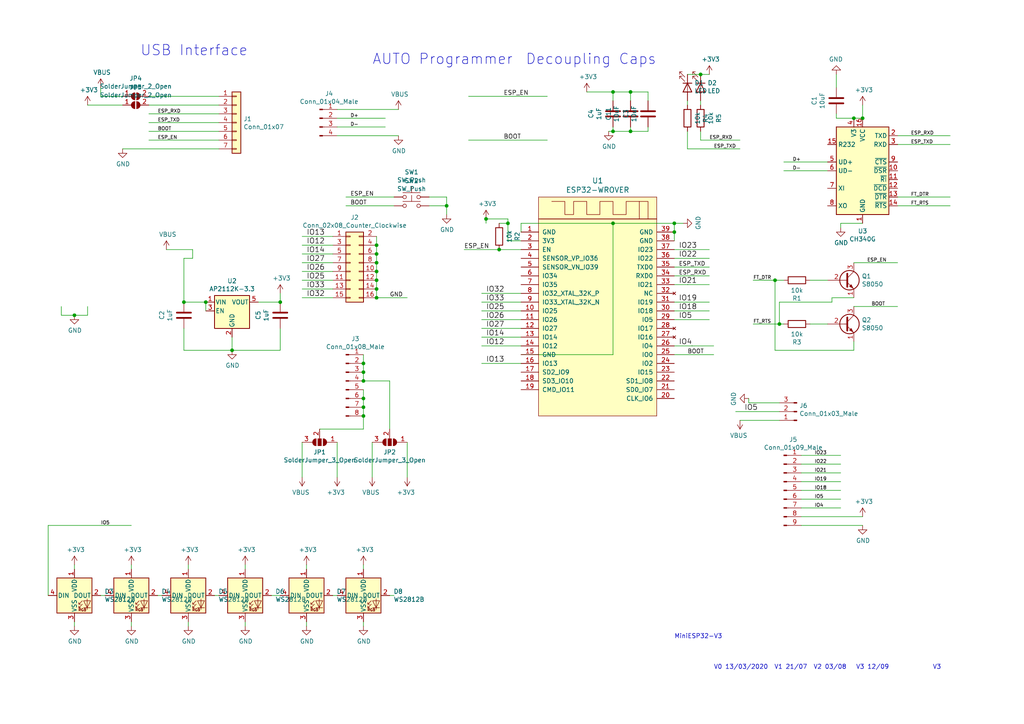
<source format=kicad_sch>
(kicad_sch (version 20211123) (generator eeschema)

  (uuid 1359b497-7718-4beb-830d-ec3100c7d402)

  (paper "A4")

  (lib_symbols
    (symbol "Connector:Conn_01x03_Male" (pin_names (offset 1.016) hide) (in_bom yes) (on_board yes)
      (property "Reference" "J" (id 0) (at 0 5.08 0)
        (effects (font (size 1.27 1.27)))
      )
      (property "Value" "Conn_01x03_Male" (id 1) (at 0 -5.08 0)
        (effects (font (size 1.27 1.27)))
      )
      (property "Footprint" "" (id 2) (at 0 0 0)
        (effects (font (size 1.27 1.27)) hide)
      )
      (property "Datasheet" "~" (id 3) (at 0 0 0)
        (effects (font (size 1.27 1.27)) hide)
      )
      (property "ki_keywords" "connector" (id 4) (at 0 0 0)
        (effects (font (size 1.27 1.27)) hide)
      )
      (property "ki_description" "Generic connector, single row, 01x03, script generated (kicad-library-utils/schlib/autogen/connector/)" (id 5) (at 0 0 0)
        (effects (font (size 1.27 1.27)) hide)
      )
      (property "ki_fp_filters" "Connector*:*_1x??_*" (id 6) (at 0 0 0)
        (effects (font (size 1.27 1.27)) hide)
      )
      (symbol "Conn_01x03_Male_1_1"
        (polyline
          (pts
            (xy 1.27 -2.54)
            (xy 0.8636 -2.54)
          )
          (stroke (width 0.1524) (type default) (color 0 0 0 0))
          (fill (type none))
        )
        (polyline
          (pts
            (xy 1.27 0)
            (xy 0.8636 0)
          )
          (stroke (width 0.1524) (type default) (color 0 0 0 0))
          (fill (type none))
        )
        (polyline
          (pts
            (xy 1.27 2.54)
            (xy 0.8636 2.54)
          )
          (stroke (width 0.1524) (type default) (color 0 0 0 0))
          (fill (type none))
        )
        (rectangle (start 0.8636 -2.413) (end 0 -2.667)
          (stroke (width 0.1524) (type default) (color 0 0 0 0))
          (fill (type outline))
        )
        (rectangle (start 0.8636 0.127) (end 0 -0.127)
          (stroke (width 0.1524) (type default) (color 0 0 0 0))
          (fill (type outline))
        )
        (rectangle (start 0.8636 2.667) (end 0 2.413)
          (stroke (width 0.1524) (type default) (color 0 0 0 0))
          (fill (type outline))
        )
        (pin passive line (at 5.08 2.54 180) (length 3.81)
          (name "Pin_1" (effects (font (size 1.27 1.27))))
          (number "1" (effects (font (size 1.27 1.27))))
        )
        (pin passive line (at 5.08 0 180) (length 3.81)
          (name "Pin_2" (effects (font (size 1.27 1.27))))
          (number "2" (effects (font (size 1.27 1.27))))
        )
        (pin passive line (at 5.08 -2.54 180) (length 3.81)
          (name "Pin_3" (effects (font (size 1.27 1.27))))
          (number "3" (effects (font (size 1.27 1.27))))
        )
      )
    )
    (symbol "Connector:Conn_01x04_Male" (pin_names (offset 1.016) hide) (in_bom yes) (on_board yes)
      (property "Reference" "J" (id 0) (at 0 5.08 0)
        (effects (font (size 1.27 1.27)))
      )
      (property "Value" "Conn_01x04_Male" (id 1) (at 0 -7.62 0)
        (effects (font (size 1.27 1.27)))
      )
      (property "Footprint" "" (id 2) (at 0 0 0)
        (effects (font (size 1.27 1.27)) hide)
      )
      (property "Datasheet" "~" (id 3) (at 0 0 0)
        (effects (font (size 1.27 1.27)) hide)
      )
      (property "ki_keywords" "connector" (id 4) (at 0 0 0)
        (effects (font (size 1.27 1.27)) hide)
      )
      (property "ki_description" "Generic connector, single row, 01x04, script generated (kicad-library-utils/schlib/autogen/connector/)" (id 5) (at 0 0 0)
        (effects (font (size 1.27 1.27)) hide)
      )
      (property "ki_fp_filters" "Connector*:*_1x??_*" (id 6) (at 0 0 0)
        (effects (font (size 1.27 1.27)) hide)
      )
      (symbol "Conn_01x04_Male_1_1"
        (polyline
          (pts
            (xy 1.27 -5.08)
            (xy 0.8636 -5.08)
          )
          (stroke (width 0.1524) (type default) (color 0 0 0 0))
          (fill (type none))
        )
        (polyline
          (pts
            (xy 1.27 -2.54)
            (xy 0.8636 -2.54)
          )
          (stroke (width 0.1524) (type default) (color 0 0 0 0))
          (fill (type none))
        )
        (polyline
          (pts
            (xy 1.27 0)
            (xy 0.8636 0)
          )
          (stroke (width 0.1524) (type default) (color 0 0 0 0))
          (fill (type none))
        )
        (polyline
          (pts
            (xy 1.27 2.54)
            (xy 0.8636 2.54)
          )
          (stroke (width 0.1524) (type default) (color 0 0 0 0))
          (fill (type none))
        )
        (rectangle (start 0.8636 -4.953) (end 0 -5.207)
          (stroke (width 0.1524) (type default) (color 0 0 0 0))
          (fill (type outline))
        )
        (rectangle (start 0.8636 -2.413) (end 0 -2.667)
          (stroke (width 0.1524) (type default) (color 0 0 0 0))
          (fill (type outline))
        )
        (rectangle (start 0.8636 0.127) (end 0 -0.127)
          (stroke (width 0.1524) (type default) (color 0 0 0 0))
          (fill (type outline))
        )
        (rectangle (start 0.8636 2.667) (end 0 2.413)
          (stroke (width 0.1524) (type default) (color 0 0 0 0))
          (fill (type outline))
        )
        (pin passive line (at 5.08 2.54 180) (length 3.81)
          (name "Pin_1" (effects (font (size 1.27 1.27))))
          (number "1" (effects (font (size 1.27 1.27))))
        )
        (pin passive line (at 5.08 0 180) (length 3.81)
          (name "Pin_2" (effects (font (size 1.27 1.27))))
          (number "2" (effects (font (size 1.27 1.27))))
        )
        (pin passive line (at 5.08 -2.54 180) (length 3.81)
          (name "Pin_3" (effects (font (size 1.27 1.27))))
          (number "3" (effects (font (size 1.27 1.27))))
        )
        (pin passive line (at 5.08 -5.08 180) (length 3.81)
          (name "Pin_4" (effects (font (size 1.27 1.27))))
          (number "4" (effects (font (size 1.27 1.27))))
        )
      )
    )
    (symbol "Connector:Conn_01x08_Male" (pin_names (offset 1.016) hide) (in_bom yes) (on_board yes)
      (property "Reference" "J" (id 0) (at 0 10.16 0)
        (effects (font (size 1.27 1.27)))
      )
      (property "Value" "Conn_01x08_Male" (id 1) (at 0 -12.7 0)
        (effects (font (size 1.27 1.27)))
      )
      (property "Footprint" "" (id 2) (at 0 0 0)
        (effects (font (size 1.27 1.27)) hide)
      )
      (property "Datasheet" "~" (id 3) (at 0 0 0)
        (effects (font (size 1.27 1.27)) hide)
      )
      (property "ki_keywords" "connector" (id 4) (at 0 0 0)
        (effects (font (size 1.27 1.27)) hide)
      )
      (property "ki_description" "Generic connector, single row, 01x08, script generated (kicad-library-utils/schlib/autogen/connector/)" (id 5) (at 0 0 0)
        (effects (font (size 1.27 1.27)) hide)
      )
      (property "ki_fp_filters" "Connector*:*_1x??_*" (id 6) (at 0 0 0)
        (effects (font (size 1.27 1.27)) hide)
      )
      (symbol "Conn_01x08_Male_1_1"
        (polyline
          (pts
            (xy 1.27 -10.16)
            (xy 0.8636 -10.16)
          )
          (stroke (width 0.1524) (type default) (color 0 0 0 0))
          (fill (type none))
        )
        (polyline
          (pts
            (xy 1.27 -7.62)
            (xy 0.8636 -7.62)
          )
          (stroke (width 0.1524) (type default) (color 0 0 0 0))
          (fill (type none))
        )
        (polyline
          (pts
            (xy 1.27 -5.08)
            (xy 0.8636 -5.08)
          )
          (stroke (width 0.1524) (type default) (color 0 0 0 0))
          (fill (type none))
        )
        (polyline
          (pts
            (xy 1.27 -2.54)
            (xy 0.8636 -2.54)
          )
          (stroke (width 0.1524) (type default) (color 0 0 0 0))
          (fill (type none))
        )
        (polyline
          (pts
            (xy 1.27 0)
            (xy 0.8636 0)
          )
          (stroke (width 0.1524) (type default) (color 0 0 0 0))
          (fill (type none))
        )
        (polyline
          (pts
            (xy 1.27 2.54)
            (xy 0.8636 2.54)
          )
          (stroke (width 0.1524) (type default) (color 0 0 0 0))
          (fill (type none))
        )
        (polyline
          (pts
            (xy 1.27 5.08)
            (xy 0.8636 5.08)
          )
          (stroke (width 0.1524) (type default) (color 0 0 0 0))
          (fill (type none))
        )
        (polyline
          (pts
            (xy 1.27 7.62)
            (xy 0.8636 7.62)
          )
          (stroke (width 0.1524) (type default) (color 0 0 0 0))
          (fill (type none))
        )
        (rectangle (start 0.8636 -10.033) (end 0 -10.287)
          (stroke (width 0.1524) (type default) (color 0 0 0 0))
          (fill (type outline))
        )
        (rectangle (start 0.8636 -7.493) (end 0 -7.747)
          (stroke (width 0.1524) (type default) (color 0 0 0 0))
          (fill (type outline))
        )
        (rectangle (start 0.8636 -4.953) (end 0 -5.207)
          (stroke (width 0.1524) (type default) (color 0 0 0 0))
          (fill (type outline))
        )
        (rectangle (start 0.8636 -2.413) (end 0 -2.667)
          (stroke (width 0.1524) (type default) (color 0 0 0 0))
          (fill (type outline))
        )
        (rectangle (start 0.8636 0.127) (end 0 -0.127)
          (stroke (width 0.1524) (type default) (color 0 0 0 0))
          (fill (type outline))
        )
        (rectangle (start 0.8636 2.667) (end 0 2.413)
          (stroke (width 0.1524) (type default) (color 0 0 0 0))
          (fill (type outline))
        )
        (rectangle (start 0.8636 5.207) (end 0 4.953)
          (stroke (width 0.1524) (type default) (color 0 0 0 0))
          (fill (type outline))
        )
        (rectangle (start 0.8636 7.747) (end 0 7.493)
          (stroke (width 0.1524) (type default) (color 0 0 0 0))
          (fill (type outline))
        )
        (pin passive line (at 5.08 7.62 180) (length 3.81)
          (name "Pin_1" (effects (font (size 1.27 1.27))))
          (number "1" (effects (font (size 1.27 1.27))))
        )
        (pin passive line (at 5.08 5.08 180) (length 3.81)
          (name "Pin_2" (effects (font (size 1.27 1.27))))
          (number "2" (effects (font (size 1.27 1.27))))
        )
        (pin passive line (at 5.08 2.54 180) (length 3.81)
          (name "Pin_3" (effects (font (size 1.27 1.27))))
          (number "3" (effects (font (size 1.27 1.27))))
        )
        (pin passive line (at 5.08 0 180) (length 3.81)
          (name "Pin_4" (effects (font (size 1.27 1.27))))
          (number "4" (effects (font (size 1.27 1.27))))
        )
        (pin passive line (at 5.08 -2.54 180) (length 3.81)
          (name "Pin_5" (effects (font (size 1.27 1.27))))
          (number "5" (effects (font (size 1.27 1.27))))
        )
        (pin passive line (at 5.08 -5.08 180) (length 3.81)
          (name "Pin_6" (effects (font (size 1.27 1.27))))
          (number "6" (effects (font (size 1.27 1.27))))
        )
        (pin passive line (at 5.08 -7.62 180) (length 3.81)
          (name "Pin_7" (effects (font (size 1.27 1.27))))
          (number "7" (effects (font (size 1.27 1.27))))
        )
        (pin passive line (at 5.08 -10.16 180) (length 3.81)
          (name "Pin_8" (effects (font (size 1.27 1.27))))
          (number "8" (effects (font (size 1.27 1.27))))
        )
      )
    )
    (symbol "Connector:Conn_01x09_Male" (pin_names (offset 1.016) hide) (in_bom yes) (on_board yes)
      (property "Reference" "J" (id 0) (at 0 12.7 0)
        (effects (font (size 1.27 1.27)))
      )
      (property "Value" "Conn_01x09_Male" (id 1) (at 0 -12.7 0)
        (effects (font (size 1.27 1.27)))
      )
      (property "Footprint" "" (id 2) (at 0 0 0)
        (effects (font (size 1.27 1.27)) hide)
      )
      (property "Datasheet" "~" (id 3) (at 0 0 0)
        (effects (font (size 1.27 1.27)) hide)
      )
      (property "ki_keywords" "connector" (id 4) (at 0 0 0)
        (effects (font (size 1.27 1.27)) hide)
      )
      (property "ki_description" "Generic connector, single row, 01x09, script generated (kicad-library-utils/schlib/autogen/connector/)" (id 5) (at 0 0 0)
        (effects (font (size 1.27 1.27)) hide)
      )
      (property "ki_fp_filters" "Connector*:*_1x??_*" (id 6) (at 0 0 0)
        (effects (font (size 1.27 1.27)) hide)
      )
      (symbol "Conn_01x09_Male_1_1"
        (polyline
          (pts
            (xy 1.27 -10.16)
            (xy 0.8636 -10.16)
          )
          (stroke (width 0.1524) (type default) (color 0 0 0 0))
          (fill (type none))
        )
        (polyline
          (pts
            (xy 1.27 -7.62)
            (xy 0.8636 -7.62)
          )
          (stroke (width 0.1524) (type default) (color 0 0 0 0))
          (fill (type none))
        )
        (polyline
          (pts
            (xy 1.27 -5.08)
            (xy 0.8636 -5.08)
          )
          (stroke (width 0.1524) (type default) (color 0 0 0 0))
          (fill (type none))
        )
        (polyline
          (pts
            (xy 1.27 -2.54)
            (xy 0.8636 -2.54)
          )
          (stroke (width 0.1524) (type default) (color 0 0 0 0))
          (fill (type none))
        )
        (polyline
          (pts
            (xy 1.27 0)
            (xy 0.8636 0)
          )
          (stroke (width 0.1524) (type default) (color 0 0 0 0))
          (fill (type none))
        )
        (polyline
          (pts
            (xy 1.27 2.54)
            (xy 0.8636 2.54)
          )
          (stroke (width 0.1524) (type default) (color 0 0 0 0))
          (fill (type none))
        )
        (polyline
          (pts
            (xy 1.27 5.08)
            (xy 0.8636 5.08)
          )
          (stroke (width 0.1524) (type default) (color 0 0 0 0))
          (fill (type none))
        )
        (polyline
          (pts
            (xy 1.27 7.62)
            (xy 0.8636 7.62)
          )
          (stroke (width 0.1524) (type default) (color 0 0 0 0))
          (fill (type none))
        )
        (polyline
          (pts
            (xy 1.27 10.16)
            (xy 0.8636 10.16)
          )
          (stroke (width 0.1524) (type default) (color 0 0 0 0))
          (fill (type none))
        )
        (rectangle (start 0.8636 -10.033) (end 0 -10.287)
          (stroke (width 0.1524) (type default) (color 0 0 0 0))
          (fill (type outline))
        )
        (rectangle (start 0.8636 -7.493) (end 0 -7.747)
          (stroke (width 0.1524) (type default) (color 0 0 0 0))
          (fill (type outline))
        )
        (rectangle (start 0.8636 -4.953) (end 0 -5.207)
          (stroke (width 0.1524) (type default) (color 0 0 0 0))
          (fill (type outline))
        )
        (rectangle (start 0.8636 -2.413) (end 0 -2.667)
          (stroke (width 0.1524) (type default) (color 0 0 0 0))
          (fill (type outline))
        )
        (rectangle (start 0.8636 0.127) (end 0 -0.127)
          (stroke (width 0.1524) (type default) (color 0 0 0 0))
          (fill (type outline))
        )
        (rectangle (start 0.8636 2.667) (end 0 2.413)
          (stroke (width 0.1524) (type default) (color 0 0 0 0))
          (fill (type outline))
        )
        (rectangle (start 0.8636 5.207) (end 0 4.953)
          (stroke (width 0.1524) (type default) (color 0 0 0 0))
          (fill (type outline))
        )
        (rectangle (start 0.8636 7.747) (end 0 7.493)
          (stroke (width 0.1524) (type default) (color 0 0 0 0))
          (fill (type outline))
        )
        (rectangle (start 0.8636 10.287) (end 0 10.033)
          (stroke (width 0.1524) (type default) (color 0 0 0 0))
          (fill (type outline))
        )
        (pin passive line (at 5.08 10.16 180) (length 3.81)
          (name "Pin_1" (effects (font (size 1.27 1.27))))
          (number "1" (effects (font (size 1.27 1.27))))
        )
        (pin passive line (at 5.08 7.62 180) (length 3.81)
          (name "Pin_2" (effects (font (size 1.27 1.27))))
          (number "2" (effects (font (size 1.27 1.27))))
        )
        (pin passive line (at 5.08 5.08 180) (length 3.81)
          (name "Pin_3" (effects (font (size 1.27 1.27))))
          (number "3" (effects (font (size 1.27 1.27))))
        )
        (pin passive line (at 5.08 2.54 180) (length 3.81)
          (name "Pin_4" (effects (font (size 1.27 1.27))))
          (number "4" (effects (font (size 1.27 1.27))))
        )
        (pin passive line (at 5.08 0 180) (length 3.81)
          (name "Pin_5" (effects (font (size 1.27 1.27))))
          (number "5" (effects (font (size 1.27 1.27))))
        )
        (pin passive line (at 5.08 -2.54 180) (length 3.81)
          (name "Pin_6" (effects (font (size 1.27 1.27))))
          (number "6" (effects (font (size 1.27 1.27))))
        )
        (pin passive line (at 5.08 -5.08 180) (length 3.81)
          (name "Pin_7" (effects (font (size 1.27 1.27))))
          (number "7" (effects (font (size 1.27 1.27))))
        )
        (pin passive line (at 5.08 -7.62 180) (length 3.81)
          (name "Pin_8" (effects (font (size 1.27 1.27))))
          (number "8" (effects (font (size 1.27 1.27))))
        )
        (pin passive line (at 5.08 -10.16 180) (length 3.81)
          (name "Pin_9" (effects (font (size 1.27 1.27))))
          (number "9" (effects (font (size 1.27 1.27))))
        )
      )
    )
    (symbol "Connector_Generic:Conn_01x07" (pin_names (offset 1.016) hide) (in_bom yes) (on_board yes)
      (property "Reference" "J" (id 0) (at 0 10.16 0)
        (effects (font (size 1.27 1.27)))
      )
      (property "Value" "Conn_01x07" (id 1) (at 0 -10.16 0)
        (effects (font (size 1.27 1.27)))
      )
      (property "Footprint" "" (id 2) (at 0 0 0)
        (effects (font (size 1.27 1.27)) hide)
      )
      (property "Datasheet" "~" (id 3) (at 0 0 0)
        (effects (font (size 1.27 1.27)) hide)
      )
      (property "ki_keywords" "connector" (id 4) (at 0 0 0)
        (effects (font (size 1.27 1.27)) hide)
      )
      (property "ki_description" "Generic connector, single row, 01x07, script generated (kicad-library-utils/schlib/autogen/connector/)" (id 5) (at 0 0 0)
        (effects (font (size 1.27 1.27)) hide)
      )
      (property "ki_fp_filters" "Connector*:*_1x??_*" (id 6) (at 0 0 0)
        (effects (font (size 1.27 1.27)) hide)
      )
      (symbol "Conn_01x07_1_1"
        (rectangle (start -1.27 -7.493) (end 0 -7.747)
          (stroke (width 0.1524) (type default) (color 0 0 0 0))
          (fill (type none))
        )
        (rectangle (start -1.27 -4.953) (end 0 -5.207)
          (stroke (width 0.1524) (type default) (color 0 0 0 0))
          (fill (type none))
        )
        (rectangle (start -1.27 -2.413) (end 0 -2.667)
          (stroke (width 0.1524) (type default) (color 0 0 0 0))
          (fill (type none))
        )
        (rectangle (start -1.27 0.127) (end 0 -0.127)
          (stroke (width 0.1524) (type default) (color 0 0 0 0))
          (fill (type none))
        )
        (rectangle (start -1.27 2.667) (end 0 2.413)
          (stroke (width 0.1524) (type default) (color 0 0 0 0))
          (fill (type none))
        )
        (rectangle (start -1.27 5.207) (end 0 4.953)
          (stroke (width 0.1524) (type default) (color 0 0 0 0))
          (fill (type none))
        )
        (rectangle (start -1.27 7.747) (end 0 7.493)
          (stroke (width 0.1524) (type default) (color 0 0 0 0))
          (fill (type none))
        )
        (rectangle (start -1.27 8.89) (end 1.27 -8.89)
          (stroke (width 0.254) (type default) (color 0 0 0 0))
          (fill (type background))
        )
        (pin passive line (at -5.08 7.62 0) (length 3.81)
          (name "Pin_1" (effects (font (size 1.27 1.27))))
          (number "1" (effects (font (size 1.27 1.27))))
        )
        (pin passive line (at -5.08 5.08 0) (length 3.81)
          (name "Pin_2" (effects (font (size 1.27 1.27))))
          (number "2" (effects (font (size 1.27 1.27))))
        )
        (pin passive line (at -5.08 2.54 0) (length 3.81)
          (name "Pin_3" (effects (font (size 1.27 1.27))))
          (number "3" (effects (font (size 1.27 1.27))))
        )
        (pin passive line (at -5.08 0 0) (length 3.81)
          (name "Pin_4" (effects (font (size 1.27 1.27))))
          (number "4" (effects (font (size 1.27 1.27))))
        )
        (pin passive line (at -5.08 -2.54 0) (length 3.81)
          (name "Pin_5" (effects (font (size 1.27 1.27))))
          (number "5" (effects (font (size 1.27 1.27))))
        )
        (pin passive line (at -5.08 -5.08 0) (length 3.81)
          (name "Pin_6" (effects (font (size 1.27 1.27))))
          (number "6" (effects (font (size 1.27 1.27))))
        )
        (pin passive line (at -5.08 -7.62 0) (length 3.81)
          (name "Pin_7" (effects (font (size 1.27 1.27))))
          (number "7" (effects (font (size 1.27 1.27))))
        )
      )
    )
    (symbol "Connector_Generic:Conn_02x08_Odd_Even" (pin_names (offset 1.016) hide) (in_bom yes) (on_board yes)
      (property "Reference" "J" (id 0) (at 1.27 10.16 0)
        (effects (font (size 1.27 1.27)))
      )
      (property "Value" "Conn_02x08_Odd_Even" (id 1) (at 1.27 -12.7 0)
        (effects (font (size 1.27 1.27)))
      )
      (property "Footprint" "" (id 2) (at 0 0 0)
        (effects (font (size 1.27 1.27)) hide)
      )
      (property "Datasheet" "~" (id 3) (at 0 0 0)
        (effects (font (size 1.27 1.27)) hide)
      )
      (property "ki_keywords" "connector" (id 4) (at 0 0 0)
        (effects (font (size 1.27 1.27)) hide)
      )
      (property "ki_description" "Generic connector, double row, 02x08, odd/even pin numbering scheme (row 1 odd numbers, row 2 even numbers), script generated (kicad-library-utils/schlib/autogen/connector/)" (id 5) (at 0 0 0)
        (effects (font (size 1.27 1.27)) hide)
      )
      (property "ki_fp_filters" "Connector*:*_2x??_*" (id 6) (at 0 0 0)
        (effects (font (size 1.27 1.27)) hide)
      )
      (symbol "Conn_02x08_Odd_Even_1_1"
        (rectangle (start -1.27 -10.033) (end 0 -10.287)
          (stroke (width 0.1524) (type default) (color 0 0 0 0))
          (fill (type none))
        )
        (rectangle (start -1.27 -7.493) (end 0 -7.747)
          (stroke (width 0.1524) (type default) (color 0 0 0 0))
          (fill (type none))
        )
        (rectangle (start -1.27 -4.953) (end 0 -5.207)
          (stroke (width 0.1524) (type default) (color 0 0 0 0))
          (fill (type none))
        )
        (rectangle (start -1.27 -2.413) (end 0 -2.667)
          (stroke (width 0.1524) (type default) (color 0 0 0 0))
          (fill (type none))
        )
        (rectangle (start -1.27 0.127) (end 0 -0.127)
          (stroke (width 0.1524) (type default) (color 0 0 0 0))
          (fill (type none))
        )
        (rectangle (start -1.27 2.667) (end 0 2.413)
          (stroke (width 0.1524) (type default) (color 0 0 0 0))
          (fill (type none))
        )
        (rectangle (start -1.27 5.207) (end 0 4.953)
          (stroke (width 0.1524) (type default) (color 0 0 0 0))
          (fill (type none))
        )
        (rectangle (start -1.27 7.747) (end 0 7.493)
          (stroke (width 0.1524) (type default) (color 0 0 0 0))
          (fill (type none))
        )
        (rectangle (start -1.27 8.89) (end 3.81 -11.43)
          (stroke (width 0.254) (type default) (color 0 0 0 0))
          (fill (type background))
        )
        (rectangle (start 3.81 -10.033) (end 2.54 -10.287)
          (stroke (width 0.1524) (type default) (color 0 0 0 0))
          (fill (type none))
        )
        (rectangle (start 3.81 -7.493) (end 2.54 -7.747)
          (stroke (width 0.1524) (type default) (color 0 0 0 0))
          (fill (type none))
        )
        (rectangle (start 3.81 -4.953) (end 2.54 -5.207)
          (stroke (width 0.1524) (type default) (color 0 0 0 0))
          (fill (type none))
        )
        (rectangle (start 3.81 -2.413) (end 2.54 -2.667)
          (stroke (width 0.1524) (type default) (color 0 0 0 0))
          (fill (type none))
        )
        (rectangle (start 3.81 0.127) (end 2.54 -0.127)
          (stroke (width 0.1524) (type default) (color 0 0 0 0))
          (fill (type none))
        )
        (rectangle (start 3.81 2.667) (end 2.54 2.413)
          (stroke (width 0.1524) (type default) (color 0 0 0 0))
          (fill (type none))
        )
        (rectangle (start 3.81 5.207) (end 2.54 4.953)
          (stroke (width 0.1524) (type default) (color 0 0 0 0))
          (fill (type none))
        )
        (rectangle (start 3.81 7.747) (end 2.54 7.493)
          (stroke (width 0.1524) (type default) (color 0 0 0 0))
          (fill (type none))
        )
        (pin passive line (at -5.08 7.62 0) (length 3.81)
          (name "Pin_1" (effects (font (size 1.27 1.27))))
          (number "1" (effects (font (size 1.27 1.27))))
        )
        (pin passive line (at 7.62 -2.54 180) (length 3.81)
          (name "Pin_10" (effects (font (size 1.27 1.27))))
          (number "10" (effects (font (size 1.27 1.27))))
        )
        (pin passive line (at -5.08 -5.08 0) (length 3.81)
          (name "Pin_11" (effects (font (size 1.27 1.27))))
          (number "11" (effects (font (size 1.27 1.27))))
        )
        (pin passive line (at 7.62 -5.08 180) (length 3.81)
          (name "Pin_12" (effects (font (size 1.27 1.27))))
          (number "12" (effects (font (size 1.27 1.27))))
        )
        (pin passive line (at -5.08 -7.62 0) (length 3.81)
          (name "Pin_13" (effects (font (size 1.27 1.27))))
          (number "13" (effects (font (size 1.27 1.27))))
        )
        (pin passive line (at 7.62 -7.62 180) (length 3.81)
          (name "Pin_14" (effects (font (size 1.27 1.27))))
          (number "14" (effects (font (size 1.27 1.27))))
        )
        (pin passive line (at -5.08 -10.16 0) (length 3.81)
          (name "Pin_15" (effects (font (size 1.27 1.27))))
          (number "15" (effects (font (size 1.27 1.27))))
        )
        (pin passive line (at 7.62 -10.16 180) (length 3.81)
          (name "Pin_16" (effects (font (size 1.27 1.27))))
          (number "16" (effects (font (size 1.27 1.27))))
        )
        (pin passive line (at 7.62 7.62 180) (length 3.81)
          (name "Pin_2" (effects (font (size 1.27 1.27))))
          (number "2" (effects (font (size 1.27 1.27))))
        )
        (pin passive line (at -5.08 5.08 0) (length 3.81)
          (name "Pin_3" (effects (font (size 1.27 1.27))))
          (number "3" (effects (font (size 1.27 1.27))))
        )
        (pin passive line (at 7.62 5.08 180) (length 3.81)
          (name "Pin_4" (effects (font (size 1.27 1.27))))
          (number "4" (effects (font (size 1.27 1.27))))
        )
        (pin passive line (at -5.08 2.54 0) (length 3.81)
          (name "Pin_5" (effects (font (size 1.27 1.27))))
          (number "5" (effects (font (size 1.27 1.27))))
        )
        (pin passive line (at 7.62 2.54 180) (length 3.81)
          (name "Pin_6" (effects (font (size 1.27 1.27))))
          (number "6" (effects (font (size 1.27 1.27))))
        )
        (pin passive line (at -5.08 0 0) (length 3.81)
          (name "Pin_7" (effects (font (size 1.27 1.27))))
          (number "7" (effects (font (size 1.27 1.27))))
        )
        (pin passive line (at 7.62 0 180) (length 3.81)
          (name "Pin_8" (effects (font (size 1.27 1.27))))
          (number "8" (effects (font (size 1.27 1.27))))
        )
        (pin passive line (at -5.08 -2.54 0) (length 3.81)
          (name "Pin_9" (effects (font (size 1.27 1.27))))
          (number "9" (effects (font (size 1.27 1.27))))
        )
      )
    )
    (symbol "Device:C" (pin_numbers hide) (pin_names (offset 0.254)) (in_bom yes) (on_board yes)
      (property "Reference" "C" (id 0) (at 0.635 2.54 0)
        (effects (font (size 1.27 1.27)) (justify left))
      )
      (property "Value" "C" (id 1) (at 0.635 -2.54 0)
        (effects (font (size 1.27 1.27)) (justify left))
      )
      (property "Footprint" "" (id 2) (at 0.9652 -3.81 0)
        (effects (font (size 1.27 1.27)) hide)
      )
      (property "Datasheet" "~" (id 3) (at 0 0 0)
        (effects (font (size 1.27 1.27)) hide)
      )
      (property "ki_keywords" "cap capacitor" (id 4) (at 0 0 0)
        (effects (font (size 1.27 1.27)) hide)
      )
      (property "ki_description" "Unpolarized capacitor" (id 5) (at 0 0 0)
        (effects (font (size 1.27 1.27)) hide)
      )
      (property "ki_fp_filters" "C_*" (id 6) (at 0 0 0)
        (effects (font (size 1.27 1.27)) hide)
      )
      (symbol "C_0_1"
        (polyline
          (pts
            (xy -2.032 -0.762)
            (xy 2.032 -0.762)
          )
          (stroke (width 0.508) (type default) (color 0 0 0 0))
          (fill (type none))
        )
        (polyline
          (pts
            (xy -2.032 0.762)
            (xy 2.032 0.762)
          )
          (stroke (width 0.508) (type default) (color 0 0 0 0))
          (fill (type none))
        )
      )
      (symbol "C_1_1"
        (pin passive line (at 0 3.81 270) (length 2.794)
          (name "~" (effects (font (size 1.27 1.27))))
          (number "1" (effects (font (size 1.27 1.27))))
        )
        (pin passive line (at 0 -3.81 90) (length 2.794)
          (name "~" (effects (font (size 1.27 1.27))))
          (number "2" (effects (font (size 1.27 1.27))))
        )
      )
    )
    (symbol "Device:LED" (pin_numbers hide) (pin_names (offset 1.016) hide) (in_bom yes) (on_board yes)
      (property "Reference" "D" (id 0) (at 0 2.54 0)
        (effects (font (size 1.27 1.27)))
      )
      (property "Value" "LED" (id 1) (at 0 -2.54 0)
        (effects (font (size 1.27 1.27)))
      )
      (property "Footprint" "" (id 2) (at 0 0 0)
        (effects (font (size 1.27 1.27)) hide)
      )
      (property "Datasheet" "~" (id 3) (at 0 0 0)
        (effects (font (size 1.27 1.27)) hide)
      )
      (property "ki_keywords" "LED diode" (id 4) (at 0 0 0)
        (effects (font (size 1.27 1.27)) hide)
      )
      (property "ki_description" "Light emitting diode" (id 5) (at 0 0 0)
        (effects (font (size 1.27 1.27)) hide)
      )
      (property "ki_fp_filters" "LED* LED_SMD:* LED_THT:*" (id 6) (at 0 0 0)
        (effects (font (size 1.27 1.27)) hide)
      )
      (symbol "LED_0_1"
        (polyline
          (pts
            (xy -1.27 -1.27)
            (xy -1.27 1.27)
          )
          (stroke (width 0.254) (type default) (color 0 0 0 0))
          (fill (type none))
        )
        (polyline
          (pts
            (xy -1.27 0)
            (xy 1.27 0)
          )
          (stroke (width 0) (type default) (color 0 0 0 0))
          (fill (type none))
        )
        (polyline
          (pts
            (xy 1.27 -1.27)
            (xy 1.27 1.27)
            (xy -1.27 0)
            (xy 1.27 -1.27)
          )
          (stroke (width 0.254) (type default) (color 0 0 0 0))
          (fill (type none))
        )
        (polyline
          (pts
            (xy -3.048 -0.762)
            (xy -4.572 -2.286)
            (xy -3.81 -2.286)
            (xy -4.572 -2.286)
            (xy -4.572 -1.524)
          )
          (stroke (width 0) (type default) (color 0 0 0 0))
          (fill (type none))
        )
        (polyline
          (pts
            (xy -1.778 -0.762)
            (xy -3.302 -2.286)
            (xy -2.54 -2.286)
            (xy -3.302 -2.286)
            (xy -3.302 -1.524)
          )
          (stroke (width 0) (type default) (color 0 0 0 0))
          (fill (type none))
        )
      )
      (symbol "LED_1_1"
        (pin passive line (at -3.81 0 0) (length 2.54)
          (name "K" (effects (font (size 1.27 1.27))))
          (number "1" (effects (font (size 1.27 1.27))))
        )
        (pin passive line (at 3.81 0 180) (length 2.54)
          (name "A" (effects (font (size 1.27 1.27))))
          (number "2" (effects (font (size 1.27 1.27))))
        )
      )
    )
    (symbol "Device:R" (pin_numbers hide) (pin_names (offset 0)) (in_bom yes) (on_board yes)
      (property "Reference" "R" (id 0) (at 2.032 0 90)
        (effects (font (size 1.27 1.27)))
      )
      (property "Value" "R" (id 1) (at 0 0 90)
        (effects (font (size 1.27 1.27)))
      )
      (property "Footprint" "" (id 2) (at -1.778 0 90)
        (effects (font (size 1.27 1.27)) hide)
      )
      (property "Datasheet" "~" (id 3) (at 0 0 0)
        (effects (font (size 1.27 1.27)) hide)
      )
      (property "ki_keywords" "R res resistor" (id 4) (at 0 0 0)
        (effects (font (size 1.27 1.27)) hide)
      )
      (property "ki_description" "Resistor" (id 5) (at 0 0 0)
        (effects (font (size 1.27 1.27)) hide)
      )
      (property "ki_fp_filters" "R_*" (id 6) (at 0 0 0)
        (effects (font (size 1.27 1.27)) hide)
      )
      (symbol "R_0_1"
        (rectangle (start -1.016 -2.54) (end 1.016 2.54)
          (stroke (width 0.254) (type default) (color 0 0 0 0))
          (fill (type none))
        )
      )
      (symbol "R_1_1"
        (pin passive line (at 0 3.81 270) (length 1.27)
          (name "~" (effects (font (size 1.27 1.27))))
          (number "1" (effects (font (size 1.27 1.27))))
        )
        (pin passive line (at 0 -3.81 90) (length 1.27)
          (name "~" (effects (font (size 1.27 1.27))))
          (number "2" (effects (font (size 1.27 1.27))))
        )
      )
    )
    (symbol "Interface_USB:CH340G" (in_bom yes) (on_board yes)
      (property "Reference" "U" (id 0) (at -5.08 13.97 0)
        (effects (font (size 1.27 1.27)) (justify right))
      )
      (property "Value" "CH340G" (id 1) (at 1.27 13.97 0)
        (effects (font (size 1.27 1.27)) (justify left))
      )
      (property "Footprint" "Package_SO:SOIC-16_3.9x9.9mm_P1.27mm" (id 2) (at 1.27 -13.97 0)
        (effects (font (size 1.27 1.27)) (justify left) hide)
      )
      (property "Datasheet" "http://www.datasheet5.com/pdf-local-2195953" (id 3) (at -8.89 20.32 0)
        (effects (font (size 1.27 1.27)) hide)
      )
      (property "ki_keywords" "USB UART Serial Converter Interface" (id 4) (at 0 0 0)
        (effects (font (size 1.27 1.27)) hide)
      )
      (property "ki_description" "USB serial converter, UART, SOIC-16" (id 5) (at 0 0 0)
        (effects (font (size 1.27 1.27)) hide)
      )
      (property "ki_fp_filters" "SOIC*3.9x9.9mm*P1.27mm*" (id 6) (at 0 0 0)
        (effects (font (size 1.27 1.27)) hide)
      )
      (symbol "CH340G_0_1"
        (rectangle (start -7.62 12.7) (end 7.62 -12.7)
          (stroke (width 0.254) (type default) (color 0 0 0 0))
          (fill (type background))
        )
      )
      (symbol "CH340G_1_1"
        (pin power_in line (at 0 -15.24 90) (length 2.54)
          (name "GND" (effects (font (size 1.27 1.27))))
          (number "1" (effects (font (size 1.27 1.27))))
        )
        (pin input line (at 10.16 0 180) (length 2.54)
          (name "~{DSR}" (effects (font (size 1.27 1.27))))
          (number "10" (effects (font (size 1.27 1.27))))
        )
        (pin input line (at 10.16 -2.54 180) (length 2.54)
          (name "~{RI}" (effects (font (size 1.27 1.27))))
          (number "11" (effects (font (size 1.27 1.27))))
        )
        (pin input line (at 10.16 -5.08 180) (length 2.54)
          (name "~{DCD}" (effects (font (size 1.27 1.27))))
          (number "12" (effects (font (size 1.27 1.27))))
        )
        (pin output line (at 10.16 -7.62 180) (length 2.54)
          (name "~{DTR}" (effects (font (size 1.27 1.27))))
          (number "13" (effects (font (size 1.27 1.27))))
        )
        (pin output line (at 10.16 -10.16 180) (length 2.54)
          (name "~{RTS}" (effects (font (size 1.27 1.27))))
          (number "14" (effects (font (size 1.27 1.27))))
        )
        (pin input line (at -10.16 7.62 0) (length 2.54)
          (name "R232" (effects (font (size 1.27 1.27))))
          (number "15" (effects (font (size 1.27 1.27))))
        )
        (pin power_in line (at 0 15.24 270) (length 2.54)
          (name "VCC" (effects (font (size 1.27 1.27))))
          (number "16" (effects (font (size 1.27 1.27))))
        )
        (pin output line (at 10.16 10.16 180) (length 2.54)
          (name "TXD" (effects (font (size 1.27 1.27))))
          (number "2" (effects (font (size 1.27 1.27))))
        )
        (pin input line (at 10.16 7.62 180) (length 2.54)
          (name "RXD" (effects (font (size 1.27 1.27))))
          (number "3" (effects (font (size 1.27 1.27))))
        )
        (pin passive line (at -2.54 15.24 270) (length 2.54)
          (name "V3" (effects (font (size 1.27 1.27))))
          (number "4" (effects (font (size 1.27 1.27))))
        )
        (pin bidirectional line (at -10.16 2.54 0) (length 2.54)
          (name "UD+" (effects (font (size 1.27 1.27))))
          (number "5" (effects (font (size 1.27 1.27))))
        )
        (pin bidirectional line (at -10.16 0 0) (length 2.54)
          (name "UD-" (effects (font (size 1.27 1.27))))
          (number "6" (effects (font (size 1.27 1.27))))
        )
        (pin input line (at -10.16 -5.08 0) (length 2.54)
          (name "XI" (effects (font (size 1.27 1.27))))
          (number "7" (effects (font (size 1.27 1.27))))
        )
        (pin output line (at -10.16 -10.16 0) (length 2.54)
          (name "XO" (effects (font (size 1.27 1.27))))
          (number "8" (effects (font (size 1.27 1.27))))
        )
        (pin input line (at 10.16 2.54 180) (length 2.54)
          (name "~{CTS}" (effects (font (size 1.27 1.27))))
          (number "9" (effects (font (size 1.27 1.27))))
        )
      )
    )
    (symbol "Jumper:SolderJumper_2_Open" (pin_names (offset 0) hide) (in_bom yes) (on_board yes)
      (property "Reference" "JP" (id 0) (at 0 2.032 0)
        (effects (font (size 1.27 1.27)))
      )
      (property "Value" "SolderJumper_2_Open" (id 1) (at 0 -2.54 0)
        (effects (font (size 1.27 1.27)))
      )
      (property "Footprint" "" (id 2) (at 0 0 0)
        (effects (font (size 1.27 1.27)) hide)
      )
      (property "Datasheet" "~" (id 3) (at 0 0 0)
        (effects (font (size 1.27 1.27)) hide)
      )
      (property "ki_keywords" "solder jumper SPST" (id 4) (at 0 0 0)
        (effects (font (size 1.27 1.27)) hide)
      )
      (property "ki_description" "Solder Jumper, 2-pole, open" (id 5) (at 0 0 0)
        (effects (font (size 1.27 1.27)) hide)
      )
      (property "ki_fp_filters" "SolderJumper*Open*" (id 6) (at 0 0 0)
        (effects (font (size 1.27 1.27)) hide)
      )
      (symbol "SolderJumper_2_Open_0_1"
        (arc (start -0.254 1.016) (mid -1.27 0) (end -0.254 -1.016)
          (stroke (width 0) (type default) (color 0 0 0 0))
          (fill (type none))
        )
        (arc (start -0.254 1.016) (mid -1.27 0) (end -0.254 -1.016)
          (stroke (width 0) (type default) (color 0 0 0 0))
          (fill (type outline))
        )
        (polyline
          (pts
            (xy -0.254 1.016)
            (xy -0.254 -1.016)
          )
          (stroke (width 0) (type default) (color 0 0 0 0))
          (fill (type none))
        )
        (polyline
          (pts
            (xy 0.254 1.016)
            (xy 0.254 -1.016)
          )
          (stroke (width 0) (type default) (color 0 0 0 0))
          (fill (type none))
        )
        (arc (start 0.254 -1.016) (mid 1.27 0) (end 0.254 1.016)
          (stroke (width 0) (type default) (color 0 0 0 0))
          (fill (type none))
        )
        (arc (start 0.254 -1.016) (mid 1.27 0) (end 0.254 1.016)
          (stroke (width 0) (type default) (color 0 0 0 0))
          (fill (type outline))
        )
      )
      (symbol "SolderJumper_2_Open_1_1"
        (pin passive line (at -3.81 0 0) (length 2.54)
          (name "A" (effects (font (size 1.27 1.27))))
          (number "1" (effects (font (size 1.27 1.27))))
        )
        (pin passive line (at 3.81 0 180) (length 2.54)
          (name "B" (effects (font (size 1.27 1.27))))
          (number "2" (effects (font (size 1.27 1.27))))
        )
      )
    )
    (symbol "LED:WS2812B" (pin_names (offset 0.254)) (in_bom yes) (on_board yes)
      (property "Reference" "D" (id 0) (at 5.08 5.715 0)
        (effects (font (size 1.27 1.27)) (justify right bottom))
      )
      (property "Value" "WS2812B" (id 1) (at 1.27 -5.715 0)
        (effects (font (size 1.27 1.27)) (justify left top))
      )
      (property "Footprint" "LED_SMD:LED_WS2812B_PLCC4_5.0x5.0mm_P3.2mm" (id 2) (at 1.27 -7.62 0)
        (effects (font (size 1.27 1.27)) (justify left top) hide)
      )
      (property "Datasheet" "https://cdn-shop.adafruit.com/datasheets/WS2812B.pdf" (id 3) (at 2.54 -9.525 0)
        (effects (font (size 1.27 1.27)) (justify left top) hide)
      )
      (property "ki_keywords" "RGB LED NeoPixel addressable" (id 4) (at 0 0 0)
        (effects (font (size 1.27 1.27)) hide)
      )
      (property "ki_description" "RGB LED with integrated controller" (id 5) (at 0 0 0)
        (effects (font (size 1.27 1.27)) hide)
      )
      (property "ki_fp_filters" "LED*WS2812*PLCC*5.0x5.0mm*P3.2mm*" (id 6) (at 0 0 0)
        (effects (font (size 1.27 1.27)) hide)
      )
      (symbol "WS2812B_0_0"
        (text "RGB" (at 2.286 -4.191 0)
          (effects (font (size 0.762 0.762)))
        )
      )
      (symbol "WS2812B_0_1"
        (polyline
          (pts
            (xy 1.27 -3.556)
            (xy 1.778 -3.556)
          )
          (stroke (width 0) (type default) (color 0 0 0 0))
          (fill (type none))
        )
        (polyline
          (pts
            (xy 1.27 -2.54)
            (xy 1.778 -2.54)
          )
          (stroke (width 0) (type default) (color 0 0 0 0))
          (fill (type none))
        )
        (polyline
          (pts
            (xy 4.699 -3.556)
            (xy 2.667 -3.556)
          )
          (stroke (width 0) (type default) (color 0 0 0 0))
          (fill (type none))
        )
        (polyline
          (pts
            (xy 2.286 -2.54)
            (xy 1.27 -3.556)
            (xy 1.27 -3.048)
          )
          (stroke (width 0) (type default) (color 0 0 0 0))
          (fill (type none))
        )
        (polyline
          (pts
            (xy 2.286 -1.524)
            (xy 1.27 -2.54)
            (xy 1.27 -2.032)
          )
          (stroke (width 0) (type default) (color 0 0 0 0))
          (fill (type none))
        )
        (polyline
          (pts
            (xy 3.683 -1.016)
            (xy 3.683 -3.556)
            (xy 3.683 -4.064)
          )
          (stroke (width 0) (type default) (color 0 0 0 0))
          (fill (type none))
        )
        (polyline
          (pts
            (xy 4.699 -1.524)
            (xy 2.667 -1.524)
            (xy 3.683 -3.556)
            (xy 4.699 -1.524)
          )
          (stroke (width 0) (type default) (color 0 0 0 0))
          (fill (type none))
        )
        (rectangle (start 5.08 5.08) (end -5.08 -5.08)
          (stroke (width 0.254) (type default) (color 0 0 0 0))
          (fill (type background))
        )
      )
      (symbol "WS2812B_1_1"
        (pin power_in line (at 0 7.62 270) (length 2.54)
          (name "VDD" (effects (font (size 1.27 1.27))))
          (number "1" (effects (font (size 1.27 1.27))))
        )
        (pin output line (at 7.62 0 180) (length 2.54)
          (name "DOUT" (effects (font (size 1.27 1.27))))
          (number "2" (effects (font (size 1.27 1.27))))
        )
        (pin power_in line (at 0 -7.62 90) (length 2.54)
          (name "VSS" (effects (font (size 1.27 1.27))))
          (number "3" (effects (font (size 1.27 1.27))))
        )
        (pin input line (at -7.62 0 0) (length 2.54)
          (name "DIN" (effects (font (size 1.27 1.27))))
          (number "4" (effects (font (size 1.27 1.27))))
        )
      )
    )
    (symbol "Regulator_Linear:AP2112K-3.3" (pin_names (offset 0.254)) (in_bom yes) (on_board yes)
      (property "Reference" "U" (id 0) (at -5.08 5.715 0)
        (effects (font (size 1.27 1.27)) (justify left))
      )
      (property "Value" "AP2112K-3.3" (id 1) (at 0 5.715 0)
        (effects (font (size 1.27 1.27)) (justify left))
      )
      (property "Footprint" "Package_TO_SOT_SMD:SOT-23-5" (id 2) (at 0 8.255 0)
        (effects (font (size 1.27 1.27)) hide)
      )
      (property "Datasheet" "https://www.diodes.com/assets/Datasheets/AP2112.pdf" (id 3) (at 0 2.54 0)
        (effects (font (size 1.27 1.27)) hide)
      )
      (property "ki_keywords" "linear regulator ldo fixed positive" (id 4) (at 0 0 0)
        (effects (font (size 1.27 1.27)) hide)
      )
      (property "ki_description" "600mA low dropout linear regulator, with enable pin, 3.8V-6V input voltage range, 3.3V fixed positive output, SOT-23-5" (id 5) (at 0 0 0)
        (effects (font (size 1.27 1.27)) hide)
      )
      (property "ki_fp_filters" "SOT?23?5*" (id 6) (at 0 0 0)
        (effects (font (size 1.27 1.27)) hide)
      )
      (symbol "AP2112K-3.3_0_1"
        (rectangle (start -5.08 4.445) (end 5.08 -5.08)
          (stroke (width 0.254) (type default) (color 0 0 0 0))
          (fill (type background))
        )
      )
      (symbol "AP2112K-3.3_1_1"
        (pin power_in line (at -7.62 2.54 0) (length 2.54)
          (name "VIN" (effects (font (size 1.27 1.27))))
          (number "1" (effects (font (size 1.27 1.27))))
        )
        (pin power_in line (at 0 -7.62 90) (length 2.54)
          (name "GND" (effects (font (size 1.27 1.27))))
          (number "2" (effects (font (size 1.27 1.27))))
        )
        (pin input line (at -7.62 0 0) (length 2.54)
          (name "EN" (effects (font (size 1.27 1.27))))
          (number "3" (effects (font (size 1.27 1.27))))
        )
        (pin no_connect line (at 5.08 0 180) (length 2.54) hide
          (name "NC" (effects (font (size 1.27 1.27))))
          (number "4" (effects (font (size 1.27 1.27))))
        )
        (pin power_out line (at 7.62 2.54 180) (length 2.54)
          (name "VOUT" (effects (font (size 1.27 1.27))))
          (number "5" (effects (font (size 1.27 1.27))))
        )
      )
    )
    (symbol "Switch:SW_Push" (pin_numbers hide) (pin_names (offset 1.016) hide) (in_bom yes) (on_board yes)
      (property "Reference" "SW" (id 0) (at 1.27 2.54 0)
        (effects (font (size 1.27 1.27)) (justify left))
      )
      (property "Value" "SW_Push" (id 1) (at 0 -1.524 0)
        (effects (font (size 1.27 1.27)))
      )
      (property "Footprint" "" (id 2) (at 0 5.08 0)
        (effects (font (size 1.27 1.27)) hide)
      )
      (property "Datasheet" "~" (id 3) (at 0 5.08 0)
        (effects (font (size 1.27 1.27)) hide)
      )
      (property "ki_keywords" "switch normally-open pushbutton push-button" (id 4) (at 0 0 0)
        (effects (font (size 1.27 1.27)) hide)
      )
      (property "ki_description" "Push button switch, generic, two pins" (id 5) (at 0 0 0)
        (effects (font (size 1.27 1.27)) hide)
      )
      (symbol "SW_Push_0_1"
        (circle (center -2.032 0) (radius 0.508)
          (stroke (width 0) (type default) (color 0 0 0 0))
          (fill (type none))
        )
        (polyline
          (pts
            (xy 0 1.27)
            (xy 0 3.048)
          )
          (stroke (width 0) (type default) (color 0 0 0 0))
          (fill (type none))
        )
        (polyline
          (pts
            (xy 2.54 1.27)
            (xy -2.54 1.27)
          )
          (stroke (width 0) (type default) (color 0 0 0 0))
          (fill (type none))
        )
        (circle (center 2.032 0) (radius 0.508)
          (stroke (width 0) (type default) (color 0 0 0 0))
          (fill (type none))
        )
        (pin passive line (at -5.08 0 0) (length 2.54)
          (name "1" (effects (font (size 1.27 1.27))))
          (number "1" (effects (font (size 1.27 1.27))))
        )
        (pin passive line (at 5.08 0 180) (length 2.54)
          (name "2" (effects (font (size 1.27 1.27))))
          (number "2" (effects (font (size 1.27 1.27))))
        )
      )
    )
    (symbol "Transistor_BJT:S8050" (pin_names (offset 0) hide) (in_bom yes) (on_board yes)
      (property "Reference" "Q" (id 0) (at 5.08 1.905 0)
        (effects (font (size 1.27 1.27)) (justify left))
      )
      (property "Value" "S8050" (id 1) (at 5.08 0 0)
        (effects (font (size 1.27 1.27)) (justify left))
      )
      (property "Footprint" "Package_TO_SOT_THT:TO-92_Inline" (id 2) (at 5.08 -1.905 0)
        (effects (font (size 1.27 1.27) italic) (justify left) hide)
      )
      (property "Datasheet" "http://www.unisonic.com.tw/datasheet/S8050.pdf" (id 3) (at 0 0 0)
        (effects (font (size 1.27 1.27)) (justify left) hide)
      )
      (property "ki_keywords" "S8050 NPN Low Voltage High Current Transistor" (id 4) (at 0 0 0)
        (effects (font (size 1.27 1.27)) hide)
      )
      (property "ki_description" "0.7A Ic, 20V Vce, Low Voltage High Current NPN Transistor, TO-92" (id 5) (at 0 0 0)
        (effects (font (size 1.27 1.27)) hide)
      )
      (property "ki_fp_filters" "TO?92*" (id 6) (at 0 0 0)
        (effects (font (size 1.27 1.27)) hide)
      )
      (symbol "S8050_0_1"
        (polyline
          (pts
            (xy 0 0)
            (xy 0.635 0)
          )
          (stroke (width 0) (type default) (color 0 0 0 0))
          (fill (type none))
        )
        (polyline
          (pts
            (xy 0.635 0.635)
            (xy 2.54 2.54)
          )
          (stroke (width 0) (type default) (color 0 0 0 0))
          (fill (type none))
        )
        (polyline
          (pts
            (xy 0.635 -0.635)
            (xy 2.54 -2.54)
            (xy 2.54 -2.54)
          )
          (stroke (width 0) (type default) (color 0 0 0 0))
          (fill (type none))
        )
        (polyline
          (pts
            (xy 0.635 1.905)
            (xy 0.635 -1.905)
            (xy 0.635 -1.905)
          )
          (stroke (width 0.508) (type default) (color 0 0 0 0))
          (fill (type none))
        )
        (polyline
          (pts
            (xy 1.27 -1.778)
            (xy 1.778 -1.27)
            (xy 2.286 -2.286)
            (xy 1.27 -1.778)
            (xy 1.27 -1.778)
          )
          (stroke (width 0) (type default) (color 0 0 0 0))
          (fill (type outline))
        )
        (circle (center 1.27 0) (radius 2.8194)
          (stroke (width 0.254) (type default) (color 0 0 0 0))
          (fill (type none))
        )
      )
      (symbol "S8050_1_1"
        (pin passive line (at 2.54 -5.08 90) (length 2.54)
          (name "E" (effects (font (size 1.27 1.27))))
          (number "1" (effects (font (size 1.27 1.27))))
        )
        (pin input line (at -5.08 0 0) (length 5.08)
          (name "B" (effects (font (size 1.27 1.27))))
          (number "2" (effects (font (size 1.27 1.27))))
        )
        (pin passive line (at 2.54 5.08 270) (length 2.54)
          (name "C" (effects (font (size 1.27 1.27))))
          (number "3" (effects (font (size 1.27 1.27))))
        )
      )
    )
    (symbol "lcd-rescue:+3.3V-power" (power) (pin_names (offset 0)) (in_bom yes) (on_board yes)
      (property "Reference" "#PWR" (id 0) (at 0 -3.81 0)
        (effects (font (size 1.27 1.27)) hide)
      )
      (property "Value" "+3.3V-power" (id 1) (at 0 3.556 0)
        (effects (font (size 1.27 1.27)))
      )
      (property "Footprint" "" (id 2) (at 0 0 0)
        (effects (font (size 1.27 1.27)) hide)
      )
      (property "Datasheet" "" (id 3) (at 0 0 0)
        (effects (font (size 1.27 1.27)) hide)
      )
      (symbol "+3.3V-power_0_1"
        (polyline
          (pts
            (xy -0.762 1.27)
            (xy 0 2.54)
          )
          (stroke (width 0) (type default) (color 0 0 0 0))
          (fill (type none))
        )
        (polyline
          (pts
            (xy 0 0)
            (xy 0 2.54)
          )
          (stroke (width 0) (type default) (color 0 0 0 0))
          (fill (type none))
        )
        (polyline
          (pts
            (xy 0 2.54)
            (xy 0.762 1.27)
          )
          (stroke (width 0) (type default) (color 0 0 0 0))
          (fill (type none))
        )
      )
      (symbol "+3.3V-power_1_1"
        (pin power_in line (at 0 0 90) (length 0) hide
          (name "+3V3" (effects (font (size 1.27 1.27))))
          (number "1" (effects (font (size 1.27 1.27))))
        )
      )
    )
    (symbol "lcd-rescue:ESP32-WROVER-esp32-wrover" (pin_names (offset 1.016)) (in_bom yes) (on_board yes)
      (property "Reference" "U" (id 0) (at -15.24 -33.02 0)
        (effects (font (size 1.524 1.524)))
      )
      (property "Value" "ESP32-WROVER-esp32-wrover" (id 1) (at 6.35 -33.02 0)
        (effects (font (size 1.524 1.524)))
      )
      (property "Footprint" "" (id 2) (at 11.43 -7.62 0)
        (effects (font (size 1.524 1.524)) hide)
      )
      (property "Datasheet" "" (id 3) (at 11.43 -7.62 0)
        (effects (font (size 1.524 1.524)) hide)
      )
      (symbol "ESP32-WROVER-esp32-wrover_0_1"
        (rectangle (start -17.78 22.86) (end 16.51 -34.29)
          (stroke (width 0) (type default) (color 0 0 0 0))
          (fill (type background))
        )
        (rectangle (start -17.78 29.21) (end 16.51 22.86)
          (stroke (width 0) (type default) (color 0 0 0 0))
          (fill (type background))
        )
        (polyline
          (pts
            (xy 11.43 27.94)
            (xy 13.97 27.94)
            (xy 13.97 22.86)
          )
          (stroke (width 0) (type default) (color 0 0 0 0))
          (fill (type none))
        )
        (polyline
          (pts
            (xy -13.97 27.94)
            (xy -10.16 27.94)
            (xy -10.16 24.13)
            (xy -7.62 24.13)
            (xy -7.62 27.94)
            (xy -3.81 27.94)
            (xy -3.81 24.13)
            (xy 0 24.13)
            (xy 0 27.94)
            (xy 3.81 27.94)
            (xy 3.81 24.13)
            (xy 7.62 24.13)
            (xy 7.62 27.94)
            (xy 11.43 27.94)
            (xy 11.43 22.86)
          )
          (stroke (width 0) (type default) (color 0 0 0 0))
          (fill (type none))
        )
      )
      (symbol "ESP32-WROVER-esp32-wrover_1_1"
        (pin power_in line (at -22.86 19.05 0) (length 5.08)
          (name "GND" (effects (font (size 1.27 1.27))))
          (number "1" (effects (font (size 1.27 1.27))))
        )
        (pin bidirectional line (at -22.86 -3.81 0) (length 5.08)
          (name "IO25" (effects (font (size 1.27 1.27))))
          (number "10" (effects (font (size 1.27 1.27))))
        )
        (pin bidirectional line (at -22.86 -6.35 0) (length 5.08)
          (name "IO26" (effects (font (size 1.27 1.27))))
          (number "11" (effects (font (size 1.27 1.27))))
        )
        (pin bidirectional line (at -22.86 -8.89 0) (length 5.08)
          (name "IO27" (effects (font (size 1.27 1.27))))
          (number "12" (effects (font (size 1.27 1.27))))
        )
        (pin bidirectional line (at -22.86 -11.43 0) (length 5.08)
          (name "IO14" (effects (font (size 1.27 1.27))))
          (number "13" (effects (font (size 1.27 1.27))))
        )
        (pin bidirectional line (at -22.86 -13.97 0) (length 5.08)
          (name "IO12" (effects (font (size 1.27 1.27))))
          (number "14" (effects (font (size 1.27 1.27))))
        )
        (pin power_in line (at -22.86 -16.51 0) (length 5.08)
          (name "GND" (effects (font (size 1.27 1.27))))
          (number "15" (effects (font (size 1.27 1.27))))
        )
        (pin bidirectional line (at -22.86 -19.05 0) (length 5.08)
          (name "IO13" (effects (font (size 1.27 1.27))))
          (number "16" (effects (font (size 1.27 1.27))))
        )
        (pin bidirectional line (at -22.86 -21.59 0) (length 5.08)
          (name "SD2_IO9" (effects (font (size 1.27 1.27))))
          (number "17" (effects (font (size 1.27 1.27))))
        )
        (pin bidirectional line (at -22.86 -24.13 0) (length 5.08)
          (name "SD3_IO10" (effects (font (size 1.27 1.27))))
          (number "18" (effects (font (size 1.27 1.27))))
        )
        (pin bidirectional line (at -22.86 -26.67 0) (length 5.08)
          (name "CMD_IO11" (effects (font (size 1.27 1.27))))
          (number "19" (effects (font (size 1.27 1.27))))
        )
        (pin power_in line (at -22.86 16.51 0) (length 5.08)
          (name "3V3" (effects (font (size 1.27 1.27))))
          (number "2" (effects (font (size 1.27 1.27))))
        )
        (pin bidirectional line (at 21.59 -29.21 180) (length 5.08)
          (name "CLK_IO6" (effects (font (size 1.27 1.27))))
          (number "20" (effects (font (size 1.27 1.27))))
        )
        (pin bidirectional line (at 21.59 -26.67 180) (length 5.08)
          (name "SD0_IO7" (effects (font (size 1.27 1.27))))
          (number "21" (effects (font (size 1.27 1.27))))
        )
        (pin bidirectional line (at 21.59 -24.13 180) (length 5.08)
          (name "SD1_IO8" (effects (font (size 1.27 1.27))))
          (number "22" (effects (font (size 1.27 1.27))))
        )
        (pin bidirectional line (at 21.59 -21.59 180) (length 5.08)
          (name "IO15" (effects (font (size 1.27 1.27))))
          (number "23" (effects (font (size 1.27 1.27))))
        )
        (pin bidirectional line (at 21.59 -19.05 180) (length 5.08)
          (name "IO2" (effects (font (size 1.27 1.27))))
          (number "24" (effects (font (size 1.27 1.27))))
        )
        (pin bidirectional line (at 21.59 -16.51 180) (length 5.08)
          (name "IO0" (effects (font (size 1.27 1.27))))
          (number "25" (effects (font (size 1.27 1.27))))
        )
        (pin bidirectional line (at 21.59 -13.97 180) (length 5.08)
          (name "IO4" (effects (font (size 1.27 1.27))))
          (number "26" (effects (font (size 1.27 1.27))))
        )
        (pin no_connect line (at 21.59 -11.43 180) (length 5.08)
          (name "IO16" (effects (font (size 1.27 1.27))))
          (number "27" (effects (font (size 1.27 1.27))))
        )
        (pin no_connect line (at 21.59 -8.89 180) (length 5.08)
          (name "IO17" (effects (font (size 1.27 1.27))))
          (number "28" (effects (font (size 1.27 1.27))))
        )
        (pin bidirectional line (at 21.59 -6.35 180) (length 5.08)
          (name "IO5" (effects (font (size 1.27 1.27))))
          (number "29" (effects (font (size 1.27 1.27))))
        )
        (pin input line (at -22.86 13.97 0) (length 5.08)
          (name "EN" (effects (font (size 1.27 1.27))))
          (number "3" (effects (font (size 1.27 1.27))))
        )
        (pin bidirectional line (at 21.59 -3.81 180) (length 5.08)
          (name "IO18" (effects (font (size 1.27 1.27))))
          (number "30" (effects (font (size 1.27 1.27))))
        )
        (pin bidirectional line (at 21.59 -1.27 180) (length 5.08)
          (name "IO19" (effects (font (size 1.27 1.27))))
          (number "31" (effects (font (size 1.27 1.27))))
        )
        (pin no_connect line (at 21.59 1.27 180) (length 5.08)
          (name "NC" (effects (font (size 1.27 1.27))))
          (number "32" (effects (font (size 1.27 1.27))))
        )
        (pin bidirectional line (at 21.59 3.81 180) (length 5.08)
          (name "IO21" (effects (font (size 1.27 1.27))))
          (number "33" (effects (font (size 1.27 1.27))))
        )
        (pin input line (at 21.59 6.35 180) (length 5.08)
          (name "RXD0" (effects (font (size 1.27 1.27))))
          (number "34" (effects (font (size 1.27 1.27))))
        )
        (pin output line (at 21.59 8.89 180) (length 5.08)
          (name "TXD0" (effects (font (size 1.27 1.27))))
          (number "35" (effects (font (size 1.27 1.27))))
        )
        (pin bidirectional line (at 21.59 11.43 180) (length 5.08)
          (name "IO22" (effects (font (size 1.27 1.27))))
          (number "36" (effects (font (size 1.27 1.27))))
        )
        (pin bidirectional line (at 21.59 13.97 180) (length 5.08)
          (name "IO23" (effects (font (size 1.27 1.27))))
          (number "37" (effects (font (size 1.27 1.27))))
        )
        (pin power_in line (at 21.59 16.51 180) (length 5.08)
          (name "GND" (effects (font (size 1.27 1.27))))
          (number "38" (effects (font (size 1.27 1.27))))
        )
        (pin power_in line (at 21.59 19.05 180) (length 5.08)
          (name "GND" (effects (font (size 1.27 1.27))))
          (number "39" (effects (font (size 1.27 1.27))))
        )
        (pin input line (at -22.86 11.43 0) (length 5.08)
          (name "SENSOR_VP_IO36" (effects (font (size 1.27 1.27))))
          (number "4" (effects (font (size 1.27 1.27))))
        )
        (pin input line (at -22.86 8.89 0) (length 5.08)
          (name "SENSOR_VN_IO39" (effects (font (size 1.27 1.27))))
          (number "5" (effects (font (size 1.27 1.27))))
        )
        (pin input line (at -22.86 6.35 0) (length 5.08)
          (name "IO34" (effects (font (size 1.27 1.27))))
          (number "6" (effects (font (size 1.27 1.27))))
        )
        (pin input line (at -22.86 3.81 0) (length 5.08)
          (name "IO35" (effects (font (size 1.27 1.27))))
          (number "7" (effects (font (size 1.27 1.27))))
        )
        (pin bidirectional line (at -22.86 1.27 0) (length 5.08)
          (name "IO32_XTAL_32K_P" (effects (font (size 1.27 1.27))))
          (number "8" (effects (font (size 1.27 1.27))))
        )
        (pin bidirectional line (at -22.86 -1.27 0) (length 5.08)
          (name "IO33_XTAL_32K_N" (effects (font (size 1.27 1.27))))
          (number "9" (effects (font (size 1.27 1.27))))
        )
      )
    )
    (symbol "lcd-rescue:SolderJumper_3_Open-Jumper" (pin_names (offset 0) hide) (in_bom yes) (on_board yes)
      (property "Reference" "JP" (id 0) (at -2.54 -2.54 0)
        (effects (font (size 1.27 1.27)))
      )
      (property "Value" "SolderJumper_3_Open-Jumper" (id 1) (at 0 2.794 0)
        (effects (font (size 1.27 1.27)))
      )
      (property "Footprint" "" (id 2) (at 0 0 0)
        (effects (font (size 1.27 1.27)) hide)
      )
      (property "Datasheet" "" (id 3) (at 0 0 0)
        (effects (font (size 1.27 1.27)) hide)
      )
      (property "ki_fp_filters" "SolderJumper*Open*" (id 4) (at 0 0 0)
        (effects (font (size 1.27 1.27)) hide)
      )
      (symbol "SolderJumper_3_Open-Jumper_0_1"
        (arc (start -1.016 1.016) (mid -2.032 0) (end -1.016 -1.016)
          (stroke (width 0) (type default) (color 0 0 0 0))
          (fill (type none))
        )
        (arc (start -1.016 1.016) (mid -2.032 0) (end -1.016 -1.016)
          (stroke (width 0) (type default) (color 0 0 0 0))
          (fill (type outline))
        )
        (rectangle (start -0.508 1.016) (end 0.508 -1.016)
          (stroke (width 0) (type default) (color 0 0 0 0))
          (fill (type outline))
        )
        (polyline
          (pts
            (xy -2.54 0)
            (xy -2.032 0)
          )
          (stroke (width 0) (type default) (color 0 0 0 0))
          (fill (type none))
        )
        (polyline
          (pts
            (xy -1.016 1.016)
            (xy -1.016 -1.016)
          )
          (stroke (width 0) (type default) (color 0 0 0 0))
          (fill (type none))
        )
        (polyline
          (pts
            (xy 0 -1.27)
            (xy 0 -1.016)
          )
          (stroke (width 0) (type default) (color 0 0 0 0))
          (fill (type none))
        )
        (polyline
          (pts
            (xy 1.016 1.016)
            (xy 1.016 -1.016)
          )
          (stroke (width 0) (type default) (color 0 0 0 0))
          (fill (type none))
        )
        (polyline
          (pts
            (xy 2.54 0)
            (xy 2.032 0)
          )
          (stroke (width 0) (type default) (color 0 0 0 0))
          (fill (type none))
        )
        (arc (start 1.016 -1.016) (mid 2.032 0) (end 1.016 1.016)
          (stroke (width 0) (type default) (color 0 0 0 0))
          (fill (type none))
        )
        (arc (start 1.016 -1.016) (mid 2.032 0) (end 1.016 1.016)
          (stroke (width 0) (type default) (color 0 0 0 0))
          (fill (type outline))
        )
      )
      (symbol "SolderJumper_3_Open-Jumper_1_1"
        (pin passive line (at -5.08 0 0) (length 2.54)
          (name "A" (effects (font (size 1.27 1.27))))
          (number "1" (effects (font (size 1.27 1.27))))
        )
        (pin input line (at 0 -3.81 90) (length 2.54)
          (name "C" (effects (font (size 1.27 1.27))))
          (number "2" (effects (font (size 1.27 1.27))))
        )
        (pin passive line (at 5.08 0 180) (length 2.54)
          (name "B" (effects (font (size 1.27 1.27))))
          (number "3" (effects (font (size 1.27 1.27))))
        )
      )
    )
    (symbol "power:GND" (power) (pin_names (offset 0)) (in_bom yes) (on_board yes)
      (property "Reference" "#PWR" (id 0) (at 0 -6.35 0)
        (effects (font (size 1.27 1.27)) hide)
      )
      (property "Value" "GND" (id 1) (at 0 -3.81 0)
        (effects (font (size 1.27 1.27)))
      )
      (property "Footprint" "" (id 2) (at 0 0 0)
        (effects (font (size 1.27 1.27)) hide)
      )
      (property "Datasheet" "" (id 3) (at 0 0 0)
        (effects (font (size 1.27 1.27)) hide)
      )
      (property "ki_keywords" "power-flag" (id 4) (at 0 0 0)
        (effects (font (size 1.27 1.27)) hide)
      )
      (property "ki_description" "Power symbol creates a global label with name \"GND\" , ground" (id 5) (at 0 0 0)
        (effects (font (size 1.27 1.27)) hide)
      )
      (symbol "GND_0_1"
        (polyline
          (pts
            (xy 0 0)
            (xy 0 -1.27)
            (xy 1.27 -1.27)
            (xy 0 -2.54)
            (xy -1.27 -1.27)
            (xy 0 -1.27)
          )
          (stroke (width 0) (type default) (color 0 0 0 0))
          (fill (type none))
        )
      )
      (symbol "GND_1_1"
        (pin power_in line (at 0 0 270) (length 0) hide
          (name "GND" (effects (font (size 1.27 1.27))))
          (number "1" (effects (font (size 1.27 1.27))))
        )
      )
    )
    (symbol "power:VBUS" (power) (pin_names (offset 0)) (in_bom yes) (on_board yes)
      (property "Reference" "#PWR" (id 0) (at 0 -3.81 0)
        (effects (font (size 1.27 1.27)) hide)
      )
      (property "Value" "VBUS" (id 1) (at 0 3.81 0)
        (effects (font (size 1.27 1.27)))
      )
      (property "Footprint" "" (id 2) (at 0 0 0)
        (effects (font (size 1.27 1.27)) hide)
      )
      (property "Datasheet" "" (id 3) (at 0 0 0)
        (effects (font (size 1.27 1.27)) hide)
      )
      (property "ki_keywords" "power-flag" (id 4) (at 0 0 0)
        (effects (font (size 1.27 1.27)) hide)
      )
      (property "ki_description" "Power symbol creates a global label with name \"VBUS\"" (id 5) (at 0 0 0)
        (effects (font (size 1.27 1.27)) hide)
      )
      (symbol "VBUS_0_1"
        (polyline
          (pts
            (xy -0.762 1.27)
            (xy 0 2.54)
          )
          (stroke (width 0) (type default) (color 0 0 0 0))
          (fill (type none))
        )
        (polyline
          (pts
            (xy 0 0)
            (xy 0 2.54)
          )
          (stroke (width 0) (type default) (color 0 0 0 0))
          (fill (type none))
        )
        (polyline
          (pts
            (xy 0 2.54)
            (xy 0.762 1.27)
          )
          (stroke (width 0) (type default) (color 0 0 0 0))
          (fill (type none))
        )
      )
      (symbol "VBUS_1_1"
        (pin power_in line (at 0 0 90) (length 0) hide
          (name "VBUS" (effects (font (size 1.27 1.27))))
          (number "1" (effects (font (size 1.27 1.27))))
        )
      )
    )
  )

  (junction (at 109.22 86.36) (diameter 0) (color 0 0 0 0)
    (uuid 08811aa6-bb88-4ccb-b7f9-698dccd4da60)
  )
  (junction (at 105.41 107.95) (diameter 0) (color 0 0 0 0)
    (uuid 0a5c59a8-f5ec-4867-9158-766fa357356e)
  )
  (junction (at 109.22 71.12) (diameter 0) (color 0 0 0 0)
    (uuid 11d2accd-4132-4d3d-a9e0-9602f62dc19f)
  )
  (junction (at 67.31 101.6) (diameter 0) (color 0 0 0 0)
    (uuid 24e3e54f-b690-4bc3-b45e-03c9c2e92797)
  )
  (junction (at 109.22 78.74) (diameter 0) (color 0 0 0 0)
    (uuid 264f02dc-508e-4170-8d6e-ade1de1cef4f)
  )
  (junction (at 21.59 91.44) (diameter 0) (color 0 0 0 0)
    (uuid 27e0e8de-e9f5-4103-b098-9131e7117df9)
  )
  (junction (at 109.22 83.82) (diameter 0) (color 0 0 0 0)
    (uuid 2c65d6a4-5f18-4d6e-8089-0b5cce6bfebe)
  )
  (junction (at 105.41 118.11) (diameter 0) (color 0 0 0 0)
    (uuid 2c7b2555-07f3-4f83-8a71-9a584406e5c6)
  )
  (junction (at 105.41 110.49) (diameter 0) (color 0 0 0 0)
    (uuid 3695e537-4e6b-4955-94f6-2076726e1daf)
  )
  (junction (at 250.19 34.29) (diameter 0) (color 0 0 0 0)
    (uuid 3a9a2671-ee15-470e-b2a1-a640910f3b8c)
  )
  (junction (at 195.58 67.31) (diameter 0) (color 0 0 0 0)
    (uuid 3c4a9b83-9c4c-44c2-b5d8-726bcd739189)
  )
  (junction (at 109.22 73.66) (diameter 0) (color 0 0 0 0)
    (uuid 4d3fc368-83b8-448e-a2cb-e27d6335fed5)
  )
  (junction (at 105.41 105.41) (diameter 0) (color 0 0 0 0)
    (uuid 4f00a89a-e382-4cc2-a7ed-7f657682a5bd)
  )
  (junction (at 182.88 38.1) (diameter 0) (color 0 0 0 0)
    (uuid 56e82948-fd58-4568-ac7e-e9b2158e4a48)
  )
  (junction (at 53.34 87.63) (diameter 0) (color 0 0 0 0)
    (uuid 5f47e912-db97-4814-8209-adba09465327)
  )
  (junction (at 224.79 81.28) (diameter 0) (color 0 0 0 0)
    (uuid 68f03dd7-1209-4ef9-a95b-ef9106b15f4c)
  )
  (junction (at 105.41 120.65) (diameter 0) (color 0 0 0 0)
    (uuid 6d810686-ffab-46b8-a19c-cad92339f519)
  )
  (junction (at 140.97 63.5) (diameter 0) (color 0 0 0 0)
    (uuid 770aac21-3640-4f25-9021-6ba56d3e846c)
  )
  (junction (at 182.88 26.67) (diameter 0) (color 0 0 0 0)
    (uuid 7d159ad8-5e14-4a19-9fb2-17c43bfd9deb)
  )
  (junction (at 109.22 76.2) (diameter 0) (color 0 0 0 0)
    (uuid 8f913552-5f73-465a-9d6a-5e6bcacc4629)
  )
  (junction (at 129.54 59.69) (diameter 0) (color 0 0 0 0)
    (uuid 91a831b5-e9a3-44a0-b18c-277fbdf4210c)
  )
  (junction (at 203.2 21.59) (diameter 0) (color 0 0 0 0)
    (uuid a4faab96-b883-42c7-b175-143ec3b868d0)
  )
  (junction (at 247.65 34.29) (diameter 0) (color 0 0 0 0)
    (uuid a90212d1-3c31-405e-abff-e3b8c39ccb8b)
  )
  (junction (at 81.28 87.63) (diameter 0) (color 0 0 0 0)
    (uuid afea5f26-9ecf-4d0d-b2f7-e84c97ff88e4)
  )
  (junction (at 195.58 64.77) (diameter 0) (color 0 0 0 0)
    (uuid b4341055-1de7-4141-a344-573f8acac7f4)
  )
  (junction (at 177.8 38.1) (diameter 0) (color 0 0 0 0)
    (uuid bc7b954f-dc57-48da-be06-cd8810ce3827)
  )
  (junction (at 105.41 115.57) (diameter 0) (color 0 0 0 0)
    (uuid bf6c3dd0-393f-438c-b836-22c82b6d2445)
  )
  (junction (at 59.69 87.63) (diameter 0) (color 0 0 0 0)
    (uuid c20399d8-e9a8-4679-8e3a-50e92a16c52f)
  )
  (junction (at 177.8 64.77) (diameter 0) (color 0 0 0 0)
    (uuid cbbe9c74-f5fb-43bc-a7be-475043d5b48b)
  )
  (junction (at 144.78 72.39) (diameter 0) (color 0 0 0 0)
    (uuid d0d1ad66-1dc0-4b0d-b39a-4f8c83ca7831)
  )
  (junction (at 226.06 93.98) (diameter 0) (color 0 0 0 0)
    (uuid d1938185-2ef4-45b4-a46d-8fda5a08b1d0)
  )
  (junction (at 177.8 26.67) (diameter 0) (color 0 0 0 0)
    (uuid d652c299-243f-408b-aca6-2e85051480a8)
  )
  (junction (at 109.22 81.28) (diameter 0) (color 0 0 0 0)
    (uuid e8c51cb7-c723-426e-88d5-ce59cc11d2f5)
  )
  (junction (at 147.32 64.77) (diameter 0) (color 0 0 0 0)
    (uuid f2d0c403-0830-4c65-9b84-07c8facf8371)
  )

  (wire (pts (xy 170.18 26.67) (xy 177.8 26.67))
    (stroke (width 0) (type default) (color 0 0 0 0))
    (uuid 01872850-48d4-4aa0-9dcf-fff296f9a5de)
  )
  (wire (pts (xy 241.3 87.63) (xy 241.3 86.36))
    (stroke (width 0) (type default) (color 0 0 0 0))
    (uuid 02c523ab-62da-4bd9-8fd5-417af0654c4f)
  )
  (wire (pts (xy 241.3 86.36) (xy 247.65 86.36))
    (stroke (width 0) (type default) (color 0 0 0 0))
    (uuid 0373220c-399e-4e0b-9f43-0070f0f070f4)
  )
  (wire (pts (xy 243.84 64.77) (xy 243.84 66.04))
    (stroke (width 0) (type default) (color 0 0 0 0))
    (uuid 05cad441-86be-4a9b-9ff5-6e4100842eb5)
  )
  (wire (pts (xy 55.88 72.39) (xy 48.26 72.39))
    (stroke (width 0) (type default) (color 0 0 0 0))
    (uuid 05cd7fba-acee-4551-a0ae-be820dbb07ba)
  )
  (wire (pts (xy 88.9 180.34) (xy 88.9 181.61))
    (stroke (width 0) (type default) (color 0 0 0 0))
    (uuid 067e65e6-f095-4a5c-a3dc-a60fde08b103)
  )
  (wire (pts (xy 232.41 137.16) (xy 243.84 137.16))
    (stroke (width 0) (type default) (color 0 0 0 0))
    (uuid 098548cd-8e1b-403e-a520-3d7a74e85762)
  )
  (wire (pts (xy 195.58 80.01) (xy 205.74 80.01))
    (stroke (width 0) (type default) (color 0 0 0 0))
    (uuid 0c35e465-0c83-4dfb-bd23-eee4ac9c69e6)
  )
  (wire (pts (xy 96.52 71.12) (xy 87.63 71.12))
    (stroke (width 0) (type default) (color 0 0 0 0))
    (uuid 0d62c566-ec52-4f2f-875b-bdf2321e251d)
  )
  (wire (pts (xy 100.33 59.69) (xy 114.3 59.69))
    (stroke (width 0) (type default) (color 0 0 0 0))
    (uuid 0e276dee-c83f-4834-8eba-cccfed584591)
  )
  (wire (pts (xy 13.97 172.72) (xy 13.97 152.4))
    (stroke (width 0) (type default) (color 0 0 0 0))
    (uuid 0efb4959-c57c-4269-9c88-07ddbf39b06c)
  )
  (wire (pts (xy 53.34 101.6) (xy 53.34 95.25))
    (stroke (width 0) (type default) (color 0 0 0 0))
    (uuid 120448be-0b10-40a8-9a8a-07924ab1c0c7)
  )
  (wire (pts (xy 195.58 87.63) (xy 205.74 87.63))
    (stroke (width 0) (type default) (color 0 0 0 0))
    (uuid 1214cb1b-228a-41c0-8f20-79e3f5415d5f)
  )
  (wire (pts (xy 29.21 172.72) (xy 30.48 172.72))
    (stroke (width 0) (type default) (color 0 0 0 0))
    (uuid 12606af0-6c23-4f82-acf6-8064b586e5d2)
  )
  (wire (pts (xy 199.39 38.1) (xy 199.39 43.18))
    (stroke (width 0) (type default) (color 0 0 0 0))
    (uuid 14716e1d-f7b3-4acd-ad71-d64441ab9fc7)
  )
  (wire (pts (xy 17.78 91.44) (xy 17.78 88.9))
    (stroke (width 0) (type default) (color 0 0 0 0))
    (uuid 15634960-3441-4a68-bb89-d12278a2ad85)
  )
  (wire (pts (xy 250.19 30.48) (xy 250.19 34.29))
    (stroke (width 0) (type default) (color 0 0 0 0))
    (uuid 17f8933e-01c7-4590-a0ab-aab38d56c9de)
  )
  (wire (pts (xy 100.33 57.15) (xy 114.3 57.15))
    (stroke (width 0) (type default) (color 0 0 0 0))
    (uuid 17ff342d-1e8b-437b-8707-6af6b66a1e2a)
  )
  (wire (pts (xy 124.46 57.15) (xy 129.54 57.15))
    (stroke (width 0) (type default) (color 0 0 0 0))
    (uuid 18b120e5-807a-4789-b829-be99f05b2f67)
  )
  (wire (pts (xy 203.2 40.64) (xy 214.63 40.64))
    (stroke (width 0) (type default) (color 0 0 0 0))
    (uuid 197c39a7-d92a-4b6e-978a-509627989e29)
  )
  (wire (pts (xy 96.52 83.82) (xy 87.63 83.82))
    (stroke (width 0) (type default) (color 0 0 0 0))
    (uuid 1b1919f4-c6cf-418f-85b2-5a05fae4fa83)
  )
  (wire (pts (xy 199.39 30.48) (xy 199.39 29.21))
    (stroke (width 0) (type default) (color 0 0 0 0))
    (uuid 1cbac581-6db4-47bd-8e2f-01f51b2e1bd6)
  )
  (wire (pts (xy 242.57 34.29) (xy 242.57 33.02))
    (stroke (width 0) (type default) (color 0 0 0 0))
    (uuid 1e86ce83-74fd-4e69-84f9-2c5606fb608d)
  )
  (wire (pts (xy 67.31 101.6) (xy 81.28 101.6))
    (stroke (width 0) (type default) (color 0 0 0 0))
    (uuid 242f2dda-ae02-4621-a65a-f8fa3a4b432e)
  )
  (wire (pts (xy 260.35 39.37) (xy 275.59 39.37))
    (stroke (width 0) (type default) (color 0 0 0 0))
    (uuid 26466a9c-5f8f-45ed-9a75-1d0ced5efdec)
  )
  (wire (pts (xy 232.41 139.7) (xy 243.84 139.7))
    (stroke (width 0) (type default) (color 0 0 0 0))
    (uuid 296dd7a6-9b31-42c8-acf3-b191a63f66b0)
  )
  (wire (pts (xy 195.58 82.55) (xy 205.74 82.55))
    (stroke (width 0) (type default) (color 0 0 0 0))
    (uuid 2d8e8209-425f-4666-b562-a019e4567a15)
  )
  (wire (pts (xy 105.41 107.95) (xy 105.41 105.41))
    (stroke (width 0) (type default) (color 0 0 0 0))
    (uuid 2f538ccd-e8d5-4380-a75f-aa0f6b4f4e0a)
  )
  (wire (pts (xy 247.65 101.6) (xy 224.79 101.6))
    (stroke (width 0) (type default) (color 0 0 0 0))
    (uuid 30ff307d-bf5a-4fe9-8389-597b3648cf96)
  )
  (wire (pts (xy 113.03 172.72) (xy 114.3 172.72))
    (stroke (width 0) (type default) (color 0 0 0 0))
    (uuid 3255b535-45cb-4be6-a984-ad37aacec77b)
  )
  (wire (pts (xy 53.34 87.63) (xy 53.34 74.93))
    (stroke (width 0) (type default) (color 0 0 0 0))
    (uuid 325dd79e-3dd8-4514-891e-b08bcb7624ba)
  )
  (wire (pts (xy 151.13 90.17) (xy 139.7 90.17))
    (stroke (width 0) (type default) (color 0 0 0 0))
    (uuid 33a72fef-1b6a-4f8c-a114-db4655ff9f8b)
  )
  (wire (pts (xy 105.41 118.11) (xy 105.41 115.57))
    (stroke (width 0) (type default) (color 0 0 0 0))
    (uuid 351f10d2-0392-4e9f-9a84-a6c14fe0ed5f)
  )
  (wire (pts (xy 182.88 38.1) (xy 187.96 38.1))
    (stroke (width 0) (type default) (color 0 0 0 0))
    (uuid 35c88efb-5449-42b4-831c-c1ac0d29291c)
  )
  (wire (pts (xy 234.95 93.98) (xy 240.03 93.98))
    (stroke (width 0) (type default) (color 0 0 0 0))
    (uuid 36218a26-68d2-4401-b106-7f57648e7c1f)
  )
  (wire (pts (xy 62.23 172.72) (xy 63.5 172.72))
    (stroke (width 0) (type default) (color 0 0 0 0))
    (uuid 381fe75d-e977-410e-a020-a01782a2888a)
  )
  (wire (pts (xy 96.52 81.28) (xy 87.63 81.28))
    (stroke (width 0) (type default) (color 0 0 0 0))
    (uuid 3a009891-e43f-45eb-b87b-9ba4b19f6d1f)
  )
  (wire (pts (xy 63.5 40.64) (xy 43.18 40.64))
    (stroke (width 0) (type default) (color 0 0 0 0))
    (uuid 3e10cd46-86fa-4675-a543-0fb3f366c702)
  )
  (wire (pts (xy 203.2 30.48) (xy 203.2 29.21))
    (stroke (width 0) (type default) (color 0 0 0 0))
    (uuid 3ee3de63-a83c-48ec-bd13-02afffc4a925)
  )
  (wire (pts (xy 227.33 81.28) (xy 224.79 81.28))
    (stroke (width 0) (type default) (color 0 0 0 0))
    (uuid 3f171365-9ffe-4a02-9d74-f84e639a4f1f)
  )
  (wire (pts (xy 109.22 83.82) (xy 109.22 86.36))
    (stroke (width 0) (type default) (color 0 0 0 0))
    (uuid 3f9ddc87-83eb-48e8-b97a-b3ea6d6edda4)
  )
  (wire (pts (xy 129.54 59.69) (xy 129.54 62.23))
    (stroke (width 0) (type default) (color 0 0 0 0))
    (uuid 3fd16fc4-fe72-4c20-8fb7-1bc0cdcc0ff3)
  )
  (wire (pts (xy 96.52 76.2) (xy 87.63 76.2))
    (stroke (width 0) (type default) (color 0 0 0 0))
    (uuid 4234fe0e-def3-49db-bcb5-165e837c53cc)
  )
  (wire (pts (xy 151.13 97.79) (xy 139.7 97.79))
    (stroke (width 0) (type default) (color 0 0 0 0))
    (uuid 438611a7-5d87-4e23-8c0e-91db38d56597)
  )
  (wire (pts (xy 199.39 43.18) (xy 214.63 43.18))
    (stroke (width 0) (type default) (color 0 0 0 0))
    (uuid 44ffb190-bb41-4570-ac97-126953289bf9)
  )
  (wire (pts (xy 109.22 86.36) (xy 118.11 86.36))
    (stroke (width 0) (type default) (color 0 0 0 0))
    (uuid 45395d2c-e615-4bba-9698-21b7976cbad3)
  )
  (wire (pts (xy 195.58 64.77) (xy 195.58 67.31))
    (stroke (width 0) (type default) (color 0 0 0 0))
    (uuid 47f63113-cdde-4996-9255-7c3b670fccb3)
  )
  (wire (pts (xy 96.52 78.74) (xy 87.63 78.74))
    (stroke (width 0) (type default) (color 0 0 0 0))
    (uuid 48f7fe8e-b73b-4331-9249-226e7a8bf4b3)
  )
  (wire (pts (xy 247.65 34.29) (xy 242.57 34.29))
    (stroke (width 0) (type default) (color 0 0 0 0))
    (uuid 4bbe7aeb-b35e-4384-9fb0-845d054fc914)
  )
  (wire (pts (xy 232.41 134.62) (xy 243.84 134.62))
    (stroke (width 0) (type default) (color 0 0 0 0))
    (uuid 4d6a87ac-c157-4d79-8b83-216efcf04cef)
  )
  (wire (pts (xy 187.96 26.67) (xy 187.96 29.21))
    (stroke (width 0) (type default) (color 0 0 0 0))
    (uuid 4dab8073-88e0-4a50-bb42-3fe700af2749)
  )
  (wire (pts (xy 109.22 78.74) (xy 109.22 81.28))
    (stroke (width 0) (type default) (color 0 0 0 0))
    (uuid 4ee138f6-9007-4681-b666-a3e9bcecdfd1)
  )
  (wire (pts (xy 144.78 72.39) (xy 151.13 72.39))
    (stroke (width 0) (type default) (color 0 0 0 0))
    (uuid 4f5741d5-d980-4cb8-bfd2-619623370fe4)
  )
  (wire (pts (xy 250.19 34.29) (xy 247.65 34.29))
    (stroke (width 0) (type default) (color 0 0 0 0))
    (uuid 50466876-2a5a-42a1-b434-0dac70f92b29)
  )
  (wire (pts (xy 38.1 163.83) (xy 38.1 165.1))
    (stroke (width 0) (type default) (color 0 0 0 0))
    (uuid 522a3f36-4163-4aa9-9fca-2e0eec09e730)
  )
  (wire (pts (xy 74.93 87.63) (xy 81.28 87.63))
    (stroke (width 0) (type default) (color 0 0 0 0))
    (uuid 540cb060-4d77-4aad-bd1f-16fcc2d21c18)
  )
  (wire (pts (xy 151.13 85.09) (xy 139.7 85.09))
    (stroke (width 0) (type default) (color 0 0 0 0))
    (uuid 5733f11f-df46-497d-9a42-6415b3c3405f)
  )
  (wire (pts (xy 107.95 128.27) (xy 107.95 138.43))
    (stroke (width 0) (type default) (color 0 0 0 0))
    (uuid 5783443f-2a71-4914-a467-0ce953093244)
  )
  (wire (pts (xy 105.41 180.34) (xy 105.41 181.61))
    (stroke (width 0) (type default) (color 0 0 0 0))
    (uuid 57ed6437-59a5-45d4-9e04-38325434ed6c)
  )
  (wire (pts (xy 97.79 36.83) (xy 111.76 36.83))
    (stroke (width 0) (type default) (color 0 0 0 0))
    (uuid 587d4462-8af6-478d-a4f5-0926aabaa8bf)
  )
  (wire (pts (xy 96.52 86.36) (xy 87.63 86.36))
    (stroke (width 0) (type default) (color 0 0 0 0))
    (uuid 58bb2f0e-f47b-424e-9c25-118b1ae1a06f)
  )
  (wire (pts (xy 224.79 101.6) (xy 224.79 81.28))
    (stroke (width 0) (type default) (color 0 0 0 0))
    (uuid 5962d394-78c7-4e18-b910-9bdf00fc3aad)
  )
  (wire (pts (xy 234.95 81.28) (xy 240.03 81.28))
    (stroke (width 0) (type default) (color 0 0 0 0))
    (uuid 5b1f115c-0314-4100-8231-1cddae7bb241)
  )
  (wire (pts (xy 140.97 64.77) (xy 140.97 63.5))
    (stroke (width 0) (type default) (color 0 0 0 0))
    (uuid 5c51d20d-d881-476f-b196-accf1a4fd09f)
  )
  (wire (pts (xy 55.88 72.39) (xy 55.88 74.93))
    (stroke (width 0) (type default) (color 0 0 0 0))
    (uuid 5ee5b3eb-6b54-4806-97cb-3f02f1f0296c)
  )
  (wire (pts (xy 21.59 91.44) (xy 25.4 91.44))
    (stroke (width 0) (type default) (color 0 0 0 0))
    (uuid 5ff253fc-d070-4598-8a91-eb277a35012e)
  )
  (wire (pts (xy 182.88 26.67) (xy 187.96 26.67))
    (stroke (width 0) (type default) (color 0 0 0 0))
    (uuid 624565d0-f14b-419b-8216-7430b6e89ad8)
  )
  (wire (pts (xy 35.56 43.18) (xy 63.5 43.18))
    (stroke (width 0) (type default) (color 0 0 0 0))
    (uuid 62893f6c-e94b-4845-ac60-093cf7852249)
  )
  (wire (pts (xy 195.58 74.93) (xy 205.74 74.93))
    (stroke (width 0) (type default) (color 0 0 0 0))
    (uuid 62f345b3-16ad-4829-9482-79f039226d02)
  )
  (wire (pts (xy 151.13 100.33) (xy 139.7 100.33))
    (stroke (width 0) (type default) (color 0 0 0 0))
    (uuid 640b9eb0-699c-43cb-90e5-19a2e279c094)
  )
  (wire (pts (xy 105.41 115.57) (xy 105.41 113.03))
    (stroke (width 0) (type default) (color 0 0 0 0))
    (uuid 699850fe-069e-477c-a83b-4598084b6814)
  )
  (wire (pts (xy 67.31 97.79) (xy 67.31 101.6))
    (stroke (width 0) (type default) (color 0 0 0 0))
    (uuid 6aff944b-8a3e-4e6c-b5db-85c97d895f24)
  )
  (wire (pts (xy 203.2 21.59) (xy 205.74 21.59))
    (stroke (width 0) (type default) (color 0 0 0 0))
    (uuid 6c82f5e3-9991-4fbe-8ab5-8f7448a0b6c3)
  )
  (wire (pts (xy 195.58 64.77) (xy 198.12 64.77))
    (stroke (width 0) (type default) (color 0 0 0 0))
    (uuid 6c95e7d3-42c0-4de8-abd2-92eee1b75de6)
  )
  (wire (pts (xy 78.74 172.72) (xy 81.28 172.72))
    (stroke (width 0) (type default) (color 0 0 0 0))
    (uuid 6ccbc1bf-9dd4-42e8-817e-748635167a56)
  )
  (wire (pts (xy 232.41 132.08) (xy 243.84 132.08))
    (stroke (width 0) (type default) (color 0 0 0 0))
    (uuid 6db3432d-cffd-450a-91fd-ac4eefae77c1)
  )
  (wire (pts (xy 226.06 93.98) (xy 226.06 87.63))
    (stroke (width 0) (type default) (color 0 0 0 0))
    (uuid 6e67e16a-c7d0-4ef2-a079-606855fb496e)
  )
  (wire (pts (xy 81.28 101.6) (xy 81.28 95.25))
    (stroke (width 0) (type default) (color 0 0 0 0))
    (uuid 6f9b9850-c0eb-4104-8831-fc376818770a)
  )
  (wire (pts (xy 144.78 64.77) (xy 147.32 64.77))
    (stroke (width 0) (type default) (color 0 0 0 0))
    (uuid 706d4bdb-fcdd-46f7-a760-68f604e7c57a)
  )
  (wire (pts (xy 260.35 59.69) (xy 275.59 59.69))
    (stroke (width 0) (type default) (color 0 0 0 0))
    (uuid 720a421e-276b-4281-af96-bbba980e5e20)
  )
  (wire (pts (xy 21.59 180.34) (xy 21.59 181.61))
    (stroke (width 0) (type default) (color 0 0 0 0))
    (uuid 73bc7099-feca-42fa-ad6e-2817361652fa)
  )
  (wire (pts (xy 105.41 120.65) (xy 105.41 118.11))
    (stroke (width 0) (type default) (color 0 0 0 0))
    (uuid 75aed989-d4e9-40c3-a59f-35481397e9fd)
  )
  (wire (pts (xy 227.33 93.98) (xy 226.06 93.98))
    (stroke (width 0) (type default) (color 0 0 0 0))
    (uuid 77f5be38-2f5a-4a61-b90b-3c703a3cb673)
  )
  (wire (pts (xy 63.5 30.48) (xy 43.18 30.48))
    (stroke (width 0) (type default) (color 0 0 0 0))
    (uuid 789229ae-6656-45ef-80e9-7e582bdfce61)
  )
  (wire (pts (xy 151.13 87.63) (xy 139.7 87.63))
    (stroke (width 0) (type default) (color 0 0 0 0))
    (uuid 78b3f7dd-a99b-4117-9b3d-26530d32bb9b)
  )
  (wire (pts (xy 45.72 172.72) (xy 46.99 172.72))
    (stroke (width 0) (type default) (color 0 0 0 0))
    (uuid 796d6c5d-86f8-4e2e-a35d-bd96571e7010)
  )
  (wire (pts (xy 124.46 59.69) (xy 129.54 59.69))
    (stroke (width 0) (type default) (color 0 0 0 0))
    (uuid 7970f979-5a7c-48e3-b17e-c2f5ec55729c)
  )
  (wire (pts (xy 151.13 105.41) (xy 139.7 105.41))
    (stroke (width 0) (type default) (color 0 0 0 0))
    (uuid 799488e5-e420-4385-a92d-ff561876da33)
  )
  (wire (pts (xy 187.96 38.1) (xy 187.96 36.83))
    (stroke (width 0) (type default) (color 0 0 0 0))
    (uuid 7be68de2-f9f1-4660-b1cc-0f47d067840f)
  )
  (wire (pts (xy 203.2 38.1) (xy 203.2 40.64))
    (stroke (width 0) (type default) (color 0 0 0 0))
    (uuid 7d9cac39-6a55-4628-92b6-5e6a903c44e6)
  )
  (wire (pts (xy 217.17 116.84) (xy 217.17 115.57))
    (stroke (width 0) (type default) (color 0 0 0 0))
    (uuid 7da9097c-969a-4f7a-b760-37dc880fa108)
  )
  (wire (pts (xy 105.41 105.41) (xy 105.41 102.87))
    (stroke (width 0) (type default) (color 0 0 0 0))
    (uuid 7ddb083c-c838-4030-9653-9127a40e6d64)
  )
  (wire (pts (xy 151.13 92.71) (xy 139.7 92.71))
    (stroke (width 0) (type default) (color 0 0 0 0))
    (uuid 7efc628e-6440-4af5-9d04-6133a742304a)
  )
  (wire (pts (xy 214.63 121.92) (xy 226.06 121.92))
    (stroke (width 0) (type default) (color 0 0 0 0))
    (uuid 80716e6d-5dc0-4321-8989-813df8063a43)
  )
  (wire (pts (xy 109.22 76.2) (xy 109.22 78.74))
    (stroke (width 0) (type default) (color 0 0 0 0))
    (uuid 8293ed06-6528-4be7-9a29-012870517494)
  )
  (wire (pts (xy 63.5 35.56) (xy 43.18 35.56))
    (stroke (width 0) (type default) (color 0 0 0 0))
    (uuid 8622cbd9-d21f-48c3-bd16-7f497463c3c8)
  )
  (wire (pts (xy 176.53 38.1) (xy 177.8 38.1))
    (stroke (width 0) (type default) (color 0 0 0 0))
    (uuid 88226777-d217-48d3-aeef-1b45ae15b144)
  )
  (wire (pts (xy 13.97 152.4) (xy 38.1 152.4))
    (stroke (width 0) (type default) (color 0 0 0 0))
    (uuid 89452866-3246-4848-8b27-2fa6bff03975)
  )
  (wire (pts (xy 35.56 27.94) (xy 29.21 27.94))
    (stroke (width 0) (type default) (color 0 0 0 0))
    (uuid 8b8b0f06-9696-4c5c-b3ba-1c7bcde16f6f)
  )
  (wire (pts (xy 232.41 152.4) (xy 250.19 152.4))
    (stroke (width 0) (type default) (color 0 0 0 0))
    (uuid 8d3f0439-7f40-4a68-9d14-8a30ae6df74c)
  )
  (wire (pts (xy 232.41 147.32) (xy 243.84 147.32))
    (stroke (width 0) (type default) (color 0 0 0 0))
    (uuid 8f0b5ecf-5a72-42c4-9463-fee6aaaf29a7)
  )
  (wire (pts (xy 147.32 63.5) (xy 147.32 64.77))
    (stroke (width 0) (type default) (color 0 0 0 0))
    (uuid 904b3e94-919c-4afd-83c0-f8af8a64b779)
  )
  (wire (pts (xy 195.58 90.17) (xy 205.74 90.17))
    (stroke (width 0) (type default) (color 0 0 0 0))
    (uuid 93290bf1-98a3-4d4c-bd63-aeac86ed3fdd)
  )
  (wire (pts (xy 260.35 41.91) (xy 275.59 41.91))
    (stroke (width 0) (type default) (color 0 0 0 0))
    (uuid 939d21c0-7ce7-466e-bb83-0b25b415f785)
  )
  (wire (pts (xy 250.19 64.77) (xy 243.84 64.77))
    (stroke (width 0) (type default) (color 0 0 0 0))
    (uuid 97bd4191-547f-438c-9899-b98f6c33d18b)
  )
  (wire (pts (xy 71.12 163.83) (xy 71.12 165.1))
    (stroke (width 0) (type default) (color 0 0 0 0))
    (uuid 97e783da-2bc0-46be-8f00-1023b823b41f)
  )
  (wire (pts (xy 87.63 128.27) (xy 87.63 138.43))
    (stroke (width 0) (type default) (color 0 0 0 0))
    (uuid 9af720f5-aa08-4f7b-b67a-9bf963e4f06e)
  )
  (wire (pts (xy 25.4 91.44) (xy 25.4 88.9))
    (stroke (width 0) (type default) (color 0 0 0 0))
    (uuid 9c1d3338-7f30-4beb-af32-c42e4f867675)
  )
  (wire (pts (xy 109.22 83.82) (xy 109.22 81.28))
    (stroke (width 0) (type default) (color 0 0 0 0))
    (uuid 9cd88956-db55-4f24-93bb-047e382e327f)
  )
  (wire (pts (xy 247.65 88.9) (xy 260.35 88.9))
    (stroke (width 0) (type default) (color 0 0 0 0))
    (uuid 9e0dd876-2359-4db4-8db6-2d6274615199)
  )
  (wire (pts (xy 151.13 95.25) (xy 139.7 95.25))
    (stroke (width 0) (type default) (color 0 0 0 0))
    (uuid 9f44ec8c-e3b8-4eb2-9c36-37dd2b588ba7)
  )
  (wire (pts (xy 151.13 64.77) (xy 177.8 64.77))
    (stroke (width 0) (type default) (color 0 0 0 0))
    (uuid a3f6b1bc-4bba-4f66-9d92-fe24ef20ce50)
  )
  (wire (pts (xy 96.52 73.66) (xy 87.63 73.66))
    (stroke (width 0) (type default) (color 0 0 0 0))
    (uuid a40710e1-52e8-41e2-85ea-392b7ec5a795)
  )
  (wire (pts (xy 59.69 90.17) (xy 59.69 87.63))
    (stroke (width 0) (type default) (color 0 0 0 0))
    (uuid a6c924b8-c9ce-4720-989d-589718839fe0)
  )
  (wire (pts (xy 147.32 69.85) (xy 151.13 69.85))
    (stroke (width 0) (type default) (color 0 0 0 0))
    (uuid a8adb413-1b84-475e-b7e3-f7b1b922014f)
  )
  (wire (pts (xy 240.03 46.99) (xy 227.33 46.99))
    (stroke (width 0) (type default) (color 0 0 0 0))
    (uuid a8c39751-b117-43d2-8273-222f561207a9)
  )
  (wire (pts (xy 177.8 26.67) (xy 182.88 26.67))
    (stroke (width 0) (type default) (color 0 0 0 0))
    (uuid a993588b-ff3a-4cac-9c10-aa008c693eca)
  )
  (wire (pts (xy 118.11 138.43) (xy 118.11 128.27))
    (stroke (width 0) (type default) (color 0 0 0 0))
    (uuid a9ec51ae-489e-481c-8959-a0edd21d27e6)
  )
  (wire (pts (xy 195.58 92.71) (xy 205.74 92.71))
    (stroke (width 0) (type default) (color 0 0 0 0))
    (uuid aa56f63b-09f2-47a8-bd1b-bb8b7bfc9a83)
  )
  (wire (pts (xy 105.41 110.49) (xy 105.41 107.95))
    (stroke (width 0) (type default) (color 0 0 0 0))
    (uuid b1fdbc3b-a8d3-4958-8642-b8ecdb2af701)
  )
  (wire (pts (xy 177.8 36.83) (xy 177.8 38.1))
    (stroke (width 0) (type default) (color 0 0 0 0))
    (uuid b21a712d-13f5-4ce4-9158-30d52162d851)
  )
  (wire (pts (xy 113.03 110.49) (xy 105.41 110.49))
    (stroke (width 0) (type default) (color 0 0 0 0))
    (uuid b33c3082-171c-4099-a677-92168064fbe0)
  )
  (wire (pts (xy 105.41 163.83) (xy 105.41 165.1))
    (stroke (width 0) (type default) (color 0 0 0 0))
    (uuid b5b3af3f-4cfe-499c-9a8e-5a31659aa2ff)
  )
  (wire (pts (xy 35.56 30.48) (xy 25.4 30.48))
    (stroke (width 0) (type default) (color 0 0 0 0))
    (uuid b6aabae9-160b-48e0-8376-38cf4661eeb6)
  )
  (wire (pts (xy 226.06 93.98) (xy 218.44 93.98))
    (stroke (width 0) (type default) (color 0 0 0 0))
    (uuid b74860e2-8c35-43cf-a7c7-34cac640a2c0)
  )
  (wire (pts (xy 247.65 76.2) (xy 260.35 76.2))
    (stroke (width 0) (type default) (color 0 0 0 0))
    (uuid b94839d3-0540-46dc-9ae5-709c258ab8c3)
  )
  (wire (pts (xy 232.41 144.78) (xy 243.84 144.78))
    (stroke (width 0) (type default) (color 0 0 0 0))
    (uuid babbac40-7034-4571-87ec-359159eb8322)
  )
  (wire (pts (xy 144.78 72.39) (xy 134.62 72.39))
    (stroke (width 0) (type default) (color 0 0 0 0))
    (uuid bc1fa76f-7922-405e-882b-0e5fdfded092)
  )
  (wire (pts (xy 135.89 27.94) (xy 158.75 27.94))
    (stroke (width 0) (type default) (color 0 0 0 0))
    (uuid bc6f24fd-5a11-4946-a0e3-026a780b9cb7)
  )
  (wire (pts (xy 182.88 38.1) (xy 182.88 36.83))
    (stroke (width 0) (type default) (color 0 0 0 0))
    (uuid bde4fb12-a058-4511-9457-8919eb472d90)
  )
  (wire (pts (xy 260.35 57.15) (xy 275.59 57.15))
    (stroke (width 0) (type default) (color 0 0 0 0))
    (uuid be5c9f81-fc60-4956-bfca-daf7631642da)
  )
  (wire (pts (xy 81.28 87.63) (xy 81.28 85.09))
    (stroke (width 0) (type default) (color 0 0 0 0))
    (uuid bf9be30d-1973-4e6d-bed4-8d1195f5e9b6)
  )
  (wire (pts (xy 226.06 119.38) (xy 213.36 119.38))
    (stroke (width 0) (type default) (color 0 0 0 0))
    (uuid c0f33983-0f30-442e-8bc3-7a2e2e966f83)
  )
  (wire (pts (xy 195.58 67.31) (xy 195.58 69.85))
    (stroke (width 0) (type default) (color 0 0 0 0))
    (uuid c222e33d-dfee-4b52-b88c-de6c12fb8c26)
  )
  (wire (pts (xy 21.59 163.83) (xy 21.59 165.1))
    (stroke (width 0) (type default) (color 0 0 0 0))
    (uuid c3fb3df8-fa7b-434f-acdc-5355918530b4)
  )
  (wire (pts (xy 21.59 91.44) (xy 17.78 91.44))
    (stroke (width 0) (type default) (color 0 0 0 0))
    (uuid c4503ce3-6fdc-40e1-805a-9537e29f64b7)
  )
  (wire (pts (xy 177.8 102.87) (xy 177.8 64.77))
    (stroke (width 0) (type default) (color 0 0 0 0))
    (uuid c49013ea-aee2-4fba-924b-21b9380e2e79)
  )
  (wire (pts (xy 242.57 25.4) (xy 242.57 21.59))
    (stroke (width 0) (type default) (color 0 0 0 0))
    (uuid c4ee4064-b547-4d33-9355-c27533ff7724)
  )
  (wire (pts (xy 177.8 38.1) (xy 182.88 38.1))
    (stroke (width 0) (type default) (color 0 0 0 0))
    (uuid c529ff5b-6979-47ea-aa67-2a61104a17f0)
  )
  (wire (pts (xy 226.06 87.63) (xy 241.3 87.63))
    (stroke (width 0) (type default) (color 0 0 0 0))
    (uuid c8c919e7-15f5-45d5-8b81-0cf46f969c1c)
  )
  (wire (pts (xy 135.89 40.64) (xy 158.75 40.64))
    (stroke (width 0) (type default) (color 0 0 0 0))
    (uuid cba8009f-d3e8-416e-bdc4-11b89e5793a4)
  )
  (wire (pts (xy 109.22 71.12) (xy 109.22 73.66))
    (stroke (width 0) (type default) (color 0 0 0 0))
    (uuid cc376d32-8503-491c-b414-ebc16c706926)
  )
  (wire (pts (xy 195.58 77.47) (xy 205.74 77.47))
    (stroke (width 0) (type default) (color 0 0 0 0))
    (uuid cd6b7d66-2a10-4b30-b90c-c95424e48bf1)
  )
  (wire (pts (xy 182.88 26.67) (xy 182.88 29.21))
    (stroke (width 0) (type default) (color 0 0 0 0))
    (uuid cf64a414-8d20-479e-b7dc-6c4b0775df5c)
  )
  (wire (pts (xy 29.21 27.94) (xy 29.21 25.4))
    (stroke (width 0) (type default) (color 0 0 0 0))
    (uuid cfa02af3-528e-4b45-944a-6033947909ab)
  )
  (wire (pts (xy 109.22 68.58) (xy 109.22 71.12))
    (stroke (width 0) (type default) (color 0 0 0 0))
    (uuid cfe148f8-99ea-45bd-8701-b77e511e0875)
  )
  (wire (pts (xy 199.39 21.59) (xy 203.2 21.59))
    (stroke (width 0) (type default) (color 0 0 0 0))
    (uuid d1cb254d-0b4a-462c-a5b4-9007e25865d1)
  )
  (wire (pts (xy 232.41 142.24) (xy 243.84 142.24))
    (stroke (width 0) (type default) (color 0 0 0 0))
    (uuid d20e0e72-ff4d-4f78-bbc2-1f7caa42b3cf)
  )
  (wire (pts (xy 147.32 64.77) (xy 147.32 69.85))
    (stroke (width 0) (type default) (color 0 0 0 0))
    (uuid d41f1fbf-d1d9-4d01-9753-e47f0c7ffe2d)
  )
  (wire (pts (xy 71.12 180.34) (xy 71.12 181.61))
    (stroke (width 0) (type default) (color 0 0 0 0))
    (uuid d7343180-7594-42da-b71b-186d64810168)
  )
  (wire (pts (xy 105.41 124.46) (xy 105.41 120.65))
    (stroke (width 0) (type default) (color 0 0 0 0))
    (uuid d96fff6e-bb3d-4596-8bc1-bbea055b8331)
  )
  (wire (pts (xy 54.61 163.83) (xy 54.61 165.1))
    (stroke (width 0) (type default) (color 0 0 0 0))
    (uuid db2f3c35-c3bb-4a3b-8de7-e4fffbcd0118)
  )
  (wire (pts (xy 67.31 101.6) (xy 53.34 101.6))
    (stroke (width 0) (type default) (color 0 0 0 0))
    (uuid db84e5ab-6e96-49c8-8686-43d3e662df7b)
  )
  (wire (pts (xy 140.97 63.5) (xy 147.32 63.5))
    (stroke (width 0) (type default) (color 0 0 0 0))
    (uuid dd242b9d-10f8-4303-9d18-bae903eda2dc)
  )
  (wire (pts (xy 96.52 172.72) (xy 97.79 172.72))
    (stroke (width 0) (type default) (color 0 0 0 0))
    (uuid de393611-f850-4d02-b3c9-3c7f4855b96f)
  )
  (wire (pts (xy 63.5 33.02) (xy 43.18 33.02))
    (stroke (width 0) (type default) (color 0 0 0 0))
    (uuid deee3f1d-152d-43ef-a6fe-211ad204fde7)
  )
  (wire (pts (xy 54.61 180.34) (xy 54.61 181.61))
    (stroke (width 0) (type default) (color 0 0 0 0))
    (uuid e395254c-0114-4e91-9501-0c7187136182)
  )
  (wire (pts (xy 195.58 72.39) (xy 205.74 72.39))
    (stroke (width 0) (type default) (color 0 0 0 0))
    (uuid e5169db1-be0a-4362-94f7-20b30022c03f)
  )
  (wire (pts (xy 63.5 38.1) (xy 43.18 38.1))
    (stroke (width 0) (type default) (color 0 0 0 0))
    (uuid e62b3b6e-4f5b-4af8-88ae-1fe298791f2d)
  )
  (wire (pts (xy 240.03 49.53) (xy 227.33 49.53))
    (stroke (width 0) (type default) (color 0 0 0 0))
    (uuid e6ba91a2-12ed-453f-a154-11fb15b6f500)
  )
  (wire (pts (xy 97.79 31.75) (xy 115.57 31.75))
    (stroke (width 0) (type default) (color 0 0 0 0))
    (uuid e7deb5c6-e1fa-4c5a-a95a-103659b147b8)
  )
  (wire (pts (xy 97.79 138.43) (xy 97.79 128.27))
    (stroke (width 0) (type default) (color 0 0 0 0))
    (uuid e8b28a26-d0d6-4b90-82cf-147bf876ce15)
  )
  (wire (pts (xy 88.9 163.83) (xy 88.9 165.1))
    (stroke (width 0) (type default) (color 0 0 0 0))
    (uuid eabe1a8c-a3da-47e7-985c-a748e4104d89)
  )
  (wire (pts (xy 195.58 102.87) (xy 207.01 102.87))
    (stroke (width 0) (type default) (color 0 0 0 0))
    (uuid eb0defa1-051e-48c1-8b1f-9f9dbad9ef74)
  )
  (wire (pts (xy 113.03 124.46) (xy 113.03 110.49))
    (stroke (width 0) (type default) (color 0 0 0 0))
    (uuid eb820d9c-fdaf-4da7-bb0f-b22e2d74782e)
  )
  (wire (pts (xy 247.65 99.06) (xy 247.65 101.6))
    (stroke (width 0) (type default) (color 0 0 0 0))
    (uuid eb8759e6-efd5-4ae4-8e13-908932ff9a4b)
  )
  (wire (pts (xy 63.5 27.94) (xy 43.18 27.94))
    (stroke (width 0) (type default) (color 0 0 0 0))
    (uuid ec6712e6-4680-4ebc-899d-769499695bb8)
  )
  (wire (pts (xy 232.41 149.86) (xy 250.19 149.86))
    (stroke (width 0) (type default) (color 0 0 0 0))
    (uuid ed03a350-3f66-4ae1-9037-ccf65c5e43b5)
  )
  (wire (pts (xy 195.58 100.33) (xy 207.01 100.33))
    (stroke (width 0) (type default) (color 0 0 0 0))
    (uuid ed18aab5-ead5-49e1-936c-ce31fe02bb4d)
  )
  (wire (pts (xy 109.22 73.66) (xy 109.22 76.2))
    (stroke (width 0) (type default) (color 0 0 0 0))
    (uuid eeab2003-bc5d-4b23-bcaf-d0dea38b4bdb)
  )
  (wire (pts (xy 226.06 116.84) (xy 217.17 116.84))
    (stroke (width 0) (type default) (color 0 0 0 0))
    (uuid ef4a6633-3180-4ddf-be4b-134b52fed53b)
  )
  (wire (pts (xy 177.8 29.21) (xy 177.8 26.67))
    (stroke (width 0) (type default) (color 0 0 0 0))
    (uuid f1562596-b3d0-4a29-8cc1-0e20008926e5)
  )
  (wire (pts (xy 97.79 39.37) (xy 115.57 39.37))
    (stroke (width 0) (type default) (color 0 0 0 0))
    (uuid f17565c4-6a3c-4d8b-a415-df71ec54faa5)
  )
  (wire (pts (xy 97.79 34.29) (xy 111.76 34.29))
    (stroke (width 0) (type default) (color 0 0 0 0))
    (uuid f18d378e-9877-43d5-b687-7ba99d61986f)
  )
  (wire (pts (xy 53.34 87.63) (xy 59.69 87.63))
    (stroke (width 0) (type default) (color 0 0 0 0))
    (uuid f28d3297-2f6b-42e9-a8d1-875f04d58e57)
  )
  (wire (pts (xy 151.13 102.87) (xy 177.8 102.87))
    (stroke (width 0) (type default) (color 0 0 0 0))
    (uuid f2c1c0ef-537c-4b4d-aab7-976fc5e828d5)
  )
  (wire (pts (xy 55.88 74.93) (xy 53.34 74.93))
    (stroke (width 0) (type default) (color 0 0 0 0))
    (uuid f5a88427-249b-42c6-9306-36d245b65aec)
  )
  (wire (pts (xy 129.54 57.15) (xy 129.54 59.69))
    (stroke (width 0) (type default) (color 0 0 0 0))
    (uuid f8d67694-e490-474d-b48d-a38288573cad)
  )
  (wire (pts (xy 177.8 64.77) (xy 195.58 64.77))
    (stroke (width 0) (type default) (color 0 0 0 0))
    (uuid f979a847-41e9-427d-ab05-7f3ecd78259b)
  )
  (wire (pts (xy 92.71 124.46) (xy 105.41 124.46))
    (stroke (width 0) (type default) (color 0 0 0 0))
    (uuid fb434d8b-6567-45c0-baf6-9012aa403d85)
  )
  (wire (pts (xy 151.13 67.31) (xy 151.13 64.77))
    (stroke (width 0) (type default) (color 0 0 0 0))
    (uuid fdfb6a06-a932-4065-91b2-c8e5c7de89a5)
  )
  (wire (pts (xy 38.1 180.34) (xy 38.1 181.61))
    (stroke (width 0) (type default) (color 0 0 0 0))
    (uuid fe16a1a5-f31d-402d-a67e-9195a863b82d)
  )
  (wire (pts (xy 224.79 81.28) (xy 218.44 81.28))
    (stroke (width 0) (type default) (color 0 0 0 0))
    (uuid ff3826bb-6354-403f-8358-80bcf8960709)
  )
  (wire (pts (xy 96.52 68.58) (xy 87.63 68.58))
    (stroke (width 0) (type default) (color 0 0 0 0))
    (uuid ffd40297-d38c-45f4-8141-3f28eac0fdda)
  )

  (text "USB Interface" (at 40.64 16.51 0)
    (effects (font (size 2.9972 2.9972)) (justify left bottom))
    (uuid 5af5c2cb-20a8-4210-a3e3-8ba7bb685122)
  )
  (text "AUTO Programmer" (at 107.95 19.05 0)
    (effects (font (size 2.9972 2.9972)) (justify left bottom))
    (uuid 61b719e8-d194-4038-90e3-33d2760d1853)
  )
  (text "MiniESP32-V3\n" (at 195.58 185.42 0)
    (effects (font (size 1.27 1.27)) (justify left bottom))
    (uuid 69d0c4ad-1cb7-455f-b705-aea7926f6779)
  )
  (text "V3" (at 270.51 194.31 0)
    (effects (font (size 1.27 1.27)) (justify left bottom))
    (uuid 7237a1f1-a10b-4217-bfe5-3ebf085a1fab)
  )
  (text "Decoupling Caps" (at 152.4 19.05 0)
    (effects (font (size 2.9972 2.9972)) (justify left bottom))
    (uuid 75203b41-e731-4771-b012-74b6a05a9922)
  )
  (text "V0 13/03/2020  V1 21/07  V2 03/08   V3 12/09" (at 207.01 194.31 0)
    (effects (font (size 1.27 1.27)) (justify left bottom))
    (uuid 9204a9aa-874b-4207-9373-552cc9032753)
  )

  (label "FT_DTR" (at 264.16 57.15 0)
    (effects (font (size 0.9906 0.9906)) (justify left bottom))
    (uuid 07fe6088-3a06-400c-bbc0-c9c82c53f2dc)
  )
  (label "lat" (at 199.39 82.55 0)
    (effects (font (size 0 0)) (justify left bottom))
    (uuid 0da2603a-caeb-43a5-9251-8ea99d2a0cee)
  )
  (label "IO23" (at 196.85 72.39 0)
    (effects (font (size 1.4986 1.4986)) (justify left bottom))
    (uuid 0e4b1e61-9fd4-47ba-9f6b-6b746d94c154)
  )
  (label "IO19" (at 236.22 139.7 0)
    (effects (font (size 0.9906 0.9906)) (justify left bottom))
    (uuid 14530291-7296-4a10-866f-6e9bddb8f439)
  )
  (label "IO22" (at 196.85 74.93 0)
    (effects (font (size 1.4986 1.4986)) (justify left bottom))
    (uuid 15038c9a-1448-44c6-8bc1-7e0819f8c211)
  )
  (label "IO23" (at 236.22 132.08 0)
    (effects (font (size 0.9906 0.9906)) (justify left bottom))
    (uuid 1526d346-3c7c-4a36-b131-a1d5a7bf5f59)
  )
  (label "IO27" (at 88.9 76.2 0)
    (effects (font (size 1.4986 1.4986)) (justify left bottom))
    (uuid 1da1f641-aa37-4619-bcad-49941ba683e9)
  )
  (label "BOOT" (at 45.72 38.1 0)
    (effects (font (size 0.9906 0.9906)) (justify left bottom))
    (uuid 2563108f-6f99-4225-bbb7-e85dde7c14eb)
  )
  (label "ESP_TXD" (at 45.72 35.56 0)
    (effects (font (size 0.9906 0.9906)) (justify left bottom))
    (uuid 25a9f788-381b-45ff-9868-6b6296068cba)
  )
  (label "IO22" (at 236.22 134.62 0)
    (effects (font (size 0.9906 0.9906)) (justify left bottom))
    (uuid 2e5be8ab-d8a1-4033-8a52-a07e42b5d3b2)
  )
  (label "ESP_EN" (at 45.72 40.64 0)
    (effects (font (size 0.9906 0.9906)) (justify left bottom))
    (uuid 2f6ee807-8869-404b-a984-3766fd04b187)
  )
  (label "IO21" (at 196.85 82.55 0)
    (effects (font (size 1.4986 1.4986)) (justify left bottom))
    (uuid 3963c008-ee50-4f82-af21-7410ece65dfc)
  )
  (label "GND" (at 113.03 86.36 0)
    (effects (font (size 1.1938 1.1938)) (justify left bottom))
    (uuid 439787ce-8b41-4e41-9a2d-d41056e65d84)
  )
  (label "ESP_EN" (at 146.05 27.94 0)
    (effects (font (size 1.27 1.27)) (justify left bottom))
    (uuid 4474e079-a99b-4f04-80ad-a2ab599c0320)
  )
  (label "IO12" (at 88.9 71.12 0)
    (effects (font (size 1.4986 1.4986)) (justify left bottom))
    (uuid 45cd8bf2-488f-4061-9d8a-23897aa06936)
  )
  (label "BOOT" (at 199.39 102.87 0)
    (effects (font (size 1.1938 1.1938)) (justify left bottom))
    (uuid 480266d2-b1f4-4756-9018-f2dc904e62dc)
  )
  (label "ESP_RXD" (at 45.72 33.02 0)
    (effects (font (size 0.9906 0.9906)) (justify left bottom))
    (uuid 4a3c6508-7c24-4ff5-9d02-4a9978312fd3)
  )
  (label "BOOT" (at 252.73 88.9 0)
    (effects (font (size 0.9906 0.9906)) (justify left bottom))
    (uuid 4aa040ef-fd51-47b1-b28b-fb404499ef8b)
  )
  (label "IO25" (at 88.9 81.28 0)
    (effects (font (size 1.4986 1.4986)) (justify left bottom))
    (uuid 4ac5cd7b-1648-448f-b386-ff0a85f7a779)
  )
  (label "FT_DTR" (at 218.44 81.28 0)
    (effects (font (size 0.9906 0.9906)) (justify left bottom))
    (uuid 51468399-32a3-49a7-ad81-5979b1b7cbaa)
  )
  (label "D+" (at 101.6 34.29 0)
    (effects (font (size 0.9906 0.9906)) (justify left bottom))
    (uuid 544348ff-4b2a-453e-8e80-655a91c0228b)
  )
  (label "D+" (at 229.87 46.99 0)
    (effects (font (size 0.9906 0.9906)) (justify left bottom))
    (uuid 54c545ad-c0ee-4027-a284-d614348c67e0)
  )
  (label "IO12" (at 140.97 100.33 0)
    (effects (font (size 1.4986 1.4986)) (justify left bottom))
    (uuid 57cbe3b2-a0b3-4142-afd5-9397a4c56f19)
  )
  (label "IO33" (at 88.9 83.82 0)
    (effects (font (size 1.4986 1.4986)) (justify left bottom))
    (uuid 5deb9228-e083-4717-afd1-7d8d44336ba7)
  )
  (label "ESP_RXD" (at 196.85 80.01 0)
    (effects (font (size 1.1938 1.1938)) (justify left bottom))
    (uuid 6195de32-6e6f-458f-8b60-fddcbf576a85)
  )
  (label "ESP_TXD" (at 207.01 43.18 0)
    (effects (font (size 0.9906 0.9906)) (justify left bottom))
    (uuid 6236dea7-c785-463e-a20d-72b0adbaec42)
  )
  (label "IO4" (at 236.22 147.32 0)
    (effects (font (size 0.9906 0.9906)) (justify left bottom))
    (uuid 64473fa6-2d37-4099-837c-099af2c0bb3c)
  )
  (label "ESP_RXD" (at 205.74 40.64 0)
    (effects (font (size 0.9906 0.9906)) (justify left bottom))
    (uuid 6787c27a-4ef1-4698-b818-24330e5cd0ff)
  )
  (label "FT_RTS" (at 218.44 93.98 0)
    (effects (font (size 0.9906 0.9906)) (justify left bottom))
    (uuid 6aeb1dd4-6fb0-447e-be5f-a036c4fd2f9b)
  )
  (label "IO4" (at 196.85 100.33 0)
    (effects (font (size 1.4986 1.4986)) (justify left bottom))
    (uuid 70894553-5c7a-4402-ae6a-295e5cbcf4fe)
  )
  (label "IO5" (at 29.21 152.4 0)
    (effects (font (size 0.9906 0.9906)) (justify left bottom))
    (uuid 75876980-79a0-408a-a5e3-6d0afedae9c9)
  )
  (label "ESP_EN" (at 101.6 57.15 0)
    (effects (font (size 1.1938 1.1938)) (justify left bottom))
    (uuid 825e8901-d567-4ec1-97d4-1ea874eab0fc)
  )
  (label "D-" (at 101.6 36.83 0)
    (effects (font (size 0.9906 0.9906)) (justify left bottom))
    (uuid 86f979bd-90a1-4f48-bbbb-2f4efe2efb99)
  )
  (label "BOOT" (at 101.6 59.69 0)
    (effects (font (size 1.1938 1.1938)) (justify left bottom))
    (uuid 88a4677c-71cc-4c2a-b98f-3a0bf938c041)
  )
  (label "ESP_RXD" (at 264.16 39.37 0)
    (effects (font (size 0.9906 0.9906)) (justify left bottom))
    (uuid 88fb2a7e-3cc3-4a05-83c8-11fd6a8ebdd8)
  )
  (label "IO26" (at 88.9 78.74 0)
    (effects (font (size 1.4986 1.4986)) (justify left bottom))
    (uuid 8a90d597-8f72-476f-845d-d82f980768ab)
  )
  (label "IO13" (at 88.9 68.58 0)
    (effects (font (size 1.4986 1.4986)) (justify left bottom))
    (uuid 99139414-fc4f-4428-9c3a-d6c8875a4a6b)
  )
  (label "IO26" (at 140.97 92.71 0)
    (effects (font (size 1.4986 1.4986)) (justify left bottom))
    (uuid a3551363-507b-4698-b341-183806fa011a)
  )
  (label "FT_RTS" (at 264.16 59.69 0)
    (effects (font (size 0.9906 0.9906)) (justify left bottom))
    (uuid a6221d4d-1162-4cf6-abf7-719224c3afc9)
  )
  (label "ESP_TXD" (at 196.85 77.47 0)
    (effects (font (size 1.1938 1.1938)) (justify left bottom))
    (uuid a7d5cebc-b57c-408e-99e7-5321fc91021f)
  )
  (label "IO14" (at 140.97 97.79 0)
    (effects (font (size 1.4986 1.4986)) (justify left bottom))
    (uuid a84ebf13-4c87-4fc8-83ca-19581807847d)
  )
  (label "IO25" (at 140.97 90.17 0)
    (effects (font (size 1.4986 1.4986)) (justify left bottom))
    (uuid ac0c3a48-132e-47b2-8b51-a8e7c66a016a)
  )
  (label "IO14" (at 88.9 73.66 0)
    (effects (font (size 1.4986 1.4986)) (justify left bottom))
    (uuid b4028772-00d1-4836-853e-c4752c19dfbf)
  )
  (label "IO19" (at 196.85 87.63 0)
    (effects (font (size 1.4986 1.4986)) (justify left bottom))
    (uuid b50dfa1a-5db9-402a-947b-f4febaf1c091)
  )
  (label "D-" (at 229.87 49.53 0)
    (effects (font (size 0.9906 0.9906)) (justify left bottom))
    (uuid b804b527-b212-4415-ba62-73b574257d20)
  )
  (label "IO33" (at 140.97 87.63 0)
    (effects (font (size 1.4986 1.4986)) (justify left bottom))
    (uuid bda5f56c-7c5a-4210-a8eb-1c400df8009b)
  )
  (label "clk" (at 200.66 100.33 0)
    (effects (font (size 0 0)) (justify left bottom))
    (uuid c126ddba-4d62-4260-98bf-74c809c9543d)
  )
  (label "ESP_EN" (at 251.46 76.2 0)
    (effects (font (size 0.9906 0.9906)) (justify left bottom))
    (uuid c62fd5ee-5cc7-4ef8-8892-360995970097)
  )
  (label "IO32" (at 140.97 85.09 0)
    (effects (font (size 1.4986 1.4986)) (justify left bottom))
    (uuid c984d543-f9a2-4a99-8d71-a873ab44a65a)
  )
  (label "IO5" (at 196.85 92.71 0)
    (effects (font (size 1.4986 1.4986)) (justify left bottom))
    (uuid cf571707-04c8-4ab9-acb3-a4f08faedf10)
  )
  (label "IO18" (at 196.85 90.17 0)
    (effects (font (size 1.4986 1.4986)) (justify left bottom))
    (uuid d3940339-75ce-42cd-b1bb-ea4cd1ad481b)
  )
  (label "BOOT" (at 146.05 40.64 0)
    (effects (font (size 1.27 1.27)) (justify left bottom))
    (uuid d4323728-f12e-4888-9473-988234bb2aee)
  )
  (label "IO21" (at 236.22 137.16 0)
    (effects (font (size 0.9906 0.9906)) (justify left bottom))
    (uuid d785d14d-8918-4be6-a1dd-f1e9f02c348d)
  )
  (label "IO32" (at 88.9 86.36 0)
    (effects (font (size 1.4986 1.4986)) (justify left bottom))
    (uuid df7df645-3187-4b23-ac35-a70543db40fc)
  )
  (label "IO5" (at 215.9 119.38 0)
    (effects (font (size 1.4986 1.4986)) (justify left bottom))
    (uuid e2b8a1f4-0725-4963-8ebe-823419757fc6)
  )
  (label "IO27" (at 140.97 95.25 0)
    (effects (font (size 1.4986 1.4986)) (justify left bottom))
    (uuid e3eaefe5-f5b5-4a80-8446-5e24432bb10b)
  )
  (label "ESP_EN" (at 134.62 72.39 0)
    (effects (font (size 1.27 1.27)) (justify left bottom))
    (uuid f01d3886-b31a-47b3-ad2a-bb068d21e871)
  )
  (label "IO13" (at 140.97 105.41 0)
    (effects (font (size 1.4986 1.4986)) (justify left bottom))
    (uuid f1070ba8-0fd6-4d35-8c25-8a6a079874df)
  )
  (label "IO5" (at 236.22 144.78 0)
    (effects (font (size 0.9906 0.9906)) (justify left bottom))
    (uuid fda3970b-6b10-4dda-9c6b-1aa445554d2f)
  )
  (label "IO18" (at 236.22 142.24 0)
    (effects (font (size 0.9906 0.9906)) (justify left bottom))
    (uuid fec68db1-b447-4046-9d3d-2074e0723cad)
  )
  (label "ESP_TXD" (at 264.16 41.91 0)
    (effects (font (size 0.9906 0.9906)) (justify left bottom))
    (uuid ff83eba6-e71b-46e2-af26-65e08f84dc2d)
  )

  (symbol (lib_id "lcd-rescue:+3.3V-power") (at 140.97 63.5 0) (unit 1)
    (in_bom yes) (on_board yes)
    (uuid 00000000-0000-0000-0000-00005e6820be)
    (property "Reference" "#PWR0102" (id 0) (at 140.97 67.31 0)
      (effects (font (size 1.27 1.27)) hide)
    )
    (property "Value" "+3.3V" (id 1) (at 141.351 59.1058 0))
    (property "Footprint" "" (id 2) (at 140.97 63.5 0)
      (effects (font (size 1.27 1.27)) hide)
    )
    (property "Datasheet" "" (id 3) (at 140.97 63.5 0)
      (effects (font (size 1.27 1.27)) hide)
    )
    (pin "1" (uuid 97b45f09-8110-4f9b-b4e8-9544c79018b6))
  )

  (symbol (lib_id "Device:R") (at 144.78 68.58 180) (unit 1)
    (in_bom yes) (on_board yes)
    (uuid 00000000-0000-0000-0000-00005e696cdd)
    (property "Reference" "" (id 0) (at 150.0378 68.58 90))
    (property "Value" "10k" (id 1) (at 147.7264 68.58 90))
    (property "Footprint" "Resistor_SMD:R_0805_2012Metric" (id 2) (at 146.558 68.58 90)
      (effects (font (size 1.27 1.27)) hide)
    )
    (property "Datasheet" "~" (id 3) (at 144.78 68.58 0)
      (effects (font (size 1.27 1.27)) hide)
    )
    (pin "1" (uuid ebc0a78e-bc12-4cae-9b21-7b652f0a2029))
    (pin "2" (uuid b594d081-d6b6-4401-919f-9816b43faf2a))
  )

  (symbol (lib_id "power:GND") (at 176.53 38.1 0) (unit 1)
    (in_bom yes) (on_board yes)
    (uuid 00000000-0000-0000-0000-00005f2aebd9)
    (property "Reference" "#PWR0133" (id 0) (at 176.53 44.45 0)
      (effects (font (size 1.27 1.27)) hide)
    )
    (property "Value" "GND" (id 1) (at 176.657 42.4942 0))
    (property "Footprint" "" (id 2) (at 176.53 38.1 0)
      (effects (font (size 1.27 1.27)) hide)
    )
    (property "Datasheet" "" (id 3) (at 176.53 38.1 0)
      (effects (font (size 1.27 1.27)) hide)
    )
    (pin "1" (uuid 7d054630-2d60-402c-a847-839f7b3ce8ee))
  )

  (symbol (lib_id "Device:C") (at 182.88 33.02 180) (unit 1)
    (in_bom yes) (on_board yes)
    (uuid 00000000-0000-0000-0000-00005f30d281)
    (property "Reference" "" (id 0) (at 176.4792 33.02 90))
    (property "Value" "10uF" (id 1) (at 178.7906 33.02 90))
    (property "Footprint" "Capacitor_SMD:C_0805_2012Metric" (id 2) (at 181.9148 29.21 0)
      (effects (font (size 1.27 1.27)) hide)
    )
    (property "Datasheet" "~" (id 3) (at 182.88 33.02 0)
      (effects (font (size 1.27 1.27)) hide)
    )
    (pin "1" (uuid 98aad029-7767-45cd-b21b-41b5e06fc735))
    (pin "2" (uuid 2a7afd4d-6002-4c16-8f7d-0e8a823e05ea))
  )

  (symbol (lib_id "lcd-rescue:+3.3V-power") (at 170.18 26.67 0) (unit 1)
    (in_bom yes) (on_board yes)
    (uuid 00000000-0000-0000-0000-00005f3efa5b)
    (property "Reference" "#PWR0135" (id 0) (at 170.18 30.48 0)
      (effects (font (size 1.27 1.27)) hide)
    )
    (property "Value" "+3.3V" (id 1) (at 170.561 22.2758 0))
    (property "Footprint" "" (id 2) (at 170.18 26.67 0)
      (effects (font (size 1.27 1.27)) hide)
    )
    (property "Datasheet" "" (id 3) (at 170.18 26.67 0)
      (effects (font (size 1.27 1.27)) hide)
    )
    (pin "1" (uuid 5f2b6de6-95c5-41d0-a962-cdb32af09cc8))
  )

  (symbol (lib_id "power:GND") (at 21.59 91.44 0) (unit 1)
    (in_bom yes) (on_board yes)
    (uuid 00000000-0000-0000-0000-00005f4a12c9)
    (property "Reference" "#PWR0136" (id 0) (at 21.59 97.79 0)
      (effects (font (size 1.27 1.27)) hide)
    )
    (property "Value" "GND" (id 1) (at 21.717 95.8342 0))
    (property "Footprint" "" (id 2) (at 21.59 91.44 0)
      (effects (font (size 1.27 1.27)) hide)
    )
    (property "Datasheet" "" (id 3) (at 21.59 91.44 0)
      (effects (font (size 1.27 1.27)) hide)
    )
    (pin "1" (uuid 1841e839-9bc2-4c85-b5f0-ee1b65bd513b))
  )

  (symbol (lib_id "Device:C") (at 177.8 33.02 180) (unit 1)
    (in_bom yes) (on_board yes)
    (uuid 00000000-0000-0000-0000-00005f5851d7)
    (property "Reference" "" (id 0) (at 171.3992 33.02 90))
    (property "Value" "1uF" (id 1) (at 173.7106 33.02 90))
    (property "Footprint" "Capacitor_SMD:C_0805_2012Metric" (id 2) (at 176.8348 29.21 0)
      (effects (font (size 1.27 1.27)) hide)
    )
    (property "Datasheet" "~" (id 3) (at 177.8 33.02 0)
      (effects (font (size 1.27 1.27)) hide)
    )
    (pin "1" (uuid 354abce8-6c39-4e5a-a32c-a53b382bc00d))
    (pin "2" (uuid bad9813e-a8c5-43fc-a195-340a2507e3b8))
  )

  (symbol (lib_id "power:GND") (at 129.54 62.23 0) (unit 1)
    (in_bom yes) (on_board yes)
    (uuid 00000000-0000-0000-0000-00005f9a001a)
    (property "Reference" "#PWR0167" (id 0) (at 129.54 68.58 0)
      (effects (font (size 1.27 1.27)) hide)
    )
    (property "Value" "GND" (id 1) (at 129.667 66.6242 0))
    (property "Footprint" "" (id 2) (at 129.54 62.23 0)
      (effects (font (size 1.27 1.27)) hide)
    )
    (property "Datasheet" "" (id 3) (at 129.54 62.23 0)
      (effects (font (size 1.27 1.27)) hide)
    )
    (pin "1" (uuid 3ff882ef-f9e7-4b93-a615-4bd166136937))
  )

  (symbol (lib_id "power:VBUS") (at 48.26 72.39 0) (unit 1)
    (in_bom yes) (on_board yes)
    (uuid 00000000-0000-0000-0000-0000606afc00)
    (property "Reference" "#PWR0101" (id 0) (at 48.26 76.2 0)
      (effects (font (size 1.27 1.27)) hide)
    )
    (property "Value" "VBUS" (id 1) (at 48.641 67.9958 0))
    (property "Footprint" "" (id 2) (at 48.26 72.39 0)
      (effects (font (size 1.27 1.27)) hide)
    )
    (property "Datasheet" "" (id 3) (at 48.26 72.39 0)
      (effects (font (size 1.27 1.27)) hide)
    )
    (pin "1" (uuid e5ac5465-530a-4676-ade4-84d070b1096c))
  )

  (symbol (lib_id "Switch:SW_Push") (at 119.38 57.15 0) (unit 1)
    (in_bom yes) (on_board yes)
    (uuid 00000000-0000-0000-0000-00006074ef3b)
    (property "Reference" "" (id 0) (at 119.38 49.911 0))
    (property "Value" "SW_Push" (id 1) (at 119.38 52.2224 0))
    (property "Footprint" "Button_Switch_SMD:SW_SPST_CK_RS282G05A3" (id 2) (at 119.38 52.07 0)
      (effects (font (size 1.27 1.27)) hide)
    )
    (property "Datasheet" "~" (id 3) (at 119.38 52.07 0)
      (effects (font (size 1.27 1.27)) hide)
    )
    (pin "1" (uuid c64049b9-9562-446a-8455-8d4c916e5c20))
    (pin "2" (uuid f1f0266b-c13c-46fb-b8c2-89c4f079a2f0))
  )

  (symbol (lib_id "Switch:SW_Push") (at 119.38 59.69 0) (unit 1)
    (in_bom yes) (on_board yes)
    (uuid 00000000-0000-0000-0000-000060752339)
    (property "Reference" "" (id 0) (at 119.38 52.451 0))
    (property "Value" "SW_Push" (id 1) (at 119.38 54.7624 0))
    (property "Footprint" "Button_Switch_SMD:SW_SPST_CK_RS282G05A3" (id 2) (at 119.38 54.61 0)
      (effects (font (size 1.27 1.27)) hide)
    )
    (property "Datasheet" "~" (id 3) (at 119.38 54.61 0)
      (effects (font (size 1.27 1.27)) hide)
    )
    (pin "1" (uuid daead37b-0d3a-4a4c-ab41-8dde6ca659a9))
    (pin "2" (uuid 3614198a-8e98-4a0e-a22a-3c33729b7682))
  )

  (symbol (lib_id "Regulator_Linear:AP2112K-3.3") (at 67.31 90.17 0) (unit 1)
    (in_bom yes) (on_board yes)
    (uuid 00000000-0000-0000-0000-0000608f3975)
    (property "Reference" "" (id 0) (at 67.31 81.4832 0))
    (property "Value" "AP2112K-3.3" (id 1) (at 67.31 83.7946 0))
    (property "Footprint" "Package_TO_SOT_SMD:SOT-23-5" (id 2) (at 67.31 81.915 0)
      (effects (font (size 1.27 1.27)) hide)
    )
    (property "Datasheet" "https://www.diodes.com/assets/Datasheets/AP2112.pdf" (id 3) (at 67.31 87.63 0)
      (effects (font (size 1.27 1.27)) hide)
    )
    (pin "1" (uuid 3b6c3abb-3884-4569-b5c4-a96d3fe3ff95))
    (pin "2" (uuid 80dde439-7d46-470d-aeb9-c01e630cfbee))
    (pin "3" (uuid 23740363-21cc-4313-9459-1a6b4ae832f8))
    (pin "4" (uuid d720b35f-e3b1-4da5-af37-c7aea93376cb))
    (pin "5" (uuid a0480e2a-d504-4964-98b5-725f416ce1aa))
  )

  (symbol (lib_id "Device:C") (at 53.34 91.44 180) (unit 1)
    (in_bom yes) (on_board yes)
    (uuid 00000000-0000-0000-0000-0000608f5042)
    (property "Reference" "" (id 0) (at 46.9392 91.44 90))
    (property "Value" "1uF" (id 1) (at 49.2506 91.44 90))
    (property "Footprint" "Capacitor_SMD:C_0805_2012Metric" (id 2) (at 52.3748 87.63 0)
      (effects (font (size 1.27 1.27)) hide)
    )
    (property "Datasheet" "~" (id 3) (at 53.34 91.44 0)
      (effects (font (size 1.27 1.27)) hide)
    )
    (pin "1" (uuid df3ced57-4792-48b5-96b0-e92dfd535440))
    (pin "2" (uuid 1ca3cfec-6864-4df3-bb53-e55df6449dcd))
  )

  (symbol (lib_id "Device:C") (at 81.28 91.44 180) (unit 1)
    (in_bom yes) (on_board yes)
    (uuid 00000000-0000-0000-0000-0000608f59ec)
    (property "Reference" "" (id 0) (at 74.8792 91.44 90))
    (property "Value" "1uF" (id 1) (at 77.1906 91.44 90))
    (property "Footprint" "Capacitor_SMD:C_0805_2012Metric" (id 2) (at 80.3148 87.63 0)
      (effects (font (size 1.27 1.27)) hide)
    )
    (property "Datasheet" "~" (id 3) (at 81.28 91.44 0)
      (effects (font (size 1.27 1.27)) hide)
    )
    (pin "1" (uuid 88aaf77e-0985-439b-9cc1-f95692ee911d))
    (pin "2" (uuid 5744399e-bf34-496d-991d-68bfdc3a5c97))
  )

  (symbol (lib_id "power:GND") (at 67.31 101.6 0) (unit 1)
    (in_bom yes) (on_board yes)
    (uuid 00000000-0000-0000-0000-0000608f5bc0)
    (property "Reference" "#PWR0121" (id 0) (at 67.31 107.95 0)
      (effects (font (size 1.27 1.27)) hide)
    )
    (property "Value" "GND" (id 1) (at 67.437 105.9942 0))
    (property "Footprint" "" (id 2) (at 67.31 101.6 0)
      (effects (font (size 1.27 1.27)) hide)
    )
    (property "Datasheet" "" (id 3) (at 67.31 101.6 0)
      (effects (font (size 1.27 1.27)) hide)
    )
    (pin "1" (uuid d6f24716-485c-4c76-bb59-45e1a2997144))
  )

  (symbol (lib_id "lcd-rescue:+3.3V-power") (at 81.28 85.09 0) (unit 1)
    (in_bom yes) (on_board yes)
    (uuid 00000000-0000-0000-0000-00006094f7db)
    (property "Reference" "#PWR0134" (id 0) (at 81.28 88.9 0)
      (effects (font (size 1.27 1.27)) hide)
    )
    (property "Value" "+3.3V" (id 1) (at 81.661 80.6958 0))
    (property "Footprint" "" (id 2) (at 81.28 85.09 0)
      (effects (font (size 1.27 1.27)) hide)
    )
    (property "Datasheet" "" (id 3) (at 81.28 85.09 0)
      (effects (font (size 1.27 1.27)) hide)
    )
    (pin "1" (uuid 58739860-5bb8-4485-8d2d-ead02656153c))
  )

  (symbol (lib_id "Connector_Generic:Conn_02x08_Odd_Even") (at 101.6 76.2 0) (unit 1)
    (in_bom yes) (on_board yes)
    (uuid 00000000-0000-0000-0000-000060db9def)
    (property "Reference" "" (id 0) (at 102.87 63.0682 0))
    (property "Value" "Conn_02x08_Counter_Clockwise" (id 1) (at 102.87 65.3796 0))
    (property "Footprint" "Connector_PinHeader_2.54mm:PinHeader_2x08_P2.54mm_Vertical" (id 2) (at 101.6 76.2 0)
      (effects (font (size 1.27 1.27)) hide)
    )
    (property "Datasheet" "~" (id 3) (at 101.6 76.2 0)
      (effects (font (size 1.27 1.27)) hide)
    )
    (pin "1" (uuid 61bb9c8d-fa68-43fe-816d-fc2e6cfad652))
    (pin "10" (uuid de06ebf5-94f8-4154-960b-8f7a8db5a0d8))
    (pin "11" (uuid eb54ad1c-fc3f-4ea1-8478-d1993033b222))
    (pin "12" (uuid f7a06dc2-430f-45d2-a648-bc623e0e550d))
    (pin "13" (uuid 315293ab-706f-4bc5-97c9-a84ab8670740))
    (pin "14" (uuid 41f402e9-1472-43e4-bcc9-8d41967bb9df))
    (pin "15" (uuid 2abc4a0f-3b72-4aba-bc3b-624562202ff9))
    (pin "16" (uuid 36078a9b-f43a-401c-8004-d97de110db82))
    (pin "2" (uuid 65d99120-65b1-4459-9b3a-fb02b622394c))
    (pin "3" (uuid 98ebf2aa-c2f2-4376-ba36-b6b80cec515d))
    (pin "4" (uuid bb40447d-d00f-46bb-9c81-ab98ebd76fda))
    (pin "5" (uuid 791bb9c5-bac9-4f0f-9025-0cfe448f8c6a))
    (pin "6" (uuid 256a3b9c-67b5-4119-82cb-d82275f6fba6))
    (pin "7" (uuid baf62f47-cdc7-43ac-b674-84def6ea67a4))
    (pin "8" (uuid 2d6fcf75-09e6-42a1-aaa7-1d50b7960c07))
    (pin "9" (uuid 0be96fe6-acc8-42eb-b4e3-59987fefa2af))
  )

  (symbol (lib_id "lcd-rescue:ESP32-WROVER-esp32-wrover") (at 173.99 86.36 0) (unit 1)
    (in_bom yes) (on_board yes)
    (uuid 00000000-0000-0000-0000-000060dd55be)
    (property "Reference" "" (id 0) (at 173.355 52.4002 0)
      (effects (font (size 1.524 1.524)))
    )
    (property "Value" "ESP32-WROVER" (id 1) (at 173.355 55.0926 0)
      (effects (font (size 1.524 1.524)))
    )
    (property "Footprint" "esp-wrover:ESP32-WROVER-smallfeet" (id 2) (at 185.42 93.98 0)
      (effects (font (size 1.524 1.524)) hide)
    )
    (property "Datasheet" "" (id 3) (at 185.42 93.98 0)
      (effects (font (size 1.524 1.524)) hide)
    )
    (pin "1" (uuid 5c1f27ad-4824-47cb-9d71-649eee2aea56))
    (pin "10" (uuid 14095baa-4ee4-47af-913d-9061f2485075))
    (pin "11" (uuid 25e5dc98-2326-4159-b14b-a5d98ef27e78))
    (pin "12" (uuid 52b1dc26-427b-471f-a536-8b724ed79a54))
    (pin "13" (uuid 3d87872a-ebfb-4aa2-a6fd-4b46e9ca19d5))
    (pin "14" (uuid 9d7bd534-b400-4e5a-8426-9866ace76732))
    (pin "15" (uuid c6fd60a8-3f9e-42ca-8105-dda792885a40))
    (pin "16" (uuid 196aedec-7327-45b3-9893-8a73edad1ad7))
    (pin "17" (uuid 1c9c97f3-a011-4751-b889-cfbc31747bbb))
    (pin "18" (uuid 014df164-72c0-476d-89dc-04840302bc37))
    (pin "19" (uuid 7c3b7e21-7108-4393-b5b7-25f251c431b9))
    (pin "2" (uuid 67d3e150-23ee-4fbb-a68e-3cb1d26389ff))
    (pin "20" (uuid a35e9c42-1113-4723-bacc-9924703eca3a))
    (pin "21" (uuid ba14542e-8749-49f3-a69c-fbbdae1dc8cb))
    (pin "22" (uuid dc9153d9-f862-4513-8f8c-f260d48f25bd))
    (pin "23" (uuid 4e5c817f-94b8-483e-aca5-7ab2723c33f9))
    (pin "24" (uuid 3670dd31-4989-4b87-9ea9-1c9df9a5606e))
    (pin "25" (uuid f9f04266-b1b6-46de-890a-5da0cbc76a05))
    (pin "26" (uuid 08ecc416-b43d-4d0a-ae8f-6359807d40e6))
    (pin "27" (uuid 36b53124-f838-4de6-83ba-3a3d7eb2027a))
    (pin "28" (uuid f9419542-517b-414f-add6-192ca12d2e62))
    (pin "29" (uuid 6717ca5c-f085-4e12-9f05-21437458c265))
    (pin "3" (uuid 2350bafd-718f-48c1-93c1-1f8df8313423))
    (pin "30" (uuid d9eee733-e6d8-4a11-a373-fb58adbd29b1))
    (pin "31" (uuid dcdd9f37-f4fe-4e01-9aa7-6e6192bf7216))
    (pin "32" (uuid fb21b25f-b122-448d-a6eb-d2f606dd8fac))
    (pin "33" (uuid 5bca78aa-f346-4f8d-aabc-2d80626ab4b2))
    (pin "34" (uuid 3389596a-8c2e-4216-aabe-39b7d9db814c))
    (pin "35" (uuid 4fbc4e71-c055-4fd3-9756-87b86db6a2cd))
    (pin "36" (uuid d246d7d1-3295-4478-b76b-989bd7ddf9b8))
    (pin "37" (uuid 47d7763a-0bb1-4edd-9ec9-e8a0d0c7ef3d))
    (pin "38" (uuid 7357aadc-8789-43dc-800f-456a1a78c374))
    (pin "39" (uuid 786f98b7-a1e4-431b-99bb-cfb335bb4de5))
    (pin "4" (uuid 800a3b1a-a0b7-411c-afd5-e8d008b42f25))
    (pin "5" (uuid 2f87e936-519d-4ef0-8abc-6e6f1ec5d2ad))
    (pin "6" (uuid 9992d6ed-253e-4539-bb82-b617cbd34f57))
    (pin "7" (uuid d12501a0-61a6-4a17-ac53-bfa764fcb370))
    (pin "8" (uuid caa348e9-79d9-4f91-810b-2c9038297efa))
    (pin "9" (uuid 2d99afb9-a393-4cbd-8d70-f66e4daf68a0))
  )

  (symbol (lib_id "power:GND") (at 198.12 64.77 90) (unit 1)
    (in_bom yes) (on_board yes)
    (uuid 00000000-0000-0000-0000-000060e06109)
    (property "Reference" "#PWR0104" (id 0) (at 204.47 64.77 0)
      (effects (font (size 1.27 1.27)) hide)
    )
    (property "Value" "GND" (id 1) (at 202.5142 64.643 0))
    (property "Footprint" "" (id 2) (at 198.12 64.77 0)
      (effects (font (size 1.27 1.27)) hide)
    )
    (property "Datasheet" "" (id 3) (at 198.12 64.77 0)
      (effects (font (size 1.27 1.27)) hide)
    )
    (pin "1" (uuid 751f945d-6c18-47fd-9092-64c9b8477667))
  )

  (symbol (lib_id "Connector:Conn_01x08_Male") (at 100.33 110.49 0) (unit 1)
    (in_bom yes) (on_board yes)
    (uuid 00000000-0000-0000-0000-00006197f8b3)
    (property "Reference" "" (id 0) (at 103.0732 98.2726 0))
    (property "Value" "Conn_01x08_Male" (id 1) (at 103.0732 100.584 0))
    (property "Footprint" "Connector_PinHeader_2.54mm:PinHeader_1x08_P2.54mm_Vertical" (id 2) (at 100.33 110.49 0)
      (effects (font (size 1.27 1.27)) hide)
    )
    (property "Datasheet" "~" (id 3) (at 100.33 110.49 0)
      (effects (font (size 1.27 1.27)) hide)
    )
    (pin "1" (uuid 3544144e-0932-423b-b3b8-ed5b0bdb04cf))
    (pin "2" (uuid df070505-6937-4919-bd5c-fe619fddf2cc))
    (pin "3" (uuid e37ec2bf-61c7-474d-85db-78b560c04b92))
    (pin "4" (uuid 7e26eca7-983a-4c60-bc7c-419ce9f1d7a0))
    (pin "5" (uuid adec684c-855a-43cf-9d06-68e433aa4ea1))
    (pin "6" (uuid 4ba1a6ad-dd63-47e6-9bbe-c9ecd026ca8d))
    (pin "7" (uuid 644acd17-d7c0-4d25-873a-3a04d0451480))
    (pin "8" (uuid b83b6f86-4203-4889-872b-10eba1b50601))
  )

  (symbol (lib_id "lcd-rescue:SolderJumper_3_Open-Jumper") (at 92.71 128.27 180) (unit 1)
    (in_bom yes) (on_board yes)
    (uuid 00000000-0000-0000-0000-00006198199e)
    (property "Reference" "" (id 0) (at 92.71 131.1402 0))
    (property "Value" "SolderJumper_3_Open" (id 1) (at 92.71 133.4516 0))
    (property "Footprint" "Jumper:SolderJumper-3_P1.3mm_Open_RoundedPad1.0x1.5mm" (id 2) (at 92.71 128.27 0)
      (effects (font (size 1.27 1.27)) hide)
    )
    (property "Datasheet" "~" (id 3) (at 92.71 128.27 0)
      (effects (font (size 1.27 1.27)) hide)
    )
    (pin "1" (uuid 1654df47-0679-4427-bea2-bc17e9ffa531))
    (pin "2" (uuid 9b183d10-39a8-4487-8656-806c92ea8b81))
    (pin "3" (uuid a77aaa4c-5662-4ca6-8aed-f63e1d3ad477))
  )

  (symbol (lib_id "lcd-rescue:SolderJumper_3_Open-Jumper") (at 113.03 128.27 180) (unit 1)
    (in_bom yes) (on_board yes)
    (uuid 00000000-0000-0000-0000-000061982f31)
    (property "Reference" "" (id 0) (at 113.03 131.1402 0))
    (property "Value" "SolderJumper_3_Open" (id 1) (at 113.03 133.4516 0))
    (property "Footprint" "Jumper:SolderJumper-3_P1.3mm_Open_RoundedPad1.0x1.5mm" (id 2) (at 113.03 128.27 0)
      (effects (font (size 1.27 1.27)) hide)
    )
    (property "Datasheet" "~" (id 3) (at 113.03 128.27 0)
      (effects (font (size 1.27 1.27)) hide)
    )
    (pin "1" (uuid ff82af37-4443-4c6c-ac67-52c0b6157fb9))
    (pin "2" (uuid 92ed571c-7cf1-439f-b5ac-bc1656c10ddd))
    (pin "3" (uuid ddb2a417-25bb-41b4-b33f-b9924cbae691))
  )

  (symbol (lib_id "power:VBUS") (at 87.63 138.43 180) (unit 1)
    (in_bom yes) (on_board yes)
    (uuid 00000000-0000-0000-0000-0000619c8474)
    (property "Reference" "#PWR0105" (id 0) (at 87.63 134.62 0)
      (effects (font (size 1.27 1.27)) hide)
    )
    (property "Value" "VBUS" (id 1) (at 87.249 142.8242 0))
    (property "Footprint" "" (id 2) (at 87.63 138.43 0)
      (effects (font (size 1.27 1.27)) hide)
    )
    (property "Datasheet" "" (id 3) (at 87.63 138.43 0)
      (effects (font (size 1.27 1.27)) hide)
    )
    (pin "1" (uuid 1020ded0-0e5d-4556-bc90-fba55c92ae68))
  )

  (symbol (lib_id "power:VBUS") (at 107.95 138.43 180) (unit 1)
    (in_bom yes) (on_board yes)
    (uuid 00000000-0000-0000-0000-0000619c9e0e)
    (property "Reference" "#PWR0106" (id 0) (at 107.95 134.62 0)
      (effects (font (size 1.27 1.27)) hide)
    )
    (property "Value" "VBUS" (id 1) (at 107.569 142.8242 0))
    (property "Footprint" "" (id 2) (at 107.95 138.43 0)
      (effects (font (size 1.27 1.27)) hide)
    )
    (property "Datasheet" "" (id 3) (at 107.95 138.43 0)
      (effects (font (size 1.27 1.27)) hide)
    )
    (pin "1" (uuid f3536d1e-d62d-40c3-a7e4-47ea2fcf9ee4))
  )

  (symbol (lib_id "lcd-rescue:+3.3V-power") (at 97.79 138.43 180) (unit 1)
    (in_bom yes) (on_board yes)
    (uuid 00000000-0000-0000-0000-0000619ca3a1)
    (property "Reference" "#PWR0108" (id 0) (at 97.79 134.62 0)
      (effects (font (size 1.27 1.27)) hide)
    )
    (property "Value" "+3.3V" (id 1) (at 97.409 142.8242 0))
    (property "Footprint" "" (id 2) (at 97.79 138.43 0)
      (effects (font (size 1.27 1.27)) hide)
    )
    (property "Datasheet" "" (id 3) (at 97.79 138.43 0)
      (effects (font (size 1.27 1.27)) hide)
    )
    (pin "1" (uuid 90b63017-543e-4ac4-a1cf-b547a9ab7d4e))
  )

  (symbol (lib_id "lcd-rescue:+3.3V-power") (at 118.11 138.43 180) (unit 1)
    (in_bom yes) (on_board yes)
    (uuid 00000000-0000-0000-0000-0000619cb327)
    (property "Reference" "#PWR0109" (id 0) (at 118.11 134.62 0)
      (effects (font (size 1.27 1.27)) hide)
    )
    (property "Value" "+3.3V" (id 1) (at 117.729 142.8242 0))
    (property "Footprint" "" (id 2) (at 118.11 138.43 0)
      (effects (font (size 1.27 1.27)) hide)
    )
    (property "Datasheet" "" (id 3) (at 118.11 138.43 0)
      (effects (font (size 1.27 1.27)) hide)
    )
    (pin "1" (uuid 01b3cdf7-9a7b-4663-9537-6a89602d48b7))
  )

  (symbol (lib_id "Connector:Conn_01x03_Male") (at 231.14 119.38 180) (unit 1)
    (in_bom yes) (on_board yes)
    (uuid 00000000-0000-0000-0000-000061bcd37b)
    (property "Reference" "" (id 0) (at 231.8512 117.6528 0)
      (effects (font (size 1.27 1.27)) (justify right))
    )
    (property "Value" "Conn_01x03_Male" (id 1) (at 231.8512 119.9642 0)
      (effects (font (size 1.27 1.27)) (justify right))
    )
    (property "Footprint" "Connector_PinHeader_2.54mm:PinHeader_1x03_P2.54mm_Vertical" (id 2) (at 231.14 119.38 0)
      (effects (font (size 1.27 1.27)) hide)
    )
    (property "Datasheet" "~" (id 3) (at 231.14 119.38 0)
      (effects (font (size 1.27 1.27)) hide)
    )
    (pin "1" (uuid 97348209-c355-466d-bf0e-20c4f98997c9))
    (pin "2" (uuid 2d40bb42-7b33-4c3b-95a3-a8c49a74be0e))
    (pin "3" (uuid 4c93ca88-4683-431c-b960-8a49856ebef2))
  )

  (symbol (lib_id "power:GND") (at 217.17 115.57 270) (unit 1)
    (in_bom yes) (on_board yes)
    (uuid 00000000-0000-0000-0000-000061bd608d)
    (property "Reference" "#PWR0114" (id 0) (at 210.82 115.57 0)
      (effects (font (size 1.27 1.27)) hide)
    )
    (property "Value" "GND" (id 1) (at 212.7758 115.697 0))
    (property "Footprint" "" (id 2) (at 217.17 115.57 0)
      (effects (font (size 1.27 1.27)) hide)
    )
    (property "Datasheet" "" (id 3) (at 217.17 115.57 0)
      (effects (font (size 1.27 1.27)) hide)
    )
    (pin "1" (uuid c5a03d87-8cd1-4be9-9bcc-a9f73d127340))
  )

  (symbol (lib_id "power:VBUS") (at 214.63 121.92 180) (unit 1)
    (in_bom yes) (on_board yes)
    (uuid 00000000-0000-0000-0000-000061be91ec)
    (property "Reference" "#PWR0115" (id 0) (at 214.63 118.11 0)
      (effects (font (size 1.27 1.27)) hide)
    )
    (property "Value" "VBUS" (id 1) (at 214.249 126.3142 0))
    (property "Footprint" "" (id 2) (at 214.63 121.92 0)
      (effects (font (size 1.27 1.27)) hide)
    )
    (property "Datasheet" "" (id 3) (at 214.63 121.92 0)
      (effects (font (size 1.27 1.27)) hide)
    )
    (pin "1" (uuid 1f450433-2bcf-4709-9aff-bce27c071c9b))
  )

  (symbol (lib_id "Connector_Generic:Conn_01x07") (at 68.58 35.56 0) (unit 1)
    (in_bom yes) (on_board yes)
    (uuid 00000000-0000-0000-0000-0000635f83da)
    (property "Reference" "" (id 0) (at 70.612 34.4932 0)
      (effects (font (size 1.27 1.27)) (justify left))
    )
    (property "Value" "Conn_01x07" (id 1) (at 70.612 36.8046 0)
      (effects (font (size 1.27 1.27)) (justify left))
    )
    (property "Footprint" "Connector_PinHeader_2.00mm:PinHeader_1x07_P2.00mm_Vertical" (id 2) (at 68.58 35.56 0)
      (effects (font (size 1.27 1.27)) hide)
    )
    (property "Datasheet" "~" (id 3) (at 68.58 35.56 0)
      (effects (font (size 1.27 1.27)) hide)
    )
    (pin "1" (uuid 52a79694-d6c8-47c0-b3b5-03b34821490f))
    (pin "2" (uuid 787f2543-4af8-4fc6-86a4-20ccc03f48af))
    (pin "3" (uuid 7103b081-3bb2-4dfa-b3a8-5f8ec162b210))
    (pin "4" (uuid 3cdd9b7e-a221-4f9a-a205-5fe74e995eeb))
    (pin "5" (uuid b0e7a59d-e20a-41da-887b-8fdb646908ce))
    (pin "6" (uuid 9317d847-34fa-453a-96d6-07c4a7e1dd5c))
    (pin "7" (uuid 3876349a-b52a-4330-a378-fb30186181f5))
  )

  (symbol (lib_id "lcd-rescue:+3.3V-power") (at 25.4 30.48 0) (unit 1)
    (in_bom yes) (on_board yes)
    (uuid 00000000-0000-0000-0000-000063615213)
    (property "Reference" "#PWR0103" (id 0) (at 25.4 34.29 0)
      (effects (font (size 1.27 1.27)) hide)
    )
    (property "Value" "+3.3V" (id 1) (at 25.781 26.0858 0))
    (property "Footprint" "" (id 2) (at 25.4 30.48 0)
      (effects (font (size 1.27 1.27)) hide)
    )
    (property "Datasheet" "" (id 3) (at 25.4 30.48 0)
      (effects (font (size 1.27 1.27)) hide)
    )
    (pin "1" (uuid 6a634199-44c0-429b-a23f-6bdc230c6a0c))
  )

  (symbol (lib_id "power:VBUS") (at 29.21 25.4 0) (unit 1)
    (in_bom yes) (on_board yes)
    (uuid 00000000-0000-0000-0000-0000636166d3)
    (property "Reference" "#PWR0107" (id 0) (at 29.21 29.21 0)
      (effects (font (size 1.27 1.27)) hide)
    )
    (property "Value" "VBUS" (id 1) (at 29.591 21.0058 0))
    (property "Footprint" "" (id 2) (at 29.21 25.4 0)
      (effects (font (size 1.27 1.27)) hide)
    )
    (property "Datasheet" "" (id 3) (at 29.21 25.4 0)
      (effects (font (size 1.27 1.27)) hide)
    )
    (pin "1" (uuid 94cfa67b-691b-4cdb-9753-d8cab69cdd6e))
  )

  (symbol (lib_id "power:GND") (at 35.56 43.18 0) (unit 1)
    (in_bom yes) (on_board yes)
    (uuid 00000000-0000-0000-0000-000063618e88)
    (property "Reference" "#PWR0110" (id 0) (at 35.56 49.53 0)
      (effects (font (size 1.27 1.27)) hide)
    )
    (property "Value" "GND" (id 1) (at 35.687 47.5742 0))
    (property "Footprint" "" (id 2) (at 35.56 43.18 0)
      (effects (font (size 1.27 1.27)) hide)
    )
    (property "Datasheet" "" (id 3) (at 35.56 43.18 0)
      (effects (font (size 1.27 1.27)) hide)
    )
    (pin "1" (uuid b70c8daa-5b7d-49f1-a037-4ef42af8bd10))
  )

  (symbol (lib_id "Jumper:SolderJumper_2_Open") (at 39.37 27.94 0) (unit 1)
    (in_bom yes) (on_board yes)
    (uuid 00000000-0000-0000-0000-00006361abd1)
    (property "Reference" "" (id 0) (at 39.37 22.733 0))
    (property "Value" "SolderJumper_2_Open" (id 1) (at 39.37 25.0444 0))
    (property "Footprint" "Jumper:SolderJumper-2_P1.3mm_Open_RoundedPad1.0x1.5mm" (id 2) (at 39.37 27.94 0)
      (effects (font (size 1.27 1.27)) hide)
    )
    (property "Datasheet" "~" (id 3) (at 39.37 27.94 0)
      (effects (font (size 1.27 1.27)) hide)
    )
    (pin "1" (uuid 04e6df4f-6753-4b47-8343-d9777537be05))
    (pin "2" (uuid 61346f04-3fc4-4d99-bc93-d93f9deabd84))
  )

  (symbol (lib_id "Jumper:SolderJumper_2_Open") (at 39.37 30.48 0) (unit 1)
    (in_bom yes) (on_board yes)
    (uuid 00000000-0000-0000-0000-00006361eef6)
    (property "Reference" "" (id 0) (at 39.37 25.273 0))
    (property "Value" "SolderJumper_2_Open" (id 1) (at 39.37 27.5844 0))
    (property "Footprint" "Jumper:SolderJumper-2_P1.3mm_Open_RoundedPad1.0x1.5mm" (id 2) (at 39.37 30.48 0)
      (effects (font (size 1.27 1.27)) hide)
    )
    (property "Datasheet" "~" (id 3) (at 39.37 30.48 0)
      (effects (font (size 1.27 1.27)) hide)
    )
    (pin "1" (uuid 09c23e9c-42b3-42e2-9aa9-e63542069e2f))
    (pin "2" (uuid d9f5caaa-0d84-4992-bef1-2204520ed845))
  )

  (symbol (lib_id "Interface_USB:CH340G") (at 250.19 49.53 0) (unit 1)
    (in_bom yes) (on_board yes)
    (uuid 00000000-0000-0000-0000-000063681e8b)
    (property "Reference" "" (id 0) (at 250.19 67.0306 0))
    (property "Value" "CH340G" (id 1) (at 250.19 69.342 0))
    (property "Footprint" "Package_SO:SOIC-16_3.9x9.9mm_P1.27mm" (id 2) (at 251.46 63.5 0)
      (effects (font (size 1.27 1.27)) (justify left) hide)
    )
    (property "Datasheet" "http://www.datasheet5.com/pdf-local-2195953" (id 3) (at 241.3 29.21 0)
      (effects (font (size 1.27 1.27)) hide)
    )
    (pin "1" (uuid 8c3d9de4-0109-4c61-b172-527271e8a4e4))
    (pin "10" (uuid dc692223-448d-4b9c-8036-845e3d0f0937))
    (pin "11" (uuid 3c854d79-7326-454f-9045-84b020ab9a21))
    (pin "12" (uuid b5e7ff8f-7086-4809-82fe-d9d2c3d6c4e5))
    (pin "13" (uuid bc22eac8-8239-43af-9e42-bba8f22d90b8))
    (pin "14" (uuid ddb4a046-60cf-46b4-b7c3-4ce0953134c1))
    (pin "15" (uuid 296e3e6a-5f18-49cf-9e81-2ddf75cd8618))
    (pin "16" (uuid e573c39c-5e72-4028-8009-a9b2729e493a))
    (pin "2" (uuid aae23d61-5da6-44a6-a3bb-2015bc42c0de))
    (pin "3" (uuid 0e48180b-b44a-4f38-80c9-dcb09e5ffeb5))
    (pin "4" (uuid 308cbb7c-e830-4e73-aaf1-e2cfd0ed4f4f))
    (pin "5" (uuid 0a607e55-8560-469c-9c2a-9f01f4834f41))
    (pin "6" (uuid fec041ba-11bd-45c4-84e1-39d8038402a3))
    (pin "7" (uuid e8428e0a-a928-4c8f-b1f9-840f0a1e3a8c))
    (pin "8" (uuid 7f262185-2d57-46f2-89d3-909f157d491a))
    (pin "9" (uuid 7f3d9054-929b-4529-95ed-f3d9e773b141))
  )

  (symbol (lib_id "Device:R") (at 231.14 81.28 90) (unit 1)
    (in_bom yes) (on_board yes)
    (uuid 00000000-0000-0000-0000-00006369832b)
    (property "Reference" "" (id 0) (at 231.14 86.5378 90))
    (property "Value" "10k" (id 1) (at 231.14 84.2264 90))
    (property "Footprint" "Resistor_SMD:R_0805_2012Metric" (id 2) (at 231.14 83.058 90)
      (effects (font (size 1.27 1.27)) hide)
    )
    (property "Datasheet" "~" (id 3) (at 231.14 81.28 0)
      (effects (font (size 1.27 1.27)) hide)
    )
    (pin "1" (uuid 228bd436-1fd7-46b9-8306-7c5528b2d1fc))
    (pin "2" (uuid a5aa645b-e168-4bd8-8d96-3e8990a00afa))
  )

  (symbol (lib_id "Device:R") (at 231.14 93.98 90) (unit 1)
    (in_bom yes) (on_board yes)
    (uuid 00000000-0000-0000-0000-000063699af2)
    (property "Reference" "" (id 0) (at 231.14 99.2378 90))
    (property "Value" "10k" (id 1) (at 231.14 96.9264 90))
    (property "Footprint" "Resistor_SMD:R_0805_2012Metric" (id 2) (at 231.14 95.758 90)
      (effects (font (size 1.27 1.27)) hide)
    )
    (property "Datasheet" "~" (id 3) (at 231.14 93.98 0)
      (effects (font (size 1.27 1.27)) hide)
    )
    (pin "1" (uuid 2fd451d5-e7a7-4c03-b2cb-b90735fdd111))
    (pin "2" (uuid 80bd642d-ea56-4ed8-8cf2-8ea210a7f104))
  )

  (symbol (lib_id "Transistor_BJT:S8050") (at 245.11 81.28 0) (unit 1)
    (in_bom yes) (on_board yes)
    (uuid 00000000-0000-0000-0000-000063699f5f)
    (property "Reference" "" (id 0) (at 249.936 80.1116 0)
      (effects (font (size 1.27 1.27)) (justify left))
    )
    (property "Value" "S8050" (id 1) (at 249.936 82.423 0)
      (effects (font (size 1.27 1.27)) (justify left))
    )
    (property "Footprint" "MyLib:SOT-23-1and2-swapped" (id 2) (at 250.19 83.185 0)
      (effects (font (size 1.27 1.27) italic) (justify left) hide)
    )
    (property "Datasheet" "http://www.unisonic.com.tw/datasheet/S8050.pdf" (id 3) (at 245.11 81.28 0)
      (effects (font (size 1.27 1.27)) (justify left) hide)
    )
    (pin "1" (uuid 6deff42f-ef94-46a8-a32d-06fe6f76a11a))
    (pin "2" (uuid bbe2ff9e-5e95-424c-b748-90418bdbbdcb))
    (pin "3" (uuid 79195afb-3c70-4e84-b9f0-58f3db271afe))
  )

  (symbol (lib_id "Transistor_BJT:S8050") (at 245.11 93.98 0) (unit 1)
    (in_bom yes) (on_board yes)
    (uuid 00000000-0000-0000-0000-00006369b03a)
    (property "Reference" "" (id 0) (at 249.936 92.8116 0)
      (effects (font (size 1.27 1.27)) (justify left))
    )
    (property "Value" "S8050" (id 1) (at 249.936 95.123 0)
      (effects (font (size 1.27 1.27)) (justify left))
    )
    (property "Footprint" "MyLib:SOT-23-1and2-swapped" (id 2) (at 250.19 95.885 0)
      (effects (font (size 1.27 1.27) italic) (justify left) hide)
    )
    (property "Datasheet" "http://www.unisonic.com.tw/datasheet/S8050.pdf" (id 3) (at 245.11 93.98 0)
      (effects (font (size 1.27 1.27)) (justify left) hide)
    )
    (pin "1" (uuid 86246a56-c11f-41c1-9acc-4060c2655d08))
    (pin "2" (uuid 86d2f46c-ff78-4738-a251-c97d4eb794d3))
    (pin "3" (uuid 7d72a63d-c62f-4a5f-bd55-a3d208b0d5e0))
  )

  (symbol (lib_id "Connector:Conn_01x04_Male") (at 92.71 34.29 0) (unit 1)
    (in_bom yes) (on_board yes)
    (uuid 00000000-0000-0000-0000-0000636d4477)
    (property "Reference" "" (id 0) (at 95.4532 27.1526 0))
    (property "Value" "Conn_01x04_Male" (id 1) (at 95.4532 29.464 0))
    (property "Footprint" "Connector_PinHeader_2.54mm:PinHeader_1x04_P2.54mm_Vertical" (id 2) (at 92.71 34.29 0)
      (effects (font (size 1.27 1.27)) hide)
    )
    (property "Datasheet" "~" (id 3) (at 92.71 34.29 0)
      (effects (font (size 1.27 1.27)) hide)
    )
    (pin "1" (uuid ef01a8ec-ce8e-418d-9b35-ef8dc7df6438))
    (pin "2" (uuid 8a19b666-328d-420a-b954-de4881d043dc))
    (pin "3" (uuid c81fa1f8-6754-4169-adf4-0eba50b6ba80))
    (pin "4" (uuid 88d3f649-e93f-4807-a69d-9221e186b062))
  )

  (symbol (lib_id "power:VBUS") (at 115.57 31.75 0) (unit 1)
    (in_bom yes) (on_board yes)
    (uuid 00000000-0000-0000-0000-0000636eb410)
    (property "Reference" "#PWR0111" (id 0) (at 115.57 35.56 0)
      (effects (font (size 1.27 1.27)) hide)
    )
    (property "Value" "VBUS" (id 1) (at 115.951 27.3558 0))
    (property "Footprint" "" (id 2) (at 115.57 31.75 0)
      (effects (font (size 1.27 1.27)) hide)
    )
    (property "Datasheet" "" (id 3) (at 115.57 31.75 0)
      (effects (font (size 1.27 1.27)) hide)
    )
    (pin "1" (uuid edfbd983-2e55-4c1f-a598-dc3e9ca73ddf))
  )

  (symbol (lib_id "power:GND") (at 115.57 39.37 0) (unit 1)
    (in_bom yes) (on_board yes)
    (uuid 00000000-0000-0000-0000-0000636eccbb)
    (property "Reference" "#PWR0112" (id 0) (at 115.57 45.72 0)
      (effects (font (size 1.27 1.27)) hide)
    )
    (property "Value" "GND" (id 1) (at 115.697 43.7642 0))
    (property "Footprint" "" (id 2) (at 115.57 39.37 0)
      (effects (font (size 1.27 1.27)) hide)
    )
    (property "Datasheet" "" (id 3) (at 115.57 39.37 0)
      (effects (font (size 1.27 1.27)) hide)
    )
    (pin "1" (uuid 65e3ed8e-3b91-4d47-920b-7002f9a352e2))
  )

  (symbol (lib_id "lcd-rescue:+3.3V-power") (at 250.19 30.48 0) (unit 1)
    (in_bom yes) (on_board yes)
    (uuid 00000000-0000-0000-0000-00006371f04a)
    (property "Reference" "#PWR0113" (id 0) (at 250.19 34.29 0)
      (effects (font (size 1.27 1.27)) hide)
    )
    (property "Value" "+3.3V" (id 1) (at 250.571 26.0858 0))
    (property "Footprint" "" (id 2) (at 250.19 30.48 0)
      (effects (font (size 1.27 1.27)) hide)
    )
    (property "Datasheet" "" (id 3) (at 250.19 30.48 0)
      (effects (font (size 1.27 1.27)) hide)
    )
    (pin "1" (uuid 38c6290c-ab01-4806-b68e-77ed0fc46905))
  )

  (symbol (lib_id "Device:C") (at 242.57 29.21 180) (unit 1)
    (in_bom yes) (on_board yes)
    (uuid 00000000-0000-0000-0000-00006371fc08)
    (property "Reference" "" (id 0) (at 236.1692 29.21 90))
    (property "Value" "10uF" (id 1) (at 238.4806 29.21 90))
    (property "Footprint" "Capacitor_SMD:C_0805_2012Metric" (id 2) (at 241.6048 25.4 0)
      (effects (font (size 1.27 1.27)) hide)
    )
    (property "Datasheet" "~" (id 3) (at 242.57 29.21 0)
      (effects (font (size 1.27 1.27)) hide)
    )
    (pin "1" (uuid 1ba15478-7a95-4e37-a24f-ebccc56e1fa9))
    (pin "2" (uuid 163d0091-94f6-494c-b288-5fd755a2b0d0))
  )

  (symbol (lib_id "power:GND") (at 242.57 21.59 180) (unit 1)
    (in_bom yes) (on_board yes)
    (uuid 00000000-0000-0000-0000-000063720873)
    (property "Reference" "#PWR0116" (id 0) (at 242.57 15.24 0)
      (effects (font (size 1.27 1.27)) hide)
    )
    (property "Value" "GND" (id 1) (at 242.443 17.1958 0))
    (property "Footprint" "" (id 2) (at 242.57 21.59 0)
      (effects (font (size 1.27 1.27)) hide)
    )
    (property "Datasheet" "" (id 3) (at 242.57 21.59 0)
      (effects (font (size 1.27 1.27)) hide)
    )
    (pin "1" (uuid 80d8fc96-43e9-48c9-a203-292cb0abcbff))
  )

  (symbol (lib_id "Device:R") (at 199.39 34.29 180) (unit 1)
    (in_bom yes) (on_board yes)
    (uuid 00000000-0000-0000-0000-000063763eea)
    (property "Reference" "" (id 0) (at 204.6478 34.29 90))
    (property "Value" "10k" (id 1) (at 202.3364 34.29 90))
    (property "Footprint" "Resistor_SMD:R_0805_2012Metric" (id 2) (at 201.168 34.29 90)
      (effects (font (size 1.27 1.27)) hide)
    )
    (property "Datasheet" "~" (id 3) (at 199.39 34.29 0)
      (effects (font (size 1.27 1.27)) hide)
    )
    (pin "1" (uuid e7e27ee9-d732-4c0a-a544-f931491e9461))
    (pin "2" (uuid 46c30d9f-9559-4e28-85da-7cb06a7f0ffa))
  )

  (symbol (lib_id "Device:R") (at 203.2 34.29 180) (unit 1)
    (in_bom yes) (on_board yes)
    (uuid 00000000-0000-0000-0000-000063764c7e)
    (property "Reference" "" (id 0) (at 208.4578 34.29 90))
    (property "Value" "10k" (id 1) (at 206.1464 34.29 90))
    (property "Footprint" "Resistor_SMD:R_0805_2012Metric" (id 2) (at 204.978 34.29 90)
      (effects (font (size 1.27 1.27)) hide)
    )
    (property "Datasheet" "~" (id 3) (at 203.2 34.29 0)
      (effects (font (size 1.27 1.27)) hide)
    )
    (pin "1" (uuid cb1f3097-fc0b-43f4-9c49-50948076af2f))
    (pin "2" (uuid 686b8c48-799b-4cd7-afcb-61f5d8b36d9d))
  )

  (symbol (lib_id "Device:LED") (at 199.39 25.4 270) (unit 1)
    (in_bom yes) (on_board yes)
    (uuid 00000000-0000-0000-0000-0000637650a7)
    (property "Reference" "" (id 0) (at 201.422 24.0538 90)
      (effects (font (size 1.27 1.27)) (justify left))
    )
    (property "Value" "LED" (id 1) (at 201.422 26.3652 90)
      (effects (font (size 1.27 1.27)) (justify left))
    )
    (property "Footprint" "LED_SMD:LED_0603_1608Metric" (id 2) (at 199.39 25.4 0)
      (effects (font (size 1.27 1.27)) hide)
    )
    (property "Datasheet" "~" (id 3) (at 199.39 25.4 0)
      (effects (font (size 1.27 1.27)) hide)
    )
    (pin "1" (uuid 4b991535-96ef-43a3-a8d6-0bb8d9114f10))
    (pin "2" (uuid fd983e1c-c756-4ac9-8e4b-9be2d5bac937))
  )

  (symbol (lib_id "Device:LED") (at 203.2 25.4 270) (unit 1)
    (in_bom yes) (on_board yes)
    (uuid 00000000-0000-0000-0000-00006376625e)
    (property "Reference" "" (id 0) (at 205.232 24.0538 90)
      (effects (font (size 1.27 1.27)) (justify left))
    )
    (property "Value" "LED" (id 1) (at 205.232 26.3652 90)
      (effects (font (size 1.27 1.27)) (justify left))
    )
    (property "Footprint" "LED_SMD:LED_0603_1608Metric" (id 2) (at 203.2 25.4 0)
      (effects (font (size 1.27 1.27)) hide)
    )
    (property "Datasheet" "~" (id 3) (at 203.2 25.4 0)
      (effects (font (size 1.27 1.27)) hide)
    )
    (pin "1" (uuid e5075a6f-14aa-4b20-9c19-b145a4781468))
    (pin "2" (uuid feb7fa90-2fa3-44f0-ab8f-8253e596eb0a))
  )

  (symbol (lib_id "lcd-rescue:+3.3V-power") (at 205.74 21.59 0) (unit 1)
    (in_bom yes) (on_board yes)
    (uuid 00000000-0000-0000-0000-00006378b354)
    (property "Reference" "#PWR0117" (id 0) (at 205.74 25.4 0)
      (effects (font (size 1.27 1.27)) hide)
    )
    (property "Value" "+3.3V" (id 1) (at 206.121 17.1958 0))
    (property "Footprint" "" (id 2) (at 205.74 21.59 0)
      (effects (font (size 1.27 1.27)) hide)
    )
    (property "Datasheet" "" (id 3) (at 205.74 21.59 0)
      (effects (font (size 1.27 1.27)) hide)
    )
    (pin "1" (uuid c4565d54-e81f-4b16-8907-2ece43a205b1))
  )

  (symbol (lib_id "Connector:Conn_01x09_Male") (at 227.33 142.24 0) (unit 1)
    (in_bom yes) (on_board yes)
    (uuid 00000000-0000-0000-0000-0000637bd741)
    (property "Reference" "" (id 0) (at 230.0732 127.4826 0))
    (property "Value" "Conn_01x09_Male" (id 1) (at 230.0732 129.794 0))
    (property "Footprint" "Connector_PinHeader_2.00mm:PinHeader_1x09_P2.00mm_Vertical" (id 2) (at 227.33 142.24 0)
      (effects (font (size 1.27 1.27)) hide)
    )
    (property "Datasheet" "~" (id 3) (at 227.33 142.24 0)
      (effects (font (size 1.27 1.27)) hide)
    )
    (pin "1" (uuid adc8f106-86df-4656-88c8-0954f0abedf0))
    (pin "2" (uuid 732c06ff-17bc-4540-8d67-9e4bf2b58024))
    (pin "3" (uuid 70bb0428-0321-420d-b5eb-1d2e0a82f8f6))
    (pin "4" (uuid f7a833d9-df1f-4c48-b0da-498e2973a491))
    (pin "5" (uuid 464bd940-57b4-4dc1-9cf3-466ba461bb03))
    (pin "6" (uuid fe46f140-77c1-4233-85a7-a07ad6e0a398))
    (pin "7" (uuid a3df4265-19db-4bb7-9dd4-e08e7abcbadd))
    (pin "8" (uuid 673049cc-d03c-4e86-9505-22a91e1a8833))
    (pin "9" (uuid 79ca6f28-47f1-4106-9b1a-c7c0fcadc967))
  )

  (symbol (lib_id "lcd-rescue:+3.3V-power") (at 250.19 149.86 0) (unit 1)
    (in_bom yes) (on_board yes)
    (uuid 00000000-0000-0000-0000-0000638002db)
    (property "Reference" "#PWR0118" (id 0) (at 250.19 153.67 0)
      (effects (font (size 1.27 1.27)) hide)
    )
    (property "Value" "+3.3V" (id 1) (at 250.571 145.4658 0))
    (property "Footprint" "" (id 2) (at 250.19 149.86 0)
      (effects (font (size 1.27 1.27)) hide)
    )
    (property "Datasheet" "" (id 3) (at 250.19 149.86 0)
      (effects (font (size 1.27 1.27)) hide)
    )
    (pin "1" (uuid 102f13fe-1a32-4a31-a554-b5e9afc0d51e))
  )

  (symbol (lib_id "power:GND") (at 250.19 152.4 0) (unit 1)
    (in_bom yes) (on_board yes)
    (uuid 00000000-0000-0000-0000-0000638014ae)
    (property "Reference" "#PWR0119" (id 0) (at 250.19 158.75 0)
      (effects (font (size 1.27 1.27)) hide)
    )
    (property "Value" "GND" (id 1) (at 250.317 156.7942 0))
    (property "Footprint" "" (id 2) (at 250.19 152.4 0)
      (effects (font (size 1.27 1.27)) hide)
    )
    (property "Datasheet" "" (id 3) (at 250.19 152.4 0)
      (effects (font (size 1.27 1.27)) hide)
    )
    (pin "1" (uuid 3114e437-cf0b-433e-9384-5465d17531b4))
  )

  (symbol (lib_id "power:GND") (at 243.84 66.04 0) (unit 1)
    (in_bom yes) (on_board yes)
    (uuid 00000000-0000-0000-0000-000063814dad)
    (property "Reference" "#PWR0120" (id 0) (at 243.84 72.39 0)
      (effects (font (size 1.27 1.27)) hide)
    )
    (property "Value" "GND" (id 1) (at 243.967 70.4342 0))
    (property "Footprint" "" (id 2) (at 243.84 66.04 0)
      (effects (font (size 1.27 1.27)) hide)
    )
    (property "Datasheet" "" (id 3) (at 243.84 66.04 0)
      (effects (font (size 1.27 1.27)) hide)
    )
    (pin "1" (uuid 2c685401-1b85-46bc-9b74-4ccad55d71c4))
  )

  (symbol (lib_id "LED:WS2812B") (at 21.59 172.72 0) (unit 1)
    (in_bom yes) (on_board yes)
    (uuid 00000000-0000-0000-0000-00006382d1bb)
    (property "Reference" "" (id 0) (at 30.3276 171.5516 0)
      (effects (font (size 1.27 1.27)) (justify left))
    )
    (property "Value" "WS2812B" (id 1) (at 30.3276 173.863 0)
      (effects (font (size 1.27 1.27)) (justify left))
    )
    (property "Footprint" "MyLib:WS2812_2020" (id 2) (at 22.86 180.34 0)
      (effects (font (size 1.27 1.27)) (justify left top) hide)
    )
    (property "Datasheet" "https://cdn-shop.adafruit.com/datasheets/WS2812B.pdf" (id 3) (at 24.13 182.245 0)
      (effects (font (size 1.27 1.27)) (justify left top) hide)
    )
    (pin "1" (uuid e9bc351e-9989-4150-94ab-f41534150cd1))
    (pin "2" (uuid 6c83c6b1-359c-4b17-bb29-3a8b1bb7dbb3))
    (pin "3" (uuid 28c3384a-7d9a-4764-9076-4cb9c7f1e033))
    (pin "4" (uuid 4c1faf8d-0701-49a8-b68f-c9502e63270b))
  )

  (symbol (lib_id "lcd-rescue:+3.3V-power") (at 21.59 163.83 0) (unit 1)
    (in_bom yes) (on_board yes)
    (uuid 00000000-0000-0000-0000-00006382fb05)
    (property "Reference" "#PWR0122" (id 0) (at 21.59 167.64 0)
      (effects (font (size 1.27 1.27)) hide)
    )
    (property "Value" "+3.3V" (id 1) (at 21.971 159.4358 0))
    (property "Footprint" "" (id 2) (at 21.59 163.83 0)
      (effects (font (size 1.27 1.27)) hide)
    )
    (property "Datasheet" "" (id 3) (at 21.59 163.83 0)
      (effects (font (size 1.27 1.27)) hide)
    )
    (pin "1" (uuid 1b3c1152-a142-4c7e-b4bd-31a7be263c94))
  )

  (symbol (lib_id "power:GND") (at 21.59 181.61 0) (unit 1)
    (in_bom yes) (on_board yes)
    (uuid 00000000-0000-0000-0000-000063830ade)
    (property "Reference" "#PWR0123" (id 0) (at 21.59 187.96 0)
      (effects (font (size 1.27 1.27)) hide)
    )
    (property "Value" "GND" (id 1) (at 21.717 186.0042 0))
    (property "Footprint" "" (id 2) (at 21.59 181.61 0)
      (effects (font (size 1.27 1.27)) hide)
    )
    (property "Datasheet" "" (id 3) (at 21.59 181.61 0)
      (effects (font (size 1.27 1.27)) hide)
    )
    (pin "1" (uuid 31bfcccf-ec8f-4f89-b981-f23b5bd6c11f))
  )

  (symbol (lib_id "LED:WS2812B") (at 38.1 172.72 0) (unit 1)
    (in_bom yes) (on_board yes)
    (uuid 00000000-0000-0000-0000-000063859c22)
    (property "Reference" "" (id 0) (at 46.8376 171.5516 0)
      (effects (font (size 1.27 1.27)) (justify left))
    )
    (property "Value" "WS2812B" (id 1) (at 46.8376 173.863 0)
      (effects (font (size 1.27 1.27)) (justify left))
    )
    (property "Footprint" "MyLib:WS2812_2020" (id 2) (at 39.37 180.34 0)
      (effects (font (size 1.27 1.27)) (justify left top) hide)
    )
    (property "Datasheet" "https://cdn-shop.adafruit.com/datasheets/WS2812B.pdf" (id 3) (at 40.64 182.245 0)
      (effects (font (size 1.27 1.27)) (justify left top) hide)
    )
    (pin "1" (uuid 803d9925-e687-4fe9-9b07-9a64a8b713a9))
    (pin "2" (uuid af411429-eede-46b1-b5b6-e90d1919c255))
    (pin "3" (uuid b64e5a03-d704-4837-8c2a-70de58f4e648))
    (pin "4" (uuid de0b3f38-77d6-4f00-8409-ca170c6a0ae0))
  )

  (symbol (lib_id "lcd-rescue:+3.3V-power") (at 38.1 163.83 0) (unit 1)
    (in_bom yes) (on_board yes)
    (uuid 00000000-0000-0000-0000-000063859c4a)
    (property "Reference" "#PWR0124" (id 0) (at 38.1 167.64 0)
      (effects (font (size 1.27 1.27)) hide)
    )
    (property "Value" "+3.3V" (id 1) (at 38.481 159.4358 0))
    (property "Footprint" "" (id 2) (at 38.1 163.83 0)
      (effects (font (size 1.27 1.27)) hide)
    )
    (property "Datasheet" "" (id 3) (at 38.1 163.83 0)
      (effects (font (size 1.27 1.27)) hide)
    )
    (pin "1" (uuid 63625547-5bbd-4476-b6e7-898eb999104a))
  )

  (symbol (lib_id "power:GND") (at 38.1 181.61 0) (unit 1)
    (in_bom yes) (on_board yes)
    (uuid 00000000-0000-0000-0000-000063859c54)
    (property "Reference" "#PWR0125" (id 0) (at 38.1 187.96 0)
      (effects (font (size 1.27 1.27)) hide)
    )
    (property "Value" "GND" (id 1) (at 38.227 186.0042 0))
    (property "Footprint" "" (id 2) (at 38.1 181.61 0)
      (effects (font (size 1.27 1.27)) hide)
    )
    (property "Datasheet" "" (id 3) (at 38.1 181.61 0)
      (effects (font (size 1.27 1.27)) hide)
    )
    (pin "1" (uuid d9a73a63-250f-4a51-bb55-8dcce2a94e30))
  )

  (symbol (lib_id "LED:WS2812B") (at 54.61 172.72 0) (unit 1)
    (in_bom yes) (on_board yes)
    (uuid 00000000-0000-0000-0000-00006386276f)
    (property "Reference" "" (id 0) (at 63.3476 171.5516 0)
      (effects (font (size 1.27 1.27)) (justify left))
    )
    (property "Value" "WS2812B" (id 1) (at 63.3476 173.863 0)
      (effects (font (size 1.27 1.27)) (justify left))
    )
    (property "Footprint" "MyLib:WS2812_2020" (id 2) (at 55.88 180.34 0)
      (effects (font (size 1.27 1.27)) (justify left top) hide)
    )
    (property "Datasheet" "https://cdn-shop.adafruit.com/datasheets/WS2812B.pdf" (id 3) (at 57.15 182.245 0)
      (effects (font (size 1.27 1.27)) (justify left top) hide)
    )
    (pin "1" (uuid 67e3b737-f582-4871-a1cf-91814fe78200))
    (pin "2" (uuid 6502220e-9499-41d9-b066-044d4d761be4))
    (pin "3" (uuid 72d3051c-a408-477a-8237-ad8c0fef7c5f))
    (pin "4" (uuid 5696c856-7ee9-47c2-b594-21476e4e92bf))
  )

  (symbol (lib_id "lcd-rescue:+3.3V-power") (at 54.61 163.83 0) (unit 1)
    (in_bom yes) (on_board yes)
    (uuid 00000000-0000-0000-0000-000063862d4f)
    (property "Reference" "#PWR0126" (id 0) (at 54.61 167.64 0)
      (effects (font (size 1.27 1.27)) hide)
    )
    (property "Value" "+3.3V" (id 1) (at 54.991 159.4358 0))
    (property "Footprint" "" (id 2) (at 54.61 163.83 0)
      (effects (font (size 1.27 1.27)) hide)
    )
    (property "Datasheet" "" (id 3) (at 54.61 163.83 0)
      (effects (font (size 1.27 1.27)) hide)
    )
    (pin "1" (uuid eabf3f54-384f-4e3f-89a5-d70da17da8b6))
  )

  (symbol (lib_id "power:GND") (at 54.61 181.61 0) (unit 1)
    (in_bom yes) (on_board yes)
    (uuid 00000000-0000-0000-0000-000063862d59)
    (property "Reference" "#PWR0127" (id 0) (at 54.61 187.96 0)
      (effects (font (size 1.27 1.27)) hide)
    )
    (property "Value" "GND" (id 1) (at 54.737 186.0042 0))
    (property "Footprint" "" (id 2) (at 54.61 181.61 0)
      (effects (font (size 1.27 1.27)) hide)
    )
    (property "Datasheet" "" (id 3) (at 54.61 181.61 0)
      (effects (font (size 1.27 1.27)) hide)
    )
    (pin "1" (uuid 7ad50f87-8d8c-40dd-8ba1-3ea5436acf1d))
  )

  (symbol (lib_id "LED:WS2812B") (at 71.12 172.72 0) (unit 1)
    (in_bom yes) (on_board yes)
    (uuid 00000000-0000-0000-0000-000063862d65)
    (property "Reference" "" (id 0) (at 79.8576 171.5516 0)
      (effects (font (size 1.27 1.27)) (justify left))
    )
    (property "Value" "WS2812B" (id 1) (at 79.8576 173.863 0)
      (effects (font (size 1.27 1.27)) (justify left))
    )
    (property "Footprint" "MyLib:WS2812_2020" (id 2) (at 72.39 180.34 0)
      (effects (font (size 1.27 1.27)) (justify left top) hide)
    )
    (property "Datasheet" "https://cdn-shop.adafruit.com/datasheets/WS2812B.pdf" (id 3) (at 73.66 182.245 0)
      (effects (font (size 1.27 1.27)) (justify left top) hide)
    )
    (pin "1" (uuid 19db281a-7679-4d29-af9c-0aa8250523cf))
    (pin "2" (uuid e8b9308a-7d29-4b42-8c0f-051bebc6bcbe))
    (pin "3" (uuid 3710c7c5-fa37-4926-bec9-47763ed7a94c))
    (pin "4" (uuid b8348cf1-2bc4-401d-aee0-8667375e0b6e))
  )

  (symbol (lib_id "lcd-rescue:+3.3V-power") (at 71.12 163.83 0) (unit 1)
    (in_bom yes) (on_board yes)
    (uuid 00000000-0000-0000-0000-000063862d6f)
    (property "Reference" "#PWR0128" (id 0) (at 71.12 167.64 0)
      (effects (font (size 1.27 1.27)) hide)
    )
    (property "Value" "+3.3V" (id 1) (at 71.501 159.4358 0))
    (property "Footprint" "" (id 2) (at 71.12 163.83 0)
      (effects (font (size 1.27 1.27)) hide)
    )
    (property "Datasheet" "" (id 3) (at 71.12 163.83 0)
      (effects (font (size 1.27 1.27)) hide)
    )
    (pin "1" (uuid 4675166d-258d-4721-a3c4-6be35202f8fa))
  )

  (symbol (lib_id "power:GND") (at 71.12 181.61 0) (unit 1)
    (in_bom yes) (on_board yes)
    (uuid 00000000-0000-0000-0000-000063862d79)
    (property "Reference" "#PWR0129" (id 0) (at 71.12 187.96 0)
      (effects (font (size 1.27 1.27)) hide)
    )
    (property "Value" "GND" (id 1) (at 71.247 186.0042 0))
    (property "Footprint" "" (id 2) (at 71.12 181.61 0)
      (effects (font (size 1.27 1.27)) hide)
    )
    (property "Datasheet" "" (id 3) (at 71.12 181.61 0)
      (effects (font (size 1.27 1.27)) hide)
    )
    (pin "1" (uuid 45a1c74e-2406-4d09-b7c1-c0e99e59c08a))
  )

  (symbol (lib_id "LED:WS2812B") (at 88.9 172.72 0) (unit 1)
    (in_bom yes) (on_board yes)
    (uuid 00000000-0000-0000-0000-000063881963)
    (property "Reference" "" (id 0) (at 97.6376 171.5516 0)
      (effects (font (size 1.27 1.27)) (justify left))
    )
    (property "Value" "WS2812B" (id 1) (at 97.6376 173.863 0)
      (effects (font (size 1.27 1.27)) (justify left))
    )
    (property "Footprint" "MyLib:WS2812_2020" (id 2) (at 90.17 180.34 0)
      (effects (font (size 1.27 1.27)) (justify left top) hide)
    )
    (property "Datasheet" "https://cdn-shop.adafruit.com/datasheets/WS2812B.pdf" (id 3) (at 91.44 182.245 0)
      (effects (font (size 1.27 1.27)) (justify left top) hide)
    )
    (pin "1" (uuid ec21fdcf-05f1-4158-912e-45a400290189))
    (pin "2" (uuid 6c95edaf-1ca3-4ad8-a878-2b458f72c61c))
    (pin "3" (uuid 4a904dcd-1fe9-41c2-8b77-d48d5d839b59))
    (pin "4" (uuid ef244785-433d-4848-865a-ab5aefe182fe))
  )

  (symbol (lib_id "lcd-rescue:+3.3V-power") (at 88.9 163.83 0) (unit 1)
    (in_bom yes) (on_board yes)
    (uuid 00000000-0000-0000-0000-000063881fc3)
    (property "Reference" "#PWR0130" (id 0) (at 88.9 167.64 0)
      (effects (font (size 1.27 1.27)) hide)
    )
    (property "Value" "+3.3V" (id 1) (at 89.281 159.4358 0))
    (property "Footprint" "" (id 2) (at 88.9 163.83 0)
      (effects (font (size 1.27 1.27)) hide)
    )
    (property "Datasheet" "" (id 3) (at 88.9 163.83 0)
      (effects (font (size 1.27 1.27)) hide)
    )
    (pin "1" (uuid 6e14fc72-8ac2-4cbd-8835-b646806fa5c5))
  )

  (symbol (lib_id "power:GND") (at 88.9 181.61 0) (unit 1)
    (in_bom yes) (on_board yes)
    (uuid 00000000-0000-0000-0000-000063881fcd)
    (property "Reference" "#PWR0131" (id 0) (at 88.9 187.96 0)
      (effects (font (size 1.27 1.27)) hide)
    )
    (property "Value" "GND" (id 1) (at 89.027 186.0042 0))
    (property "Footprint" "" (id 2) (at 88.9 181.61 0)
      (effects (font (size 1.27 1.27)) hide)
    )
    (property "Datasheet" "" (id 3) (at 88.9 181.61 0)
      (effects (font (size 1.27 1.27)) hide)
    )
    (pin "1" (uuid 35707f4c-60dd-4197-90fd-1fecf26e6adc))
  )

  (symbol (lib_id "LED:WS2812B") (at 105.41 172.72 0) (unit 1)
    (in_bom yes) (on_board yes)
    (uuid 00000000-0000-0000-0000-000063881fd9)
    (property "Reference" "" (id 0) (at 114.1476 171.5516 0)
      (effects (font (size 1.27 1.27)) (justify left))
    )
    (property "Value" "WS2812B" (id 1) (at 114.1476 173.863 0)
      (effects (font (size 1.27 1.27)) (justify left))
    )
    (property "Footprint" "MyLib:WS2812_2020" (id 2) (at 106.68 180.34 0)
      (effects (font (size 1.27 1.27)) (justify left top) hide)
    )
    (property "Datasheet" "https://cdn-shop.adafruit.com/datasheets/WS2812B.pdf" (id 3) (at 107.95 182.245 0)
      (effects (font (size 1.27 1.27)) (justify left top) hide)
    )
    (pin "1" (uuid 0f665c07-d63a-4057-a101-79ef6a783932))
    (pin "2" (uuid 9cc256d4-0858-47c6-8806-550bf280283f))
    (pin "3" (uuid 472142c3-879c-44c0-b772-9da4127b1c91))
    (pin "4" (uuid 412cd773-1076-4262-9205-29f88d8e6565))
  )

  (symbol (lib_id "lcd-rescue:+3.3V-power") (at 105.41 163.83 0) (unit 1)
    (in_bom yes) (on_board yes)
    (uuid 00000000-0000-0000-0000-000063881fe3)
    (property "Reference" "#PWR0132" (id 0) (at 105.41 167.64 0)
      (effects (font (size 1.27 1.27)) hide)
    )
    (property "Value" "+3.3V" (id 1) (at 105.791 159.4358 0))
    (property "Footprint" "" (id 2) (at 105.41 163.83 0)
      (effects (font (size 1.27 1.27)) hide)
    )
    (property "Datasheet" "" (id 3) (at 105.41 163.83 0)
      (effects (font (size 1.27 1.27)) hide)
    )
    (pin "1" (uuid 8ebd304e-1f2f-4c09-a8cd-ac729e256a1b))
  )

  (symbol (lib_id "power:GND") (at 105.41 181.61 0) (unit 1)
    (in_bom yes) (on_board yes)
    (uuid 00000000-0000-0000-0000-000063881fed)
    (property "Reference" "#PWR0137" (id 0) (at 105.41 187.96 0)
      (effects (font (size 1.27 1.27)) hide)
    )
    (property "Value" "GND" (id 1) (at 105.537 186.0042 0))
    (property "Footprint" "" (id 2) (at 105.41 181.61 0)
      (effects (font (size 1.27 1.27)) hide)
    )
    (property "Datasheet" "" (id 3) (at 105.41 181.61 0)
      (effects (font (size 1.27 1.27)) hide)
    )
    (pin "1" (uuid d48c32cd-8a08-4e7a-981b-3bc16051d058))
  )

  (symbol (lib_id "Device:C") (at 187.96 33.02 180) (unit 1)
    (in_bom yes) (on_board yes)
    (uuid 00000000-0000-0000-0000-000063915319)
    (property "Reference" "" (id 0) (at 181.5592 33.02 90))
    (property "Value" "10uF" (id 1) (at 183.8706 33.02 90))
    (property "Footprint" "Capacitor_SMD:C_0805_2012Metric" (id 2) (at 186.9948 29.21 0)
      (effects (font (size 1.27 1.27)) hide)
    )
    (property "Datasheet" "~" (id 3) (at 187.96 33.02 0)
      (effects (font (size 1.27 1.27)) hide)
    )
    (pin "1" (uuid fb834db5-453a-477e-9c7b-2335ed048d61))
    (pin "2" (uuid 814b737a-c7a2-421d-8daf-45dca284e66c))
  )

  (sheet_instances
    (path "/" (page "1"))
  )

  (symbol_instances
    (path "/00000000-0000-0000-0000-0000606afc00"
      (reference "#PWR0101") (unit 1) (value "VBUS") (footprint "")
    )
    (path "/00000000-0000-0000-0000-00005e6820be"
      (reference "#PWR0102") (unit 1) (value "+3.3V") (footprint "")
    )
    (path "/00000000-0000-0000-0000-000063615213"
      (reference "#PWR0103") (unit 1) (value "+3.3V") (footprint "")
    )
    (path "/00000000-0000-0000-0000-000060e06109"
      (reference "#PWR0104") (unit 1) (value "GND") (footprint "")
    )
    (path "/00000000-0000-0000-0000-0000619c8474"
      (reference "#PWR0105") (unit 1) (value "VBUS") (footprint "")
    )
    (path "/00000000-0000-0000-0000-0000619c9e0e"
      (reference "#PWR0106") (unit 1) (value "VBUS") (footprint "")
    )
    (path "/00000000-0000-0000-0000-0000636166d3"
      (reference "#PWR0107") (unit 1) (value "VBUS") (footprint "")
    )
    (path "/00000000-0000-0000-0000-0000619ca3a1"
      (reference "#PWR0108") (unit 1) (value "+3.3V") (footprint "")
    )
    (path "/00000000-0000-0000-0000-0000619cb327"
      (reference "#PWR0109") (unit 1) (value "+3.3V") (footprint "")
    )
    (path "/00000000-0000-0000-0000-000063618e88"
      (reference "#PWR0110") (unit 1) (value "GND") (footprint "")
    )
    (path "/00000000-0000-0000-0000-0000636eb410"
      (reference "#PWR0111") (unit 1) (value "VBUS") (footprint "")
    )
    (path "/00000000-0000-0000-0000-0000636eccbb"
      (reference "#PWR0112") (unit 1) (value "GND") (footprint "")
    )
    (path "/00000000-0000-0000-0000-00006371f04a"
      (reference "#PWR0113") (unit 1) (value "+3.3V") (footprint "")
    )
    (path "/00000000-0000-0000-0000-000061bd608d"
      (reference "#PWR0114") (unit 1) (value "GND") (footprint "")
    )
    (path "/00000000-0000-0000-0000-000061be91ec"
      (reference "#PWR0115") (unit 1) (value "VBUS") (footprint "")
    )
    (path "/00000000-0000-0000-0000-000063720873"
      (reference "#PWR0116") (unit 1) (value "GND") (footprint "")
    )
    (path "/00000000-0000-0000-0000-00006378b354"
      (reference "#PWR0117") (unit 1) (value "+3.3V") (footprint "")
    )
    (path "/00000000-0000-0000-0000-0000638002db"
      (reference "#PWR0118") (unit 1) (value "+3.3V") (footprint "")
    )
    (path "/00000000-0000-0000-0000-0000638014ae"
      (reference "#PWR0119") (unit 1) (value "GND") (footprint "")
    )
    (path "/00000000-0000-0000-0000-000063814dad"
      (reference "#PWR0120") (unit 1) (value "GND") (footprint "")
    )
    (path "/00000000-0000-0000-0000-0000608f5bc0"
      (reference "#PWR0121") (unit 1) (value "GND") (footprint "")
    )
    (path "/00000000-0000-0000-0000-00006382fb05"
      (reference "#PWR0122") (unit 1) (value "+3.3V") (footprint "")
    )
    (path "/00000000-0000-0000-0000-000063830ade"
      (reference "#PWR0123") (unit 1) (value "GND") (footprint "")
    )
    (path "/00000000-0000-0000-0000-000063859c4a"
      (reference "#PWR0124") (unit 1) (value "+3.3V") (footprint "")
    )
    (path "/00000000-0000-0000-0000-000063859c54"
      (reference "#PWR0125") (unit 1) (value "GND") (footprint "")
    )
    (path "/00000000-0000-0000-0000-000063862d4f"
      (reference "#PWR0126") (unit 1) (value "+3.3V") (footprint "")
    )
    (path "/00000000-0000-0000-0000-000063862d59"
      (reference "#PWR0127") (unit 1) (value "GND") (footprint "")
    )
    (path "/00000000-0000-0000-0000-000063862d6f"
      (reference "#PWR0128") (unit 1) (value "+3.3V") (footprint "")
    )
    (path "/00000000-0000-0000-0000-000063862d79"
      (reference "#PWR0129") (unit 1) (value "GND") (footprint "")
    )
    (path "/00000000-0000-0000-0000-000063881fc3"
      (reference "#PWR0130") (unit 1) (value "+3.3V") (footprint "")
    )
    (path "/00000000-0000-0000-0000-000063881fcd"
      (reference "#PWR0131") (unit 1) (value "GND") (footprint "")
    )
    (path "/00000000-0000-0000-0000-000063881fe3"
      (reference "#PWR0132") (unit 1) (value "+3.3V") (footprint "")
    )
    (path "/00000000-0000-0000-0000-00005f2aebd9"
      (reference "#PWR0133") (unit 1) (value "GND") (footprint "")
    )
    (path "/00000000-0000-0000-0000-00006094f7db"
      (reference "#PWR0134") (unit 1) (value "+3.3V") (footprint "")
    )
    (path "/00000000-0000-0000-0000-00005f3efa5b"
      (reference "#PWR0135") (unit 1) (value "+3.3V") (footprint "")
    )
    (path "/00000000-0000-0000-0000-00005f4a12c9"
      (reference "#PWR0136") (unit 1) (value "GND") (footprint "")
    )
    (path "/00000000-0000-0000-0000-000063881fed"
      (reference "#PWR0137") (unit 1) (value "GND") (footprint "")
    )
    (path "/00000000-0000-0000-0000-00005f9a001a"
      (reference "#PWR0167") (unit 1) (value "GND") (footprint "")
    )
    (path "/00000000-0000-0000-0000-00006371fc08"
      (reference "C1") (unit 1) (value "10uF") (footprint "Capacitor_SMD:C_0805_2012Metric")
    )
    (path "/00000000-0000-0000-0000-0000608f5042"
      (reference "C2") (unit 1) (value "1uF") (footprint "Capacitor_SMD:C_0805_2012Metric")
    )
    (path "/00000000-0000-0000-0000-000063915319"
      (reference "C3") (unit 1) (value "10uF") (footprint "Capacitor_SMD:C_0805_2012Metric")
    )
    (path "/00000000-0000-0000-0000-00005f5851d7"
      (reference "C4") (unit 1) (value "1uF") (footprint "Capacitor_SMD:C_0805_2012Metric")
    )
    (path "/00000000-0000-0000-0000-0000608f59ec"
      (reference "C5") (unit 1) (value "1uF") (footprint "Capacitor_SMD:C_0805_2012Metric")
    )
    (path "/00000000-0000-0000-0000-00005f30d281"
      (reference "C11") (unit 1) (value "10uF") (footprint "Capacitor_SMD:C_0805_2012Metric")
    )
    (path "/00000000-0000-0000-0000-0000637650a7"
      (reference "D1") (unit 1) (value "LED") (footprint "LED_SMD:LED_0603_1608Metric")
    )
    (path "/00000000-0000-0000-0000-00006376625e"
      (reference "D2") (unit 1) (value "LED") (footprint "LED_SMD:LED_0603_1608Metric")
    )
    (path "/00000000-0000-0000-0000-00006382d1bb"
      (reference "D3") (unit 1) (value "WS2812B") (footprint "MyLib:WS2812_2020")
    )
    (path "/00000000-0000-0000-0000-000063859c22"
      (reference "D4") (unit 1) (value "WS2812B") (footprint "MyLib:WS2812_2020")
    )
    (path "/00000000-0000-0000-0000-00006386276f"
      (reference "D5") (unit 1) (value "WS2812B") (footprint "MyLib:WS2812_2020")
    )
    (path "/00000000-0000-0000-0000-000063862d65"
      (reference "D6") (unit 1) (value "WS2812B") (footprint "MyLib:WS2812_2020")
    )
    (path "/00000000-0000-0000-0000-000063881963"
      (reference "D7") (unit 1) (value "WS2812B") (footprint "MyLib:WS2812_2020")
    )
    (path "/00000000-0000-0000-0000-000063881fd9"
      (reference "D8") (unit 1) (value "WS2812B") (footprint "MyLib:WS2812_2020")
    )
    (path "/00000000-0000-0000-0000-0000635f83da"
      (reference "J1") (unit 1) (value "Conn_01x07") (footprint "Connector_PinHeader_2.00mm:PinHeader_1x07_P2.00mm_Vertical")
    )
    (path "/00000000-0000-0000-0000-000060db9def"
      (reference "J2") (unit 1) (value "Conn_02x08_Counter_Clockwise") (footprint "Connector_PinHeader_2.54mm:PinHeader_2x08_P2.54mm_Vertical")
    )
    (path "/00000000-0000-0000-0000-00006197f8b3"
      (reference "J3") (unit 1) (value "Conn_01x08_Male") (footprint "Connector_PinHeader_2.54mm:PinHeader_1x08_P2.54mm_Vertical")
    )
    (path "/00000000-0000-0000-0000-0000636d4477"
      (reference "J4") (unit 1) (value "Conn_01x04_Male") (footprint "Connector_PinHeader_2.54mm:PinHeader_1x04_P2.54mm_Vertical")
    )
    (path "/00000000-0000-0000-0000-0000637bd741"
      (reference "J5") (unit 1) (value "Conn_01x09_Male") (footprint "Connector_PinHeader_2.00mm:PinHeader_1x09_P2.00mm_Vertical")
    )
    (path "/00000000-0000-0000-0000-000061bcd37b"
      (reference "J6") (unit 1) (value "Conn_01x03_Male") (footprint "Connector_PinHeader_2.54mm:PinHeader_1x03_P2.54mm_Vertical")
    )
    (path "/00000000-0000-0000-0000-00006198199e"
      (reference "JP1") (unit 1) (value "SolderJumper_3_Open") (footprint "Jumper:SolderJumper-3_P1.3mm_Open_RoundedPad1.0x1.5mm")
    )
    (path "/00000000-0000-0000-0000-000061982f31"
      (reference "JP2") (unit 1) (value "SolderJumper_3_Open") (footprint "Jumper:SolderJumper-3_P1.3mm_Open_RoundedPad1.0x1.5mm")
    )
    (path "/00000000-0000-0000-0000-00006361abd1"
      (reference "JP4") (unit 1) (value "SolderJumper_2_Open") (footprint "Jumper:SolderJumper-2_P1.3mm_Open_RoundedPad1.0x1.5mm")
    )
    (path "/00000000-0000-0000-0000-00006361eef6"
      (reference "JP5") (unit 1) (value "SolderJumper_2_Open") (footprint "Jumper:SolderJumper-2_P1.3mm_Open_RoundedPad1.0x1.5mm")
    )
    (path "/00000000-0000-0000-0000-000063699f5f"
      (reference "Q1") (unit 1) (value "S8050") (footprint "MyLib:SOT-23-1and2-swapped")
    )
    (path "/00000000-0000-0000-0000-00006369b03a"
      (reference "Q2") (unit 1) (value "S8050") (footprint "MyLib:SOT-23-1and2-swapped")
    )
    (path "/00000000-0000-0000-0000-00006369832b"
      (reference "R1") (unit 1) (value "10k") (footprint "Resistor_SMD:R_0805_2012Metric")
    )
    (path "/00000000-0000-0000-0000-00005e696cdd"
      (reference "R2") (unit 1) (value "10k") (footprint "Resistor_SMD:R_0805_2012Metric")
    )
    (path "/00000000-0000-0000-0000-000063699af2"
      (reference "R3") (unit 1) (value "10k") (footprint "Resistor_SMD:R_0805_2012Metric")
    )
    (path "/00000000-0000-0000-0000-000063763eea"
      (reference "R4") (unit 1) (value "10k") (footprint "Resistor_SMD:R_0805_2012Metric")
    )
    (path "/00000000-0000-0000-0000-000063764c7e"
      (reference "R5") (unit 1) (value "10k") (footprint "Resistor_SMD:R_0805_2012Metric")
    )
    (path "/00000000-0000-0000-0000-00006074ef3b"
      (reference "SW1") (unit 1) (value "SW_Push") (footprint "Button_Switch_SMD:SW_SPST_CK_RS282G05A3")
    )
    (path "/00000000-0000-0000-0000-000060752339"
      (reference "SW2") (unit 1) (value "SW_Push") (footprint "Button_Switch_SMD:SW_SPST_CK_RS282G05A3")
    )
    (path "/00000000-0000-0000-0000-000060dd55be"
      (reference "U1") (unit 1) (value "ESP32-WROVER") (footprint "esp-wrover:ESP32-WROVER-smallfeet")
    )
    (path "/00000000-0000-0000-0000-0000608f3975"
      (reference "U2") (unit 1) (value "AP2112K-3.3") (footprint "Package_TO_SOT_SMD:SOT-23-5")
    )
    (path "/00000000-0000-0000-0000-000063681e8b"
      (reference "U3") (unit 1) (value "CH340G") (footprint "Package_SO:SOIC-16_3.9x9.9mm_P1.27mm")
    )
  )
)

</source>
